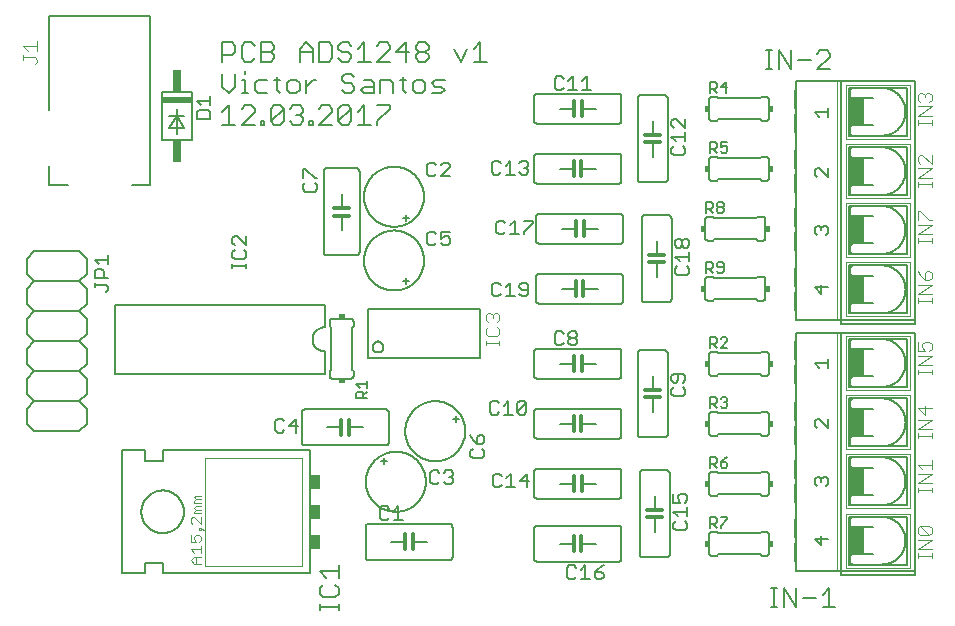
<source format=gto>
G75*
%MOIN*%
%OFA0B0*%
%FSLAX25Y25*%
%IPPOS*%
%LPD*%
%AMOC8*
5,1,8,0,0,1.08239X$1,22.5*
%
%ADD10C,0.00400*%
%ADD11C,0.00600*%
%ADD12C,0.00500*%
%ADD13C,0.01200*%
%ADD14C,0.00800*%
%ADD15C,0.00200*%
%ADD16R,0.03500X0.05000*%
%ADD17C,0.00700*%
%ADD18R,0.01500X0.02000*%
%ADD19R,0.02000X0.01500*%
%ADD20R,0.04500X0.09000*%
%ADD21R,0.10000X0.02000*%
%ADD22R,0.03000X0.07500*%
D10*
X0066472Y0030043D02*
X0067640Y0028875D01*
X0069975Y0028875D01*
X0068224Y0028875D02*
X0068224Y0031210D01*
X0067640Y0031210D02*
X0069975Y0031210D01*
X0069975Y0032466D02*
X0069975Y0034801D01*
X0069975Y0033634D02*
X0066472Y0033634D01*
X0067640Y0032466D01*
X0067640Y0031210D02*
X0066472Y0030043D01*
X0066472Y0036057D02*
X0068224Y0036057D01*
X0067640Y0037225D01*
X0067640Y0037809D01*
X0068224Y0038392D01*
X0069391Y0038392D01*
X0069975Y0037809D01*
X0069975Y0036641D01*
X0069391Y0036057D01*
X0066472Y0036057D02*
X0066472Y0038392D01*
X0069391Y0040232D02*
X0069975Y0040232D01*
X0069975Y0040816D01*
X0069391Y0040816D01*
X0069391Y0040232D01*
X0069975Y0040816D02*
X0071143Y0039648D01*
X0069975Y0042042D02*
X0067640Y0044378D01*
X0067056Y0044378D01*
X0066472Y0043794D01*
X0066472Y0042626D01*
X0067056Y0042042D01*
X0069975Y0042042D02*
X0069975Y0044378D01*
X0069975Y0045633D02*
X0067640Y0045633D01*
X0067640Y0046217D01*
X0068224Y0046801D01*
X0067640Y0047385D01*
X0068224Y0047969D01*
X0069975Y0047969D01*
X0069975Y0046801D02*
X0068224Y0046801D01*
X0067640Y0049224D02*
X0067640Y0049808D01*
X0068224Y0050392D01*
X0067640Y0050976D01*
X0068224Y0051560D01*
X0069975Y0051560D01*
X0069975Y0050392D02*
X0068224Y0050392D01*
X0067640Y0049224D02*
X0069975Y0049224D01*
X0164842Y0101646D02*
X0164842Y0103181D01*
X0164842Y0102413D02*
X0169445Y0102413D01*
X0169445Y0101646D02*
X0169445Y0103181D01*
X0168678Y0104715D02*
X0169445Y0105483D01*
X0169445Y0107017D01*
X0168678Y0107785D01*
X0168678Y0109319D02*
X0169445Y0110087D01*
X0169445Y0111621D01*
X0168678Y0112389D01*
X0167911Y0112389D01*
X0167144Y0111621D01*
X0167144Y0110854D01*
X0167144Y0111621D02*
X0166376Y0112389D01*
X0165609Y0112389D01*
X0164842Y0111621D01*
X0164842Y0110087D01*
X0165609Y0109319D01*
X0165609Y0107785D02*
X0164842Y0107017D01*
X0164842Y0105483D01*
X0165609Y0104715D01*
X0168678Y0104715D01*
X0308871Y0102742D02*
X0308871Y0099673D01*
X0311173Y0099673D01*
X0310406Y0101208D01*
X0310406Y0101975D01*
X0311173Y0102742D01*
X0312708Y0102742D01*
X0313475Y0101975D01*
X0313475Y0100441D01*
X0312708Y0099673D01*
X0313475Y0098139D02*
X0308871Y0098139D01*
X0308871Y0095069D02*
X0313475Y0098139D01*
X0313475Y0095069D02*
X0308871Y0095069D01*
X0308871Y0093535D02*
X0308871Y0092000D01*
X0308871Y0092767D02*
X0313475Y0092767D01*
X0313475Y0092000D02*
X0313475Y0093535D01*
X0311173Y0081492D02*
X0311173Y0078423D01*
X0308871Y0080725D01*
X0313475Y0080725D01*
X0313475Y0076889D02*
X0308871Y0076889D01*
X0308871Y0073819D02*
X0313475Y0076889D01*
X0313475Y0073819D02*
X0308871Y0073819D01*
X0308871Y0072285D02*
X0308871Y0070750D01*
X0308871Y0071517D02*
X0313475Y0071517D01*
X0313475Y0070750D02*
X0313475Y0072285D01*
X0313475Y0063367D02*
X0313475Y0060298D01*
X0313475Y0058764D02*
X0308871Y0058764D01*
X0310406Y0060298D02*
X0308871Y0061833D01*
X0313475Y0061833D01*
X0313475Y0058764D02*
X0308871Y0055694D01*
X0313475Y0055694D01*
X0313475Y0054160D02*
X0313475Y0052625D01*
X0313475Y0053392D02*
X0308871Y0053392D01*
X0308871Y0052625D02*
X0308871Y0054160D01*
X0309638Y0041492D02*
X0312708Y0038423D01*
X0313475Y0039191D01*
X0313475Y0040725D01*
X0312708Y0041492D01*
X0309638Y0041492D01*
X0308871Y0040725D01*
X0308871Y0039191D01*
X0309638Y0038423D01*
X0312708Y0038423D01*
X0313475Y0036889D02*
X0308871Y0036889D01*
X0308871Y0033819D02*
X0313475Y0036889D01*
X0313475Y0033819D02*
X0308871Y0033819D01*
X0308871Y0032285D02*
X0308871Y0030750D01*
X0308871Y0031517D02*
X0313475Y0031517D01*
X0313475Y0030750D02*
X0313475Y0032285D01*
X0313475Y0115750D02*
X0313475Y0117285D01*
X0313475Y0116517D02*
X0308871Y0116517D01*
X0308871Y0115750D02*
X0308871Y0117285D01*
X0308871Y0118819D02*
X0313475Y0121889D01*
X0308871Y0121889D01*
X0311173Y0123423D02*
X0311173Y0125725D01*
X0311940Y0126492D01*
X0312708Y0126492D01*
X0313475Y0125725D01*
X0313475Y0124191D01*
X0312708Y0123423D01*
X0311173Y0123423D01*
X0309638Y0124958D01*
X0308871Y0126492D01*
X0308871Y0118819D02*
X0313475Y0118819D01*
X0313475Y0135750D02*
X0313475Y0137285D01*
X0313475Y0136517D02*
X0308871Y0136517D01*
X0308871Y0135750D02*
X0308871Y0137285D01*
X0308871Y0138819D02*
X0313475Y0141889D01*
X0308871Y0141889D01*
X0308871Y0143423D02*
X0308871Y0146492D01*
X0309638Y0146492D01*
X0312708Y0143423D01*
X0313475Y0143423D01*
X0313475Y0138819D02*
X0308871Y0138819D01*
X0308871Y0154500D02*
X0308871Y0156035D01*
X0308871Y0155267D02*
X0313475Y0155267D01*
X0313475Y0154500D02*
X0313475Y0156035D01*
X0313475Y0157569D02*
X0308871Y0157569D01*
X0313475Y0160639D01*
X0308871Y0160639D01*
X0309638Y0162173D02*
X0308871Y0162941D01*
X0308871Y0164475D01*
X0309638Y0165242D01*
X0310406Y0165242D01*
X0313475Y0162173D01*
X0313475Y0165242D01*
X0313475Y0175125D02*
X0313475Y0176660D01*
X0313475Y0175892D02*
X0308871Y0175892D01*
X0308871Y0175125D02*
X0308871Y0176660D01*
X0308871Y0178194D02*
X0313475Y0181264D01*
X0308871Y0181264D01*
X0309638Y0182798D02*
X0308871Y0183566D01*
X0308871Y0185100D01*
X0309638Y0185867D01*
X0310406Y0185867D01*
X0311173Y0185100D01*
X0311940Y0185867D01*
X0312708Y0185867D01*
X0313475Y0185100D01*
X0313475Y0183566D01*
X0312708Y0182798D01*
X0311173Y0184333D02*
X0311173Y0185100D01*
X0313475Y0178194D02*
X0308871Y0178194D01*
X0015350Y0196059D02*
X0015350Y0196827D01*
X0014583Y0197594D01*
X0010746Y0197594D01*
X0010746Y0196827D02*
X0010746Y0198361D01*
X0012281Y0199896D02*
X0010746Y0201431D01*
X0015350Y0201431D01*
X0015350Y0202965D02*
X0015350Y0199896D01*
X0015350Y0196059D02*
X0014583Y0195292D01*
D11*
X0043675Y0025675D02*
X0051175Y0025675D01*
X0051175Y0029175D01*
X0057175Y0029175D01*
X0057175Y0025675D01*
X0106175Y0025675D01*
X0106175Y0066675D01*
X0057175Y0066675D01*
X0057175Y0063175D01*
X0051175Y0063175D01*
X0051175Y0066675D01*
X0043675Y0066675D01*
X0043675Y0025675D01*
X0050075Y0046175D02*
X0050077Y0046349D01*
X0050084Y0046523D01*
X0050094Y0046697D01*
X0050109Y0046871D01*
X0050128Y0047044D01*
X0050152Y0047217D01*
X0050180Y0047389D01*
X0050211Y0047560D01*
X0050248Y0047731D01*
X0050288Y0047900D01*
X0050332Y0048069D01*
X0050381Y0048236D01*
X0050433Y0048402D01*
X0050490Y0048567D01*
X0050551Y0048730D01*
X0050615Y0048892D01*
X0050684Y0049052D01*
X0050757Y0049211D01*
X0050833Y0049367D01*
X0050913Y0049522D01*
X0050997Y0049675D01*
X0051085Y0049825D01*
X0051177Y0049973D01*
X0051272Y0050120D01*
X0051370Y0050263D01*
X0051472Y0050404D01*
X0051578Y0050543D01*
X0051687Y0050679D01*
X0051799Y0050813D01*
X0051914Y0050943D01*
X0052033Y0051071D01*
X0052155Y0051195D01*
X0052279Y0051317D01*
X0052407Y0051436D01*
X0052537Y0051551D01*
X0052671Y0051663D01*
X0052807Y0051772D01*
X0052946Y0051878D01*
X0053087Y0051980D01*
X0053230Y0052078D01*
X0053377Y0052173D01*
X0053525Y0052265D01*
X0053675Y0052353D01*
X0053828Y0052437D01*
X0053983Y0052517D01*
X0054139Y0052593D01*
X0054298Y0052666D01*
X0054458Y0052735D01*
X0054620Y0052799D01*
X0054783Y0052860D01*
X0054948Y0052917D01*
X0055114Y0052969D01*
X0055281Y0053018D01*
X0055450Y0053062D01*
X0055619Y0053102D01*
X0055790Y0053139D01*
X0055961Y0053170D01*
X0056133Y0053198D01*
X0056306Y0053222D01*
X0056479Y0053241D01*
X0056653Y0053256D01*
X0056827Y0053266D01*
X0057001Y0053273D01*
X0057175Y0053275D01*
X0057349Y0053273D01*
X0057523Y0053266D01*
X0057697Y0053256D01*
X0057871Y0053241D01*
X0058044Y0053222D01*
X0058217Y0053198D01*
X0058389Y0053170D01*
X0058560Y0053139D01*
X0058731Y0053102D01*
X0058900Y0053062D01*
X0059069Y0053018D01*
X0059236Y0052969D01*
X0059402Y0052917D01*
X0059567Y0052860D01*
X0059730Y0052799D01*
X0059892Y0052735D01*
X0060052Y0052666D01*
X0060211Y0052593D01*
X0060367Y0052517D01*
X0060522Y0052437D01*
X0060675Y0052353D01*
X0060825Y0052265D01*
X0060973Y0052173D01*
X0061120Y0052078D01*
X0061263Y0051980D01*
X0061404Y0051878D01*
X0061543Y0051772D01*
X0061679Y0051663D01*
X0061813Y0051551D01*
X0061943Y0051436D01*
X0062071Y0051317D01*
X0062195Y0051195D01*
X0062317Y0051071D01*
X0062436Y0050943D01*
X0062551Y0050813D01*
X0062663Y0050679D01*
X0062772Y0050543D01*
X0062878Y0050404D01*
X0062980Y0050263D01*
X0063078Y0050120D01*
X0063173Y0049973D01*
X0063265Y0049825D01*
X0063353Y0049675D01*
X0063437Y0049522D01*
X0063517Y0049367D01*
X0063593Y0049211D01*
X0063666Y0049052D01*
X0063735Y0048892D01*
X0063799Y0048730D01*
X0063860Y0048567D01*
X0063917Y0048402D01*
X0063969Y0048236D01*
X0064018Y0048069D01*
X0064062Y0047900D01*
X0064102Y0047731D01*
X0064139Y0047560D01*
X0064170Y0047389D01*
X0064198Y0047217D01*
X0064222Y0047044D01*
X0064241Y0046871D01*
X0064256Y0046697D01*
X0064266Y0046523D01*
X0064273Y0046349D01*
X0064275Y0046175D01*
X0064273Y0046001D01*
X0064266Y0045827D01*
X0064256Y0045653D01*
X0064241Y0045479D01*
X0064222Y0045306D01*
X0064198Y0045133D01*
X0064170Y0044961D01*
X0064139Y0044790D01*
X0064102Y0044619D01*
X0064062Y0044450D01*
X0064018Y0044281D01*
X0063969Y0044114D01*
X0063917Y0043948D01*
X0063860Y0043783D01*
X0063799Y0043620D01*
X0063735Y0043458D01*
X0063666Y0043298D01*
X0063593Y0043139D01*
X0063517Y0042983D01*
X0063437Y0042828D01*
X0063353Y0042675D01*
X0063265Y0042525D01*
X0063173Y0042377D01*
X0063078Y0042230D01*
X0062980Y0042087D01*
X0062878Y0041946D01*
X0062772Y0041807D01*
X0062663Y0041671D01*
X0062551Y0041537D01*
X0062436Y0041407D01*
X0062317Y0041279D01*
X0062195Y0041155D01*
X0062071Y0041033D01*
X0061943Y0040914D01*
X0061813Y0040799D01*
X0061679Y0040687D01*
X0061543Y0040578D01*
X0061404Y0040472D01*
X0061263Y0040370D01*
X0061120Y0040272D01*
X0060973Y0040177D01*
X0060825Y0040085D01*
X0060675Y0039997D01*
X0060522Y0039913D01*
X0060367Y0039833D01*
X0060211Y0039757D01*
X0060052Y0039684D01*
X0059892Y0039615D01*
X0059730Y0039551D01*
X0059567Y0039490D01*
X0059402Y0039433D01*
X0059236Y0039381D01*
X0059069Y0039332D01*
X0058900Y0039288D01*
X0058731Y0039248D01*
X0058560Y0039211D01*
X0058389Y0039180D01*
X0058217Y0039152D01*
X0058044Y0039128D01*
X0057871Y0039109D01*
X0057697Y0039094D01*
X0057523Y0039084D01*
X0057349Y0039077D01*
X0057175Y0039075D01*
X0057001Y0039077D01*
X0056827Y0039084D01*
X0056653Y0039094D01*
X0056479Y0039109D01*
X0056306Y0039128D01*
X0056133Y0039152D01*
X0055961Y0039180D01*
X0055790Y0039211D01*
X0055619Y0039248D01*
X0055450Y0039288D01*
X0055281Y0039332D01*
X0055114Y0039381D01*
X0054948Y0039433D01*
X0054783Y0039490D01*
X0054620Y0039551D01*
X0054458Y0039615D01*
X0054298Y0039684D01*
X0054139Y0039757D01*
X0053983Y0039833D01*
X0053828Y0039913D01*
X0053675Y0039997D01*
X0053525Y0040085D01*
X0053377Y0040177D01*
X0053230Y0040272D01*
X0053087Y0040370D01*
X0052946Y0040472D01*
X0052807Y0040578D01*
X0052671Y0040687D01*
X0052537Y0040799D01*
X0052407Y0040914D01*
X0052279Y0041033D01*
X0052155Y0041155D01*
X0052033Y0041279D01*
X0051914Y0041407D01*
X0051799Y0041537D01*
X0051687Y0041671D01*
X0051578Y0041807D01*
X0051472Y0041946D01*
X0051370Y0042087D01*
X0051272Y0042230D01*
X0051177Y0042377D01*
X0051085Y0042525D01*
X0050997Y0042675D01*
X0050913Y0042828D01*
X0050833Y0042983D01*
X0050757Y0043139D01*
X0050684Y0043298D01*
X0050615Y0043458D01*
X0050551Y0043620D01*
X0050490Y0043783D01*
X0050433Y0043948D01*
X0050381Y0044114D01*
X0050332Y0044281D01*
X0050288Y0044450D01*
X0050248Y0044619D01*
X0050211Y0044790D01*
X0050180Y0044961D01*
X0050152Y0045133D01*
X0050128Y0045306D01*
X0050109Y0045479D01*
X0050094Y0045653D01*
X0050084Y0045827D01*
X0050077Y0046001D01*
X0050075Y0046175D01*
X0029300Y0073050D02*
X0014300Y0073050D01*
X0011800Y0075550D01*
X0011800Y0080550D01*
X0014300Y0083050D01*
X0029300Y0083050D01*
X0031800Y0080550D01*
X0031800Y0075550D01*
X0029300Y0073050D01*
X0029300Y0083050D02*
X0031800Y0085550D01*
X0031800Y0090550D01*
X0029300Y0093050D01*
X0014300Y0093050D01*
X0011800Y0090550D01*
X0011800Y0085550D01*
X0014300Y0083050D01*
X0014300Y0093050D02*
X0011800Y0095550D01*
X0011800Y0100550D01*
X0014300Y0103050D01*
X0029300Y0103050D01*
X0031800Y0100550D01*
X0031800Y0095550D01*
X0029300Y0093050D01*
X0041175Y0092175D02*
X0041175Y0115175D01*
X0111175Y0115175D01*
X0111175Y0107675D01*
X0112800Y0108050D02*
X0112800Y0109550D01*
X0112802Y0109610D01*
X0112807Y0109671D01*
X0112816Y0109730D01*
X0112829Y0109789D01*
X0112845Y0109848D01*
X0112865Y0109905D01*
X0112888Y0109960D01*
X0112915Y0110015D01*
X0112944Y0110067D01*
X0112977Y0110118D01*
X0113013Y0110167D01*
X0113051Y0110213D01*
X0113093Y0110257D01*
X0113137Y0110299D01*
X0113183Y0110337D01*
X0113232Y0110373D01*
X0113283Y0110406D01*
X0113335Y0110435D01*
X0113390Y0110462D01*
X0113445Y0110485D01*
X0113502Y0110505D01*
X0113561Y0110521D01*
X0113620Y0110534D01*
X0113679Y0110543D01*
X0113740Y0110548D01*
X0113800Y0110550D01*
X0119800Y0110550D01*
X0119860Y0110548D01*
X0119921Y0110543D01*
X0119980Y0110534D01*
X0120039Y0110521D01*
X0120098Y0110505D01*
X0120155Y0110485D01*
X0120210Y0110462D01*
X0120265Y0110435D01*
X0120317Y0110406D01*
X0120368Y0110373D01*
X0120417Y0110337D01*
X0120463Y0110299D01*
X0120507Y0110257D01*
X0120549Y0110213D01*
X0120587Y0110167D01*
X0120623Y0110118D01*
X0120656Y0110067D01*
X0120685Y0110015D01*
X0120712Y0109960D01*
X0120735Y0109905D01*
X0120755Y0109848D01*
X0120771Y0109789D01*
X0120784Y0109730D01*
X0120793Y0109671D01*
X0120798Y0109610D01*
X0120800Y0109550D01*
X0120800Y0108050D01*
X0120300Y0107550D01*
X0120300Y0093550D01*
X0120800Y0093050D01*
X0120800Y0091550D01*
X0120798Y0091490D01*
X0120793Y0091429D01*
X0120784Y0091370D01*
X0120771Y0091311D01*
X0120755Y0091252D01*
X0120735Y0091195D01*
X0120712Y0091140D01*
X0120685Y0091085D01*
X0120656Y0091033D01*
X0120623Y0090982D01*
X0120587Y0090933D01*
X0120549Y0090887D01*
X0120507Y0090843D01*
X0120463Y0090801D01*
X0120417Y0090763D01*
X0120368Y0090727D01*
X0120317Y0090694D01*
X0120265Y0090665D01*
X0120210Y0090638D01*
X0120155Y0090615D01*
X0120098Y0090595D01*
X0120039Y0090579D01*
X0119980Y0090566D01*
X0119921Y0090557D01*
X0119860Y0090552D01*
X0119800Y0090550D01*
X0113800Y0090550D01*
X0113740Y0090552D01*
X0113679Y0090557D01*
X0113620Y0090566D01*
X0113561Y0090579D01*
X0113502Y0090595D01*
X0113445Y0090615D01*
X0113390Y0090638D01*
X0113335Y0090665D01*
X0113283Y0090694D01*
X0113232Y0090727D01*
X0113183Y0090763D01*
X0113137Y0090801D01*
X0113093Y0090843D01*
X0113051Y0090887D01*
X0113013Y0090933D01*
X0112977Y0090982D01*
X0112944Y0091033D01*
X0112915Y0091085D01*
X0112888Y0091140D01*
X0112865Y0091195D01*
X0112845Y0091252D01*
X0112829Y0091311D01*
X0112816Y0091370D01*
X0112807Y0091429D01*
X0112802Y0091490D01*
X0112800Y0091550D01*
X0112800Y0093050D01*
X0113300Y0093550D01*
X0113300Y0107550D01*
X0112800Y0108050D01*
X0111175Y0107675D02*
X0111049Y0107673D01*
X0110924Y0107667D01*
X0110799Y0107657D01*
X0110674Y0107643D01*
X0110549Y0107626D01*
X0110425Y0107604D01*
X0110302Y0107579D01*
X0110180Y0107549D01*
X0110059Y0107516D01*
X0109939Y0107479D01*
X0109820Y0107439D01*
X0109703Y0107394D01*
X0109586Y0107346D01*
X0109472Y0107294D01*
X0109359Y0107239D01*
X0109248Y0107180D01*
X0109139Y0107118D01*
X0109032Y0107052D01*
X0108927Y0106983D01*
X0108824Y0106911D01*
X0108723Y0106836D01*
X0108625Y0106757D01*
X0108530Y0106675D01*
X0108437Y0106591D01*
X0108347Y0106503D01*
X0108259Y0106413D01*
X0108175Y0106320D01*
X0108093Y0106225D01*
X0108014Y0106127D01*
X0107939Y0106026D01*
X0107867Y0105923D01*
X0107798Y0105818D01*
X0107732Y0105711D01*
X0107670Y0105602D01*
X0107611Y0105491D01*
X0107556Y0105378D01*
X0107504Y0105264D01*
X0107456Y0105147D01*
X0107411Y0105030D01*
X0107371Y0104911D01*
X0107334Y0104791D01*
X0107301Y0104670D01*
X0107271Y0104548D01*
X0107246Y0104425D01*
X0107224Y0104301D01*
X0107207Y0104176D01*
X0107193Y0104051D01*
X0107183Y0103926D01*
X0107177Y0103801D01*
X0107175Y0103675D01*
X0107177Y0103549D01*
X0107183Y0103424D01*
X0107193Y0103299D01*
X0107207Y0103174D01*
X0107224Y0103049D01*
X0107246Y0102925D01*
X0107271Y0102802D01*
X0107301Y0102680D01*
X0107334Y0102559D01*
X0107371Y0102439D01*
X0107411Y0102320D01*
X0107456Y0102203D01*
X0107504Y0102086D01*
X0107556Y0101972D01*
X0107611Y0101859D01*
X0107670Y0101748D01*
X0107732Y0101639D01*
X0107798Y0101532D01*
X0107867Y0101427D01*
X0107939Y0101324D01*
X0108014Y0101223D01*
X0108093Y0101125D01*
X0108175Y0101030D01*
X0108259Y0100937D01*
X0108347Y0100847D01*
X0108437Y0100759D01*
X0108530Y0100675D01*
X0108625Y0100593D01*
X0108723Y0100514D01*
X0108824Y0100439D01*
X0108927Y0100367D01*
X0109032Y0100298D01*
X0109139Y0100232D01*
X0109248Y0100170D01*
X0109359Y0100111D01*
X0109472Y0100056D01*
X0109586Y0100004D01*
X0109703Y0099956D01*
X0109820Y0099911D01*
X0109939Y0099871D01*
X0110059Y0099834D01*
X0110180Y0099801D01*
X0110302Y0099771D01*
X0110425Y0099746D01*
X0110549Y0099724D01*
X0110674Y0099707D01*
X0110799Y0099693D01*
X0110924Y0099683D01*
X0111049Y0099677D01*
X0111175Y0099675D01*
X0111175Y0092175D01*
X0041175Y0092175D01*
X0029300Y0103050D02*
X0031800Y0105550D01*
X0031800Y0110550D01*
X0029300Y0113050D01*
X0014300Y0113050D01*
X0011800Y0110550D01*
X0011800Y0105550D01*
X0014300Y0103050D01*
X0014300Y0113050D02*
X0011800Y0115550D01*
X0011800Y0120550D01*
X0014300Y0123050D01*
X0029300Y0123050D01*
X0031800Y0120550D01*
X0031800Y0115550D01*
X0029300Y0113050D01*
X0029300Y0123050D02*
X0031800Y0125550D01*
X0031800Y0130550D01*
X0029300Y0133050D01*
X0014300Y0133050D01*
X0011800Y0130550D01*
X0011800Y0125550D01*
X0014300Y0123050D01*
X0056800Y0170050D02*
X0066800Y0170050D01*
X0066800Y0186050D01*
X0056800Y0186050D01*
X0056800Y0170050D01*
X0059300Y0174050D02*
X0061800Y0178050D01*
X0059300Y0178050D01*
X0061800Y0178050D02*
X0061800Y0180550D01*
X0061800Y0178050D02*
X0064300Y0178050D01*
X0061800Y0178050D02*
X0064300Y0174050D01*
X0059300Y0174050D01*
X0061800Y0172050D02*
X0061800Y0178050D01*
X0077100Y0179495D02*
X0079235Y0181630D01*
X0079235Y0175225D01*
X0077100Y0175225D02*
X0081370Y0175225D01*
X0083545Y0175225D02*
X0087816Y0179495D01*
X0087816Y0180563D01*
X0086748Y0181630D01*
X0084613Y0181630D01*
X0083545Y0180563D01*
X0083545Y0185725D02*
X0085681Y0185725D01*
X0084613Y0185725D02*
X0084613Y0189995D01*
X0083545Y0189995D01*
X0084613Y0192130D02*
X0084613Y0193198D01*
X0084613Y0196225D02*
X0086748Y0196225D01*
X0087816Y0197293D01*
X0089991Y0196225D02*
X0093194Y0196225D01*
X0094261Y0197293D01*
X0094261Y0198360D01*
X0093194Y0199428D01*
X0089991Y0199428D01*
X0087816Y0201563D02*
X0086748Y0202630D01*
X0084613Y0202630D01*
X0083545Y0201563D01*
X0083545Y0197293D01*
X0084613Y0196225D01*
X0089991Y0196225D02*
X0089991Y0202630D01*
X0093194Y0202630D01*
X0094261Y0201563D01*
X0094261Y0200495D01*
X0093194Y0199428D01*
X0102882Y0199428D02*
X0107152Y0199428D01*
X0107152Y0200495D02*
X0107152Y0196225D01*
X0109327Y0196225D02*
X0112530Y0196225D01*
X0113598Y0197293D01*
X0113598Y0201563D01*
X0112530Y0202630D01*
X0109327Y0202630D01*
X0109327Y0196225D01*
X0107152Y0200495D02*
X0105017Y0202630D01*
X0102882Y0200495D01*
X0102882Y0196225D01*
X0095356Y0191063D02*
X0095356Y0186793D01*
X0096423Y0185725D01*
X0098585Y0186793D02*
X0099653Y0185725D01*
X0101788Y0185725D01*
X0102855Y0186793D01*
X0102855Y0188928D01*
X0101788Y0189995D01*
X0099653Y0189995D01*
X0098585Y0188928D01*
X0098585Y0186793D01*
X0096423Y0189995D02*
X0094288Y0189995D01*
X0092113Y0189995D02*
X0088910Y0189995D01*
X0087842Y0188928D01*
X0087842Y0186793D01*
X0088910Y0185725D01*
X0092113Y0185725D01*
X0094281Y0181630D02*
X0093214Y0180563D01*
X0093214Y0176293D01*
X0097484Y0180563D01*
X0097484Y0176293D01*
X0096416Y0175225D01*
X0094281Y0175225D01*
X0093214Y0176293D01*
X0091059Y0176293D02*
X0091059Y0175225D01*
X0089991Y0175225D01*
X0089991Y0176293D01*
X0091059Y0176293D01*
X0087816Y0175225D02*
X0083545Y0175225D01*
X0094281Y0181630D02*
X0096416Y0181630D01*
X0097484Y0180563D01*
X0099659Y0180563D02*
X0100727Y0181630D01*
X0102862Y0181630D01*
X0103930Y0180563D01*
X0103930Y0179495D01*
X0102862Y0178428D01*
X0103930Y0177360D01*
X0103930Y0176293D01*
X0102862Y0175225D01*
X0100727Y0175225D01*
X0099659Y0176293D01*
X0101794Y0178428D02*
X0102862Y0178428D01*
X0106105Y0176293D02*
X0107172Y0176293D01*
X0107172Y0175225D01*
X0106105Y0175225D01*
X0106105Y0176293D01*
X0109327Y0175225D02*
X0113598Y0179495D01*
X0113598Y0180563D01*
X0112530Y0181630D01*
X0110395Y0181630D01*
X0109327Y0180563D01*
X0115773Y0180563D02*
X0115773Y0176293D01*
X0120043Y0180563D01*
X0120043Y0176293D01*
X0118976Y0175225D01*
X0116841Y0175225D01*
X0115773Y0176293D01*
X0113598Y0175225D02*
X0109327Y0175225D01*
X0115773Y0180563D02*
X0116841Y0181630D01*
X0118976Y0181630D01*
X0120043Y0180563D01*
X0122218Y0179495D02*
X0124354Y0181630D01*
X0124354Y0175225D01*
X0126489Y0175225D02*
X0122218Y0175225D01*
X0128664Y0175225D02*
X0128664Y0176293D01*
X0132934Y0180563D01*
X0132934Y0181630D01*
X0128664Y0181630D01*
X0129738Y0185725D02*
X0129738Y0189995D01*
X0132941Y0189995D01*
X0134009Y0188928D01*
X0134009Y0185725D01*
X0137251Y0186793D02*
X0138319Y0185725D01*
X0137251Y0186793D02*
X0137251Y0191063D01*
X0136184Y0189995D02*
X0138319Y0189995D01*
X0140481Y0188928D02*
X0140481Y0186793D01*
X0141548Y0185725D01*
X0143683Y0185725D01*
X0144751Y0186793D01*
X0144751Y0188928D01*
X0143683Y0189995D01*
X0141548Y0189995D01*
X0140481Y0188928D01*
X0146926Y0188928D02*
X0147994Y0187860D01*
X0150129Y0187860D01*
X0151197Y0186793D01*
X0150129Y0185725D01*
X0146926Y0185725D01*
X0146926Y0188928D02*
X0147994Y0189995D01*
X0151197Y0189995D01*
X0156581Y0196225D02*
X0158716Y0200495D01*
X0160891Y0200495D02*
X0163027Y0202630D01*
X0163027Y0196225D01*
X0165162Y0196225D02*
X0160891Y0196225D01*
X0156581Y0196225D02*
X0154446Y0200495D01*
X0145825Y0200495D02*
X0144758Y0199428D01*
X0142623Y0199428D01*
X0141555Y0200495D01*
X0141555Y0201563D01*
X0142623Y0202630D01*
X0144758Y0202630D01*
X0145825Y0201563D01*
X0145825Y0200495D01*
X0144758Y0199428D02*
X0145825Y0198360D01*
X0145825Y0197293D01*
X0144758Y0196225D01*
X0142623Y0196225D01*
X0141555Y0197293D01*
X0141555Y0198360D01*
X0142623Y0199428D01*
X0139380Y0199428D02*
X0135109Y0199428D01*
X0138312Y0202630D01*
X0138312Y0196225D01*
X0132934Y0196225D02*
X0128664Y0196225D01*
X0132934Y0200495D01*
X0132934Y0201563D01*
X0131867Y0202630D01*
X0129732Y0202630D01*
X0128664Y0201563D01*
X0124354Y0202630D02*
X0124354Y0196225D01*
X0126489Y0196225D02*
X0122218Y0196225D01*
X0120043Y0197293D02*
X0118976Y0196225D01*
X0116841Y0196225D01*
X0115773Y0197293D01*
X0116841Y0199428D02*
X0115773Y0200495D01*
X0115773Y0201563D01*
X0116841Y0202630D01*
X0118976Y0202630D01*
X0120043Y0201563D01*
X0118976Y0199428D02*
X0120043Y0198360D01*
X0120043Y0197293D01*
X0118976Y0199428D02*
X0116841Y0199428D01*
X0122218Y0200495D02*
X0124354Y0202630D01*
X0120050Y0192130D02*
X0117915Y0192130D01*
X0116847Y0191063D01*
X0116847Y0189995D01*
X0117915Y0188928D01*
X0120050Y0188928D01*
X0121118Y0187860D01*
X0121118Y0186793D01*
X0120050Y0185725D01*
X0117915Y0185725D01*
X0116847Y0186793D01*
X0121118Y0191063D02*
X0120050Y0192130D01*
X0124360Y0189995D02*
X0126495Y0189995D01*
X0127563Y0188928D01*
X0127563Y0185725D01*
X0124360Y0185725D01*
X0123293Y0186793D01*
X0124360Y0187860D01*
X0127563Y0187860D01*
X0108233Y0189995D02*
X0107166Y0189995D01*
X0105030Y0187860D01*
X0105030Y0185725D02*
X0105030Y0189995D01*
X0081370Y0187860D02*
X0081370Y0192130D01*
X0081370Y0187860D02*
X0079235Y0185725D01*
X0077100Y0187860D01*
X0077100Y0192130D01*
X0077100Y0196225D02*
X0077100Y0202630D01*
X0080303Y0202630D01*
X0081370Y0201563D01*
X0081370Y0199428D01*
X0080303Y0198360D01*
X0077100Y0198360D01*
X0111800Y0160675D02*
X0121800Y0160675D01*
X0121860Y0160673D01*
X0121921Y0160668D01*
X0121980Y0160659D01*
X0122039Y0160646D01*
X0122098Y0160630D01*
X0122155Y0160610D01*
X0122210Y0160587D01*
X0122265Y0160560D01*
X0122317Y0160531D01*
X0122368Y0160498D01*
X0122417Y0160462D01*
X0122463Y0160424D01*
X0122507Y0160382D01*
X0122549Y0160338D01*
X0122587Y0160292D01*
X0122623Y0160243D01*
X0122656Y0160192D01*
X0122685Y0160140D01*
X0122712Y0160085D01*
X0122735Y0160030D01*
X0122755Y0159973D01*
X0122771Y0159914D01*
X0122784Y0159855D01*
X0122793Y0159796D01*
X0122798Y0159735D01*
X0122800Y0159675D01*
X0122800Y0132675D01*
X0122798Y0132615D01*
X0122793Y0132554D01*
X0122784Y0132495D01*
X0122771Y0132436D01*
X0122755Y0132377D01*
X0122735Y0132320D01*
X0122712Y0132265D01*
X0122685Y0132210D01*
X0122656Y0132158D01*
X0122623Y0132107D01*
X0122587Y0132058D01*
X0122549Y0132012D01*
X0122507Y0131968D01*
X0122463Y0131926D01*
X0122417Y0131888D01*
X0122368Y0131852D01*
X0122317Y0131819D01*
X0122265Y0131790D01*
X0122210Y0131763D01*
X0122155Y0131740D01*
X0122098Y0131720D01*
X0122039Y0131704D01*
X0121980Y0131691D01*
X0121921Y0131682D01*
X0121860Y0131677D01*
X0121800Y0131675D01*
X0111800Y0131675D01*
X0111740Y0131677D01*
X0111679Y0131682D01*
X0111620Y0131691D01*
X0111561Y0131704D01*
X0111502Y0131720D01*
X0111445Y0131740D01*
X0111390Y0131763D01*
X0111335Y0131790D01*
X0111283Y0131819D01*
X0111232Y0131852D01*
X0111183Y0131888D01*
X0111137Y0131926D01*
X0111093Y0131968D01*
X0111051Y0132012D01*
X0111013Y0132058D01*
X0110977Y0132107D01*
X0110944Y0132158D01*
X0110915Y0132210D01*
X0110888Y0132265D01*
X0110865Y0132320D01*
X0110845Y0132377D01*
X0110829Y0132436D01*
X0110816Y0132495D01*
X0110807Y0132554D01*
X0110802Y0132615D01*
X0110800Y0132675D01*
X0110800Y0159675D01*
X0110802Y0159735D01*
X0110807Y0159796D01*
X0110816Y0159855D01*
X0110829Y0159914D01*
X0110845Y0159973D01*
X0110865Y0160030D01*
X0110888Y0160085D01*
X0110915Y0160140D01*
X0110944Y0160192D01*
X0110977Y0160243D01*
X0111013Y0160292D01*
X0111051Y0160338D01*
X0111093Y0160382D01*
X0111137Y0160424D01*
X0111183Y0160462D01*
X0111232Y0160498D01*
X0111283Y0160531D01*
X0111335Y0160560D01*
X0111390Y0160587D01*
X0111445Y0160610D01*
X0111502Y0160630D01*
X0111561Y0160646D01*
X0111620Y0160659D01*
X0111679Y0160668D01*
X0111740Y0160673D01*
X0111800Y0160675D01*
X0116800Y0152175D02*
X0116800Y0147375D01*
X0116800Y0144875D02*
X0116800Y0140175D01*
X0124300Y0129925D02*
X0124303Y0130170D01*
X0124312Y0130416D01*
X0124327Y0130661D01*
X0124348Y0130905D01*
X0124375Y0131149D01*
X0124408Y0131392D01*
X0124447Y0131635D01*
X0124492Y0131876D01*
X0124543Y0132116D01*
X0124600Y0132355D01*
X0124662Y0132592D01*
X0124731Y0132828D01*
X0124805Y0133062D01*
X0124885Y0133294D01*
X0124970Y0133524D01*
X0125061Y0133752D01*
X0125158Y0133977D01*
X0125260Y0134201D01*
X0125368Y0134421D01*
X0125481Y0134639D01*
X0125599Y0134854D01*
X0125723Y0135066D01*
X0125851Y0135275D01*
X0125985Y0135481D01*
X0126124Y0135683D01*
X0126268Y0135882D01*
X0126417Y0136077D01*
X0126570Y0136269D01*
X0126728Y0136457D01*
X0126890Y0136641D01*
X0127058Y0136820D01*
X0127229Y0136996D01*
X0127405Y0137167D01*
X0127584Y0137335D01*
X0127768Y0137497D01*
X0127956Y0137655D01*
X0128148Y0137808D01*
X0128343Y0137957D01*
X0128542Y0138101D01*
X0128744Y0138240D01*
X0128950Y0138374D01*
X0129159Y0138502D01*
X0129371Y0138626D01*
X0129586Y0138744D01*
X0129804Y0138857D01*
X0130024Y0138965D01*
X0130248Y0139067D01*
X0130473Y0139164D01*
X0130701Y0139255D01*
X0130931Y0139340D01*
X0131163Y0139420D01*
X0131397Y0139494D01*
X0131633Y0139563D01*
X0131870Y0139625D01*
X0132109Y0139682D01*
X0132349Y0139733D01*
X0132590Y0139778D01*
X0132833Y0139817D01*
X0133076Y0139850D01*
X0133320Y0139877D01*
X0133564Y0139898D01*
X0133809Y0139913D01*
X0134055Y0139922D01*
X0134300Y0139925D01*
X0134545Y0139922D01*
X0134791Y0139913D01*
X0135036Y0139898D01*
X0135280Y0139877D01*
X0135524Y0139850D01*
X0135767Y0139817D01*
X0136010Y0139778D01*
X0136251Y0139733D01*
X0136491Y0139682D01*
X0136730Y0139625D01*
X0136967Y0139563D01*
X0137203Y0139494D01*
X0137437Y0139420D01*
X0137669Y0139340D01*
X0137899Y0139255D01*
X0138127Y0139164D01*
X0138352Y0139067D01*
X0138576Y0138965D01*
X0138796Y0138857D01*
X0139014Y0138744D01*
X0139229Y0138626D01*
X0139441Y0138502D01*
X0139650Y0138374D01*
X0139856Y0138240D01*
X0140058Y0138101D01*
X0140257Y0137957D01*
X0140452Y0137808D01*
X0140644Y0137655D01*
X0140832Y0137497D01*
X0141016Y0137335D01*
X0141195Y0137167D01*
X0141371Y0136996D01*
X0141542Y0136820D01*
X0141710Y0136641D01*
X0141872Y0136457D01*
X0142030Y0136269D01*
X0142183Y0136077D01*
X0142332Y0135882D01*
X0142476Y0135683D01*
X0142615Y0135481D01*
X0142749Y0135275D01*
X0142877Y0135066D01*
X0143001Y0134854D01*
X0143119Y0134639D01*
X0143232Y0134421D01*
X0143340Y0134201D01*
X0143442Y0133977D01*
X0143539Y0133752D01*
X0143630Y0133524D01*
X0143715Y0133294D01*
X0143795Y0133062D01*
X0143869Y0132828D01*
X0143938Y0132592D01*
X0144000Y0132355D01*
X0144057Y0132116D01*
X0144108Y0131876D01*
X0144153Y0131635D01*
X0144192Y0131392D01*
X0144225Y0131149D01*
X0144252Y0130905D01*
X0144273Y0130661D01*
X0144288Y0130416D01*
X0144297Y0130170D01*
X0144300Y0129925D01*
X0144297Y0129680D01*
X0144288Y0129434D01*
X0144273Y0129189D01*
X0144252Y0128945D01*
X0144225Y0128701D01*
X0144192Y0128458D01*
X0144153Y0128215D01*
X0144108Y0127974D01*
X0144057Y0127734D01*
X0144000Y0127495D01*
X0143938Y0127258D01*
X0143869Y0127022D01*
X0143795Y0126788D01*
X0143715Y0126556D01*
X0143630Y0126326D01*
X0143539Y0126098D01*
X0143442Y0125873D01*
X0143340Y0125649D01*
X0143232Y0125429D01*
X0143119Y0125211D01*
X0143001Y0124996D01*
X0142877Y0124784D01*
X0142749Y0124575D01*
X0142615Y0124369D01*
X0142476Y0124167D01*
X0142332Y0123968D01*
X0142183Y0123773D01*
X0142030Y0123581D01*
X0141872Y0123393D01*
X0141710Y0123209D01*
X0141542Y0123030D01*
X0141371Y0122854D01*
X0141195Y0122683D01*
X0141016Y0122515D01*
X0140832Y0122353D01*
X0140644Y0122195D01*
X0140452Y0122042D01*
X0140257Y0121893D01*
X0140058Y0121749D01*
X0139856Y0121610D01*
X0139650Y0121476D01*
X0139441Y0121348D01*
X0139229Y0121224D01*
X0139014Y0121106D01*
X0138796Y0120993D01*
X0138576Y0120885D01*
X0138352Y0120783D01*
X0138127Y0120686D01*
X0137899Y0120595D01*
X0137669Y0120510D01*
X0137437Y0120430D01*
X0137203Y0120356D01*
X0136967Y0120287D01*
X0136730Y0120225D01*
X0136491Y0120168D01*
X0136251Y0120117D01*
X0136010Y0120072D01*
X0135767Y0120033D01*
X0135524Y0120000D01*
X0135280Y0119973D01*
X0135036Y0119952D01*
X0134791Y0119937D01*
X0134545Y0119928D01*
X0134300Y0119925D01*
X0134055Y0119928D01*
X0133809Y0119937D01*
X0133564Y0119952D01*
X0133320Y0119973D01*
X0133076Y0120000D01*
X0132833Y0120033D01*
X0132590Y0120072D01*
X0132349Y0120117D01*
X0132109Y0120168D01*
X0131870Y0120225D01*
X0131633Y0120287D01*
X0131397Y0120356D01*
X0131163Y0120430D01*
X0130931Y0120510D01*
X0130701Y0120595D01*
X0130473Y0120686D01*
X0130248Y0120783D01*
X0130024Y0120885D01*
X0129804Y0120993D01*
X0129586Y0121106D01*
X0129371Y0121224D01*
X0129159Y0121348D01*
X0128950Y0121476D01*
X0128744Y0121610D01*
X0128542Y0121749D01*
X0128343Y0121893D01*
X0128148Y0122042D01*
X0127956Y0122195D01*
X0127768Y0122353D01*
X0127584Y0122515D01*
X0127405Y0122683D01*
X0127229Y0122854D01*
X0127058Y0123030D01*
X0126890Y0123209D01*
X0126728Y0123393D01*
X0126570Y0123581D01*
X0126417Y0123773D01*
X0126268Y0123968D01*
X0126124Y0124167D01*
X0125985Y0124369D01*
X0125851Y0124575D01*
X0125723Y0124784D01*
X0125599Y0124996D01*
X0125481Y0125211D01*
X0125368Y0125429D01*
X0125260Y0125649D01*
X0125158Y0125873D01*
X0125061Y0126098D01*
X0124970Y0126326D01*
X0124885Y0126556D01*
X0124805Y0126788D01*
X0124731Y0127022D01*
X0124662Y0127258D01*
X0124600Y0127495D01*
X0124543Y0127734D01*
X0124492Y0127974D01*
X0124447Y0128215D01*
X0124408Y0128458D01*
X0124375Y0128701D01*
X0124348Y0128945D01*
X0124327Y0129189D01*
X0124312Y0129434D01*
X0124303Y0129680D01*
X0124300Y0129925D01*
X0137300Y0122925D02*
X0139300Y0122925D01*
X0138300Y0123925D02*
X0138300Y0121925D01*
X0138300Y0143175D02*
X0138300Y0145175D01*
X0139300Y0144175D02*
X0137300Y0144175D01*
X0124300Y0151175D02*
X0124303Y0151420D01*
X0124312Y0151666D01*
X0124327Y0151911D01*
X0124348Y0152155D01*
X0124375Y0152399D01*
X0124408Y0152642D01*
X0124447Y0152885D01*
X0124492Y0153126D01*
X0124543Y0153366D01*
X0124600Y0153605D01*
X0124662Y0153842D01*
X0124731Y0154078D01*
X0124805Y0154312D01*
X0124885Y0154544D01*
X0124970Y0154774D01*
X0125061Y0155002D01*
X0125158Y0155227D01*
X0125260Y0155451D01*
X0125368Y0155671D01*
X0125481Y0155889D01*
X0125599Y0156104D01*
X0125723Y0156316D01*
X0125851Y0156525D01*
X0125985Y0156731D01*
X0126124Y0156933D01*
X0126268Y0157132D01*
X0126417Y0157327D01*
X0126570Y0157519D01*
X0126728Y0157707D01*
X0126890Y0157891D01*
X0127058Y0158070D01*
X0127229Y0158246D01*
X0127405Y0158417D01*
X0127584Y0158585D01*
X0127768Y0158747D01*
X0127956Y0158905D01*
X0128148Y0159058D01*
X0128343Y0159207D01*
X0128542Y0159351D01*
X0128744Y0159490D01*
X0128950Y0159624D01*
X0129159Y0159752D01*
X0129371Y0159876D01*
X0129586Y0159994D01*
X0129804Y0160107D01*
X0130024Y0160215D01*
X0130248Y0160317D01*
X0130473Y0160414D01*
X0130701Y0160505D01*
X0130931Y0160590D01*
X0131163Y0160670D01*
X0131397Y0160744D01*
X0131633Y0160813D01*
X0131870Y0160875D01*
X0132109Y0160932D01*
X0132349Y0160983D01*
X0132590Y0161028D01*
X0132833Y0161067D01*
X0133076Y0161100D01*
X0133320Y0161127D01*
X0133564Y0161148D01*
X0133809Y0161163D01*
X0134055Y0161172D01*
X0134300Y0161175D01*
X0134545Y0161172D01*
X0134791Y0161163D01*
X0135036Y0161148D01*
X0135280Y0161127D01*
X0135524Y0161100D01*
X0135767Y0161067D01*
X0136010Y0161028D01*
X0136251Y0160983D01*
X0136491Y0160932D01*
X0136730Y0160875D01*
X0136967Y0160813D01*
X0137203Y0160744D01*
X0137437Y0160670D01*
X0137669Y0160590D01*
X0137899Y0160505D01*
X0138127Y0160414D01*
X0138352Y0160317D01*
X0138576Y0160215D01*
X0138796Y0160107D01*
X0139014Y0159994D01*
X0139229Y0159876D01*
X0139441Y0159752D01*
X0139650Y0159624D01*
X0139856Y0159490D01*
X0140058Y0159351D01*
X0140257Y0159207D01*
X0140452Y0159058D01*
X0140644Y0158905D01*
X0140832Y0158747D01*
X0141016Y0158585D01*
X0141195Y0158417D01*
X0141371Y0158246D01*
X0141542Y0158070D01*
X0141710Y0157891D01*
X0141872Y0157707D01*
X0142030Y0157519D01*
X0142183Y0157327D01*
X0142332Y0157132D01*
X0142476Y0156933D01*
X0142615Y0156731D01*
X0142749Y0156525D01*
X0142877Y0156316D01*
X0143001Y0156104D01*
X0143119Y0155889D01*
X0143232Y0155671D01*
X0143340Y0155451D01*
X0143442Y0155227D01*
X0143539Y0155002D01*
X0143630Y0154774D01*
X0143715Y0154544D01*
X0143795Y0154312D01*
X0143869Y0154078D01*
X0143938Y0153842D01*
X0144000Y0153605D01*
X0144057Y0153366D01*
X0144108Y0153126D01*
X0144153Y0152885D01*
X0144192Y0152642D01*
X0144225Y0152399D01*
X0144252Y0152155D01*
X0144273Y0151911D01*
X0144288Y0151666D01*
X0144297Y0151420D01*
X0144300Y0151175D01*
X0144297Y0150930D01*
X0144288Y0150684D01*
X0144273Y0150439D01*
X0144252Y0150195D01*
X0144225Y0149951D01*
X0144192Y0149708D01*
X0144153Y0149465D01*
X0144108Y0149224D01*
X0144057Y0148984D01*
X0144000Y0148745D01*
X0143938Y0148508D01*
X0143869Y0148272D01*
X0143795Y0148038D01*
X0143715Y0147806D01*
X0143630Y0147576D01*
X0143539Y0147348D01*
X0143442Y0147123D01*
X0143340Y0146899D01*
X0143232Y0146679D01*
X0143119Y0146461D01*
X0143001Y0146246D01*
X0142877Y0146034D01*
X0142749Y0145825D01*
X0142615Y0145619D01*
X0142476Y0145417D01*
X0142332Y0145218D01*
X0142183Y0145023D01*
X0142030Y0144831D01*
X0141872Y0144643D01*
X0141710Y0144459D01*
X0141542Y0144280D01*
X0141371Y0144104D01*
X0141195Y0143933D01*
X0141016Y0143765D01*
X0140832Y0143603D01*
X0140644Y0143445D01*
X0140452Y0143292D01*
X0140257Y0143143D01*
X0140058Y0142999D01*
X0139856Y0142860D01*
X0139650Y0142726D01*
X0139441Y0142598D01*
X0139229Y0142474D01*
X0139014Y0142356D01*
X0138796Y0142243D01*
X0138576Y0142135D01*
X0138352Y0142033D01*
X0138127Y0141936D01*
X0137899Y0141845D01*
X0137669Y0141760D01*
X0137437Y0141680D01*
X0137203Y0141606D01*
X0136967Y0141537D01*
X0136730Y0141475D01*
X0136491Y0141418D01*
X0136251Y0141367D01*
X0136010Y0141322D01*
X0135767Y0141283D01*
X0135524Y0141250D01*
X0135280Y0141223D01*
X0135036Y0141202D01*
X0134791Y0141187D01*
X0134545Y0141178D01*
X0134300Y0141175D01*
X0134055Y0141178D01*
X0133809Y0141187D01*
X0133564Y0141202D01*
X0133320Y0141223D01*
X0133076Y0141250D01*
X0132833Y0141283D01*
X0132590Y0141322D01*
X0132349Y0141367D01*
X0132109Y0141418D01*
X0131870Y0141475D01*
X0131633Y0141537D01*
X0131397Y0141606D01*
X0131163Y0141680D01*
X0130931Y0141760D01*
X0130701Y0141845D01*
X0130473Y0141936D01*
X0130248Y0142033D01*
X0130024Y0142135D01*
X0129804Y0142243D01*
X0129586Y0142356D01*
X0129371Y0142474D01*
X0129159Y0142598D01*
X0128950Y0142726D01*
X0128744Y0142860D01*
X0128542Y0142999D01*
X0128343Y0143143D01*
X0128148Y0143292D01*
X0127956Y0143445D01*
X0127768Y0143603D01*
X0127584Y0143765D01*
X0127405Y0143933D01*
X0127229Y0144104D01*
X0127058Y0144280D01*
X0126890Y0144459D01*
X0126728Y0144643D01*
X0126570Y0144831D01*
X0126417Y0145023D01*
X0126268Y0145218D01*
X0126124Y0145417D01*
X0125985Y0145619D01*
X0125851Y0145825D01*
X0125723Y0146034D01*
X0125599Y0146246D01*
X0125481Y0146461D01*
X0125368Y0146679D01*
X0125260Y0146899D01*
X0125158Y0147123D01*
X0125061Y0147348D01*
X0124970Y0147576D01*
X0124885Y0147806D01*
X0124805Y0148038D01*
X0124731Y0148272D01*
X0124662Y0148508D01*
X0124600Y0148745D01*
X0124543Y0148984D01*
X0124492Y0149224D01*
X0124447Y0149465D01*
X0124408Y0149708D01*
X0124375Y0149951D01*
X0124348Y0150195D01*
X0124327Y0150439D01*
X0124312Y0150684D01*
X0124303Y0150930D01*
X0124300Y0151175D01*
X0181050Y0156550D02*
X0181050Y0164550D01*
X0181052Y0164610D01*
X0181057Y0164671D01*
X0181066Y0164730D01*
X0181079Y0164789D01*
X0181095Y0164848D01*
X0181115Y0164905D01*
X0181138Y0164960D01*
X0181165Y0165015D01*
X0181194Y0165067D01*
X0181227Y0165118D01*
X0181263Y0165167D01*
X0181301Y0165213D01*
X0181343Y0165257D01*
X0181387Y0165299D01*
X0181433Y0165337D01*
X0181482Y0165373D01*
X0181533Y0165406D01*
X0181585Y0165435D01*
X0181640Y0165462D01*
X0181695Y0165485D01*
X0181752Y0165505D01*
X0181811Y0165521D01*
X0181870Y0165534D01*
X0181929Y0165543D01*
X0181990Y0165548D01*
X0182050Y0165550D01*
X0209050Y0165550D01*
X0209110Y0165548D01*
X0209171Y0165543D01*
X0209230Y0165534D01*
X0209289Y0165521D01*
X0209348Y0165505D01*
X0209405Y0165485D01*
X0209460Y0165462D01*
X0209515Y0165435D01*
X0209567Y0165406D01*
X0209618Y0165373D01*
X0209667Y0165337D01*
X0209713Y0165299D01*
X0209757Y0165257D01*
X0209799Y0165213D01*
X0209837Y0165167D01*
X0209873Y0165118D01*
X0209906Y0165067D01*
X0209935Y0165015D01*
X0209962Y0164960D01*
X0209985Y0164905D01*
X0210005Y0164848D01*
X0210021Y0164789D01*
X0210034Y0164730D01*
X0210043Y0164671D01*
X0210048Y0164610D01*
X0210050Y0164550D01*
X0210050Y0156550D01*
X0210048Y0156490D01*
X0210043Y0156429D01*
X0210034Y0156370D01*
X0210021Y0156311D01*
X0210005Y0156252D01*
X0209985Y0156195D01*
X0209962Y0156140D01*
X0209935Y0156085D01*
X0209906Y0156033D01*
X0209873Y0155982D01*
X0209837Y0155933D01*
X0209799Y0155887D01*
X0209757Y0155843D01*
X0209713Y0155801D01*
X0209667Y0155763D01*
X0209618Y0155727D01*
X0209567Y0155694D01*
X0209515Y0155665D01*
X0209460Y0155638D01*
X0209405Y0155615D01*
X0209348Y0155595D01*
X0209289Y0155579D01*
X0209230Y0155566D01*
X0209171Y0155557D01*
X0209110Y0155552D01*
X0209050Y0155550D01*
X0182050Y0155550D01*
X0181990Y0155552D01*
X0181929Y0155557D01*
X0181870Y0155566D01*
X0181811Y0155579D01*
X0181752Y0155595D01*
X0181695Y0155615D01*
X0181640Y0155638D01*
X0181585Y0155665D01*
X0181533Y0155694D01*
X0181482Y0155727D01*
X0181433Y0155763D01*
X0181387Y0155801D01*
X0181343Y0155843D01*
X0181301Y0155887D01*
X0181263Y0155933D01*
X0181227Y0155982D01*
X0181194Y0156033D01*
X0181165Y0156085D01*
X0181138Y0156140D01*
X0181115Y0156195D01*
X0181095Y0156252D01*
X0181079Y0156311D01*
X0181066Y0156370D01*
X0181057Y0156429D01*
X0181052Y0156490D01*
X0181050Y0156550D01*
X0189550Y0160550D02*
X0194250Y0160550D01*
X0196750Y0160550D02*
X0201550Y0160550D01*
X0215550Y0157050D02*
X0215550Y0184050D01*
X0215552Y0184110D01*
X0215557Y0184171D01*
X0215566Y0184230D01*
X0215579Y0184289D01*
X0215595Y0184348D01*
X0215615Y0184405D01*
X0215638Y0184460D01*
X0215665Y0184515D01*
X0215694Y0184567D01*
X0215727Y0184618D01*
X0215763Y0184667D01*
X0215801Y0184713D01*
X0215843Y0184757D01*
X0215887Y0184799D01*
X0215933Y0184837D01*
X0215982Y0184873D01*
X0216033Y0184906D01*
X0216085Y0184935D01*
X0216140Y0184962D01*
X0216195Y0184985D01*
X0216252Y0185005D01*
X0216311Y0185021D01*
X0216370Y0185034D01*
X0216429Y0185043D01*
X0216490Y0185048D01*
X0216550Y0185050D01*
X0224550Y0185050D01*
X0224610Y0185048D01*
X0224671Y0185043D01*
X0224730Y0185034D01*
X0224789Y0185021D01*
X0224848Y0185005D01*
X0224905Y0184985D01*
X0224960Y0184962D01*
X0225015Y0184935D01*
X0225067Y0184906D01*
X0225118Y0184873D01*
X0225167Y0184837D01*
X0225213Y0184799D01*
X0225257Y0184757D01*
X0225299Y0184713D01*
X0225337Y0184667D01*
X0225373Y0184618D01*
X0225406Y0184567D01*
X0225435Y0184515D01*
X0225462Y0184460D01*
X0225485Y0184405D01*
X0225505Y0184348D01*
X0225521Y0184289D01*
X0225534Y0184230D01*
X0225543Y0184171D01*
X0225548Y0184110D01*
X0225550Y0184050D01*
X0225550Y0157050D01*
X0225548Y0156990D01*
X0225543Y0156929D01*
X0225534Y0156870D01*
X0225521Y0156811D01*
X0225505Y0156752D01*
X0225485Y0156695D01*
X0225462Y0156640D01*
X0225435Y0156585D01*
X0225406Y0156533D01*
X0225373Y0156482D01*
X0225337Y0156433D01*
X0225299Y0156387D01*
X0225257Y0156343D01*
X0225213Y0156301D01*
X0225167Y0156263D01*
X0225118Y0156227D01*
X0225067Y0156194D01*
X0225015Y0156165D01*
X0224960Y0156138D01*
X0224905Y0156115D01*
X0224848Y0156095D01*
X0224789Y0156079D01*
X0224730Y0156066D01*
X0224671Y0156057D01*
X0224610Y0156052D01*
X0224550Y0156050D01*
X0216550Y0156050D01*
X0216490Y0156052D01*
X0216429Y0156057D01*
X0216370Y0156066D01*
X0216311Y0156079D01*
X0216252Y0156095D01*
X0216195Y0156115D01*
X0216140Y0156138D01*
X0216085Y0156165D01*
X0216033Y0156194D01*
X0215982Y0156227D01*
X0215933Y0156263D01*
X0215887Y0156301D01*
X0215843Y0156343D01*
X0215801Y0156387D01*
X0215763Y0156433D01*
X0215727Y0156482D01*
X0215694Y0156533D01*
X0215665Y0156585D01*
X0215638Y0156640D01*
X0215615Y0156695D01*
X0215595Y0156752D01*
X0215579Y0156811D01*
X0215566Y0156870D01*
X0215557Y0156929D01*
X0215552Y0156990D01*
X0215550Y0157050D01*
X0220550Y0164550D02*
X0220550Y0169250D01*
X0220550Y0171750D02*
X0220550Y0176550D01*
X0210050Y0176550D02*
X0210050Y0184550D01*
X0210048Y0184610D01*
X0210043Y0184671D01*
X0210034Y0184730D01*
X0210021Y0184789D01*
X0210005Y0184848D01*
X0209985Y0184905D01*
X0209962Y0184960D01*
X0209935Y0185015D01*
X0209906Y0185067D01*
X0209873Y0185118D01*
X0209837Y0185167D01*
X0209799Y0185213D01*
X0209757Y0185257D01*
X0209713Y0185299D01*
X0209667Y0185337D01*
X0209618Y0185373D01*
X0209567Y0185406D01*
X0209515Y0185435D01*
X0209460Y0185462D01*
X0209405Y0185485D01*
X0209348Y0185505D01*
X0209289Y0185521D01*
X0209230Y0185534D01*
X0209171Y0185543D01*
X0209110Y0185548D01*
X0209050Y0185550D01*
X0182050Y0185550D01*
X0181990Y0185548D01*
X0181929Y0185543D01*
X0181870Y0185534D01*
X0181811Y0185521D01*
X0181752Y0185505D01*
X0181695Y0185485D01*
X0181640Y0185462D01*
X0181585Y0185435D01*
X0181533Y0185406D01*
X0181482Y0185373D01*
X0181433Y0185337D01*
X0181387Y0185299D01*
X0181343Y0185257D01*
X0181301Y0185213D01*
X0181263Y0185167D01*
X0181227Y0185118D01*
X0181194Y0185067D01*
X0181165Y0185015D01*
X0181138Y0184960D01*
X0181115Y0184905D01*
X0181095Y0184848D01*
X0181079Y0184789D01*
X0181066Y0184730D01*
X0181057Y0184671D01*
X0181052Y0184610D01*
X0181050Y0184550D01*
X0181050Y0176550D01*
X0181052Y0176490D01*
X0181057Y0176429D01*
X0181066Y0176370D01*
X0181079Y0176311D01*
X0181095Y0176252D01*
X0181115Y0176195D01*
X0181138Y0176140D01*
X0181165Y0176085D01*
X0181194Y0176033D01*
X0181227Y0175982D01*
X0181263Y0175933D01*
X0181301Y0175887D01*
X0181343Y0175843D01*
X0181387Y0175801D01*
X0181433Y0175763D01*
X0181482Y0175727D01*
X0181533Y0175694D01*
X0181585Y0175665D01*
X0181640Y0175638D01*
X0181695Y0175615D01*
X0181752Y0175595D01*
X0181811Y0175579D01*
X0181870Y0175566D01*
X0181929Y0175557D01*
X0181990Y0175552D01*
X0182050Y0175550D01*
X0209050Y0175550D01*
X0209110Y0175552D01*
X0209171Y0175557D01*
X0209230Y0175566D01*
X0209289Y0175579D01*
X0209348Y0175595D01*
X0209405Y0175615D01*
X0209460Y0175638D01*
X0209515Y0175665D01*
X0209567Y0175694D01*
X0209618Y0175727D01*
X0209667Y0175763D01*
X0209713Y0175801D01*
X0209757Y0175843D01*
X0209799Y0175887D01*
X0209837Y0175933D01*
X0209873Y0175982D01*
X0209906Y0176033D01*
X0209935Y0176085D01*
X0209962Y0176140D01*
X0209985Y0176195D01*
X0210005Y0176252D01*
X0210021Y0176311D01*
X0210034Y0176370D01*
X0210043Y0176429D01*
X0210048Y0176490D01*
X0210050Y0176550D01*
X0201550Y0180550D02*
X0196850Y0180550D01*
X0194350Y0180550D02*
X0189550Y0180550D01*
X0239300Y0177550D02*
X0239300Y0183550D01*
X0239302Y0183610D01*
X0239307Y0183671D01*
X0239316Y0183730D01*
X0239329Y0183789D01*
X0239345Y0183848D01*
X0239365Y0183905D01*
X0239388Y0183960D01*
X0239415Y0184015D01*
X0239444Y0184067D01*
X0239477Y0184118D01*
X0239513Y0184167D01*
X0239551Y0184213D01*
X0239593Y0184257D01*
X0239637Y0184299D01*
X0239683Y0184337D01*
X0239732Y0184373D01*
X0239783Y0184406D01*
X0239835Y0184435D01*
X0239890Y0184462D01*
X0239945Y0184485D01*
X0240002Y0184505D01*
X0240061Y0184521D01*
X0240120Y0184534D01*
X0240179Y0184543D01*
X0240240Y0184548D01*
X0240300Y0184550D01*
X0241800Y0184550D01*
X0242300Y0184050D01*
X0256300Y0184050D01*
X0256800Y0184550D01*
X0258300Y0184550D01*
X0258360Y0184548D01*
X0258421Y0184543D01*
X0258480Y0184534D01*
X0258539Y0184521D01*
X0258598Y0184505D01*
X0258655Y0184485D01*
X0258710Y0184462D01*
X0258765Y0184435D01*
X0258817Y0184406D01*
X0258868Y0184373D01*
X0258917Y0184337D01*
X0258963Y0184299D01*
X0259007Y0184257D01*
X0259049Y0184213D01*
X0259087Y0184167D01*
X0259123Y0184118D01*
X0259156Y0184067D01*
X0259185Y0184015D01*
X0259212Y0183960D01*
X0259235Y0183905D01*
X0259255Y0183848D01*
X0259271Y0183789D01*
X0259284Y0183730D01*
X0259293Y0183671D01*
X0259298Y0183610D01*
X0259300Y0183550D01*
X0259300Y0177550D01*
X0259298Y0177490D01*
X0259293Y0177429D01*
X0259284Y0177370D01*
X0259271Y0177311D01*
X0259255Y0177252D01*
X0259235Y0177195D01*
X0259212Y0177140D01*
X0259185Y0177085D01*
X0259156Y0177033D01*
X0259123Y0176982D01*
X0259087Y0176933D01*
X0259049Y0176887D01*
X0259007Y0176843D01*
X0258963Y0176801D01*
X0258917Y0176763D01*
X0258868Y0176727D01*
X0258817Y0176694D01*
X0258765Y0176665D01*
X0258710Y0176638D01*
X0258655Y0176615D01*
X0258598Y0176595D01*
X0258539Y0176579D01*
X0258480Y0176566D01*
X0258421Y0176557D01*
X0258360Y0176552D01*
X0258300Y0176550D01*
X0256800Y0176550D01*
X0256300Y0177050D01*
X0242300Y0177050D01*
X0241800Y0176550D01*
X0240300Y0176550D01*
X0240240Y0176552D01*
X0240179Y0176557D01*
X0240120Y0176566D01*
X0240061Y0176579D01*
X0240002Y0176595D01*
X0239945Y0176615D01*
X0239890Y0176638D01*
X0239835Y0176665D01*
X0239783Y0176694D01*
X0239732Y0176727D01*
X0239683Y0176763D01*
X0239637Y0176801D01*
X0239593Y0176843D01*
X0239551Y0176887D01*
X0239513Y0176933D01*
X0239477Y0176982D01*
X0239444Y0177033D01*
X0239415Y0177085D01*
X0239388Y0177140D01*
X0239365Y0177195D01*
X0239345Y0177252D01*
X0239329Y0177311D01*
X0239316Y0177370D01*
X0239307Y0177429D01*
X0239302Y0177490D01*
X0239300Y0177550D01*
X0240300Y0164550D02*
X0241800Y0164550D01*
X0242300Y0164050D01*
X0256300Y0164050D01*
X0256800Y0164550D01*
X0258300Y0164550D01*
X0258360Y0164548D01*
X0258421Y0164543D01*
X0258480Y0164534D01*
X0258539Y0164521D01*
X0258598Y0164505D01*
X0258655Y0164485D01*
X0258710Y0164462D01*
X0258765Y0164435D01*
X0258817Y0164406D01*
X0258868Y0164373D01*
X0258917Y0164337D01*
X0258963Y0164299D01*
X0259007Y0164257D01*
X0259049Y0164213D01*
X0259087Y0164167D01*
X0259123Y0164118D01*
X0259156Y0164067D01*
X0259185Y0164015D01*
X0259212Y0163960D01*
X0259235Y0163905D01*
X0259255Y0163848D01*
X0259271Y0163789D01*
X0259284Y0163730D01*
X0259293Y0163671D01*
X0259298Y0163610D01*
X0259300Y0163550D01*
X0259300Y0157550D01*
X0259298Y0157490D01*
X0259293Y0157429D01*
X0259284Y0157370D01*
X0259271Y0157311D01*
X0259255Y0157252D01*
X0259235Y0157195D01*
X0259212Y0157140D01*
X0259185Y0157085D01*
X0259156Y0157033D01*
X0259123Y0156982D01*
X0259087Y0156933D01*
X0259049Y0156887D01*
X0259007Y0156843D01*
X0258963Y0156801D01*
X0258917Y0156763D01*
X0258868Y0156727D01*
X0258817Y0156694D01*
X0258765Y0156665D01*
X0258710Y0156638D01*
X0258655Y0156615D01*
X0258598Y0156595D01*
X0258539Y0156579D01*
X0258480Y0156566D01*
X0258421Y0156557D01*
X0258360Y0156552D01*
X0258300Y0156550D01*
X0256800Y0156550D01*
X0256300Y0157050D01*
X0242300Y0157050D01*
X0241800Y0156550D01*
X0240300Y0156550D01*
X0240240Y0156552D01*
X0240179Y0156557D01*
X0240120Y0156566D01*
X0240061Y0156579D01*
X0240002Y0156595D01*
X0239945Y0156615D01*
X0239890Y0156638D01*
X0239835Y0156665D01*
X0239783Y0156694D01*
X0239732Y0156727D01*
X0239683Y0156763D01*
X0239637Y0156801D01*
X0239593Y0156843D01*
X0239551Y0156887D01*
X0239513Y0156933D01*
X0239477Y0156982D01*
X0239444Y0157033D01*
X0239415Y0157085D01*
X0239388Y0157140D01*
X0239365Y0157195D01*
X0239345Y0157252D01*
X0239329Y0157311D01*
X0239316Y0157370D01*
X0239307Y0157429D01*
X0239302Y0157490D01*
X0239300Y0157550D01*
X0239300Y0163550D01*
X0239302Y0163610D01*
X0239307Y0163671D01*
X0239316Y0163730D01*
X0239329Y0163789D01*
X0239345Y0163848D01*
X0239365Y0163905D01*
X0239388Y0163960D01*
X0239415Y0164015D01*
X0239444Y0164067D01*
X0239477Y0164118D01*
X0239513Y0164167D01*
X0239551Y0164213D01*
X0239593Y0164257D01*
X0239637Y0164299D01*
X0239683Y0164337D01*
X0239732Y0164373D01*
X0239783Y0164406D01*
X0239835Y0164435D01*
X0239890Y0164462D01*
X0239945Y0164485D01*
X0240002Y0164505D01*
X0240061Y0164521D01*
X0240120Y0164534D01*
X0240179Y0164543D01*
X0240240Y0164548D01*
X0240300Y0164550D01*
X0267800Y0166625D02*
X0267800Y0160625D01*
X0268300Y0160625D01*
X0268300Y0166625D01*
X0267800Y0166625D01*
X0268300Y0166625D02*
X0268300Y0172725D01*
X0268300Y0178725D01*
X0267800Y0178725D01*
X0267800Y0172725D01*
X0268300Y0172725D01*
X0268300Y0178725D02*
X0268300Y0180725D01*
X0267800Y0180725D01*
X0267800Y0186725D01*
X0268300Y0186725D01*
X0268300Y0180725D01*
X0268300Y0186725D02*
X0268300Y0189625D01*
X0281800Y0189625D01*
X0283300Y0189625D01*
X0307800Y0189625D01*
X0307800Y0110225D01*
X0307800Y0108725D01*
X0283300Y0108725D01*
X0283300Y0110225D01*
X0281800Y0110225D01*
X0268300Y0110225D01*
X0268300Y0113525D01*
X0268300Y0119525D01*
X0268300Y0121525D01*
X0268300Y0127525D01*
X0268300Y0133325D01*
X0268300Y0139325D01*
X0267800Y0139325D01*
X0267800Y0133325D01*
X0268300Y0133325D01*
X0268300Y0127525D02*
X0267800Y0127525D01*
X0267800Y0121525D01*
X0268300Y0121525D01*
X0268300Y0119525D02*
X0267800Y0119525D01*
X0267800Y0113525D01*
X0268300Y0113525D01*
X0268300Y0105875D02*
X0268300Y0102975D01*
X0268300Y0096975D01*
X0268300Y0094975D01*
X0267800Y0094975D01*
X0267800Y0088975D01*
X0268300Y0088975D01*
X0268300Y0094975D01*
X0268300Y0096975D02*
X0267800Y0096975D01*
X0267800Y0102975D01*
X0268300Y0102975D01*
X0268300Y0105875D02*
X0281800Y0105875D01*
X0283300Y0105875D01*
X0307800Y0105875D01*
X0307800Y0026475D01*
X0307800Y0024975D01*
X0283300Y0024975D01*
X0283300Y0026475D01*
X0281800Y0026475D01*
X0268300Y0026475D01*
X0268300Y0029775D01*
X0268300Y0035775D01*
X0268300Y0037775D01*
X0268300Y0043775D01*
X0268300Y0049575D01*
X0268300Y0055575D01*
X0267800Y0055575D01*
X0267800Y0049575D01*
X0268300Y0049575D01*
X0268300Y0055575D02*
X0268300Y0057575D01*
X0267800Y0057575D01*
X0267800Y0063575D01*
X0268300Y0063575D01*
X0268300Y0057575D01*
X0268300Y0063575D02*
X0268300Y0068875D01*
X0267800Y0068875D01*
X0267800Y0074875D01*
X0268300Y0074875D01*
X0268300Y0068875D01*
X0268300Y0074875D02*
X0268300Y0076875D01*
X0268300Y0082875D01*
X0267800Y0082875D01*
X0267800Y0076875D01*
X0268300Y0076875D01*
X0268300Y0082875D02*
X0268300Y0088975D01*
X0259300Y0092550D02*
X0259300Y0098550D01*
X0259298Y0098610D01*
X0259293Y0098671D01*
X0259284Y0098730D01*
X0259271Y0098789D01*
X0259255Y0098848D01*
X0259235Y0098905D01*
X0259212Y0098960D01*
X0259185Y0099015D01*
X0259156Y0099067D01*
X0259123Y0099118D01*
X0259087Y0099167D01*
X0259049Y0099213D01*
X0259007Y0099257D01*
X0258963Y0099299D01*
X0258917Y0099337D01*
X0258868Y0099373D01*
X0258817Y0099406D01*
X0258765Y0099435D01*
X0258710Y0099462D01*
X0258655Y0099485D01*
X0258598Y0099505D01*
X0258539Y0099521D01*
X0258480Y0099534D01*
X0258421Y0099543D01*
X0258360Y0099548D01*
X0258300Y0099550D01*
X0256800Y0099550D01*
X0256300Y0099050D01*
X0242300Y0099050D01*
X0241800Y0099550D01*
X0240300Y0099550D01*
X0240240Y0099548D01*
X0240179Y0099543D01*
X0240120Y0099534D01*
X0240061Y0099521D01*
X0240002Y0099505D01*
X0239945Y0099485D01*
X0239890Y0099462D01*
X0239835Y0099435D01*
X0239783Y0099406D01*
X0239732Y0099373D01*
X0239683Y0099337D01*
X0239637Y0099299D01*
X0239593Y0099257D01*
X0239551Y0099213D01*
X0239513Y0099167D01*
X0239477Y0099118D01*
X0239444Y0099067D01*
X0239415Y0099015D01*
X0239388Y0098960D01*
X0239365Y0098905D01*
X0239345Y0098848D01*
X0239329Y0098789D01*
X0239316Y0098730D01*
X0239307Y0098671D01*
X0239302Y0098610D01*
X0239300Y0098550D01*
X0239300Y0092550D01*
X0239302Y0092490D01*
X0239307Y0092429D01*
X0239316Y0092370D01*
X0239329Y0092311D01*
X0239345Y0092252D01*
X0239365Y0092195D01*
X0239388Y0092140D01*
X0239415Y0092085D01*
X0239444Y0092033D01*
X0239477Y0091982D01*
X0239513Y0091933D01*
X0239551Y0091887D01*
X0239593Y0091843D01*
X0239637Y0091801D01*
X0239683Y0091763D01*
X0239732Y0091727D01*
X0239783Y0091694D01*
X0239835Y0091665D01*
X0239890Y0091638D01*
X0239945Y0091615D01*
X0240002Y0091595D01*
X0240061Y0091579D01*
X0240120Y0091566D01*
X0240179Y0091557D01*
X0240240Y0091552D01*
X0240300Y0091550D01*
X0241800Y0091550D01*
X0242300Y0092050D01*
X0256300Y0092050D01*
X0256800Y0091550D01*
X0258300Y0091550D01*
X0258360Y0091552D01*
X0258421Y0091557D01*
X0258480Y0091566D01*
X0258539Y0091579D01*
X0258598Y0091595D01*
X0258655Y0091615D01*
X0258710Y0091638D01*
X0258765Y0091665D01*
X0258817Y0091694D01*
X0258868Y0091727D01*
X0258917Y0091763D01*
X0258963Y0091801D01*
X0259007Y0091843D01*
X0259049Y0091887D01*
X0259087Y0091933D01*
X0259123Y0091982D01*
X0259156Y0092033D01*
X0259185Y0092085D01*
X0259212Y0092140D01*
X0259235Y0092195D01*
X0259255Y0092252D01*
X0259271Y0092311D01*
X0259284Y0092370D01*
X0259293Y0092429D01*
X0259298Y0092490D01*
X0259300Y0092550D01*
X0258300Y0079550D02*
X0256800Y0079550D01*
X0256300Y0079050D01*
X0242300Y0079050D01*
X0241800Y0079550D01*
X0240300Y0079550D01*
X0240240Y0079548D01*
X0240179Y0079543D01*
X0240120Y0079534D01*
X0240061Y0079521D01*
X0240002Y0079505D01*
X0239945Y0079485D01*
X0239890Y0079462D01*
X0239835Y0079435D01*
X0239783Y0079406D01*
X0239732Y0079373D01*
X0239683Y0079337D01*
X0239637Y0079299D01*
X0239593Y0079257D01*
X0239551Y0079213D01*
X0239513Y0079167D01*
X0239477Y0079118D01*
X0239444Y0079067D01*
X0239415Y0079015D01*
X0239388Y0078960D01*
X0239365Y0078905D01*
X0239345Y0078848D01*
X0239329Y0078789D01*
X0239316Y0078730D01*
X0239307Y0078671D01*
X0239302Y0078610D01*
X0239300Y0078550D01*
X0239300Y0072550D01*
X0239302Y0072490D01*
X0239307Y0072429D01*
X0239316Y0072370D01*
X0239329Y0072311D01*
X0239345Y0072252D01*
X0239365Y0072195D01*
X0239388Y0072140D01*
X0239415Y0072085D01*
X0239444Y0072033D01*
X0239477Y0071982D01*
X0239513Y0071933D01*
X0239551Y0071887D01*
X0239593Y0071843D01*
X0239637Y0071801D01*
X0239683Y0071763D01*
X0239732Y0071727D01*
X0239783Y0071694D01*
X0239835Y0071665D01*
X0239890Y0071638D01*
X0239945Y0071615D01*
X0240002Y0071595D01*
X0240061Y0071579D01*
X0240120Y0071566D01*
X0240179Y0071557D01*
X0240240Y0071552D01*
X0240300Y0071550D01*
X0241800Y0071550D01*
X0242300Y0072050D01*
X0256300Y0072050D01*
X0256800Y0071550D01*
X0258300Y0071550D01*
X0258360Y0071552D01*
X0258421Y0071557D01*
X0258480Y0071566D01*
X0258539Y0071579D01*
X0258598Y0071595D01*
X0258655Y0071615D01*
X0258710Y0071638D01*
X0258765Y0071665D01*
X0258817Y0071694D01*
X0258868Y0071727D01*
X0258917Y0071763D01*
X0258963Y0071801D01*
X0259007Y0071843D01*
X0259049Y0071887D01*
X0259087Y0071933D01*
X0259123Y0071982D01*
X0259156Y0072033D01*
X0259185Y0072085D01*
X0259212Y0072140D01*
X0259235Y0072195D01*
X0259255Y0072252D01*
X0259271Y0072311D01*
X0259284Y0072370D01*
X0259293Y0072429D01*
X0259298Y0072490D01*
X0259300Y0072550D01*
X0259300Y0078550D01*
X0259298Y0078610D01*
X0259293Y0078671D01*
X0259284Y0078730D01*
X0259271Y0078789D01*
X0259255Y0078848D01*
X0259235Y0078905D01*
X0259212Y0078960D01*
X0259185Y0079015D01*
X0259156Y0079067D01*
X0259123Y0079118D01*
X0259087Y0079167D01*
X0259049Y0079213D01*
X0259007Y0079257D01*
X0258963Y0079299D01*
X0258917Y0079337D01*
X0258868Y0079373D01*
X0258817Y0079406D01*
X0258765Y0079435D01*
X0258710Y0079462D01*
X0258655Y0079485D01*
X0258598Y0079505D01*
X0258539Y0079521D01*
X0258480Y0079534D01*
X0258421Y0079543D01*
X0258360Y0079548D01*
X0258300Y0079550D01*
X0285800Y0083975D02*
X0285800Y0067975D01*
X0305300Y0067975D01*
X0305300Y0083975D01*
X0285800Y0083975D01*
X0286300Y0082975D02*
X0286300Y0068975D01*
X0286302Y0068915D01*
X0286307Y0068854D01*
X0286316Y0068795D01*
X0286329Y0068736D01*
X0286345Y0068677D01*
X0286365Y0068620D01*
X0286388Y0068565D01*
X0286415Y0068510D01*
X0286444Y0068458D01*
X0286477Y0068407D01*
X0286513Y0068358D01*
X0286551Y0068312D01*
X0286593Y0068268D01*
X0286637Y0068226D01*
X0286683Y0068188D01*
X0286732Y0068152D01*
X0286783Y0068119D01*
X0286835Y0068090D01*
X0286890Y0068063D01*
X0286945Y0068040D01*
X0287002Y0068020D01*
X0287061Y0068004D01*
X0287120Y0067991D01*
X0287179Y0067982D01*
X0287240Y0067977D01*
X0287300Y0067975D01*
X0286300Y0070475D02*
X0286302Y0070535D01*
X0286307Y0070596D01*
X0286316Y0070655D01*
X0286329Y0070714D01*
X0286345Y0070773D01*
X0286365Y0070830D01*
X0286388Y0070885D01*
X0286415Y0070940D01*
X0286444Y0070992D01*
X0286477Y0071043D01*
X0286513Y0071092D01*
X0286551Y0071138D01*
X0286593Y0071182D01*
X0286637Y0071224D01*
X0286683Y0071262D01*
X0286732Y0071298D01*
X0286783Y0071331D01*
X0286835Y0071360D01*
X0286890Y0071387D01*
X0286945Y0071410D01*
X0287002Y0071430D01*
X0287061Y0071446D01*
X0287120Y0071459D01*
X0287179Y0071468D01*
X0287240Y0071473D01*
X0287300Y0071475D01*
X0293800Y0071475D01*
X0296800Y0067975D02*
X0296995Y0067977D01*
X0297190Y0067984D01*
X0297384Y0067996D01*
X0297578Y0068013D01*
X0297772Y0068034D01*
X0297965Y0068060D01*
X0298157Y0068091D01*
X0298349Y0068126D01*
X0298539Y0068166D01*
X0298729Y0068211D01*
X0298918Y0068260D01*
X0299105Y0068314D01*
X0299291Y0068373D01*
X0299475Y0068435D01*
X0299658Y0068503D01*
X0299839Y0068575D01*
X0300018Y0068651D01*
X0300196Y0068731D01*
X0300371Y0068816D01*
X0300544Y0068905D01*
X0300715Y0068999D01*
X0300884Y0069096D01*
X0301050Y0069198D01*
X0301214Y0069303D01*
X0301375Y0069412D01*
X0301534Y0069526D01*
X0301689Y0069643D01*
X0301842Y0069764D01*
X0301992Y0069889D01*
X0302139Y0070017D01*
X0302282Y0070149D01*
X0302422Y0070284D01*
X0302559Y0070422D01*
X0302693Y0070564D01*
X0302823Y0070709D01*
X0302949Y0070858D01*
X0303072Y0071009D01*
X0303191Y0071163D01*
X0303306Y0071320D01*
X0303418Y0071480D01*
X0303525Y0071642D01*
X0303629Y0071807D01*
X0303728Y0071975D01*
X0303824Y0072145D01*
X0303915Y0072317D01*
X0304002Y0072491D01*
X0304084Y0072668D01*
X0304163Y0072846D01*
X0304237Y0073026D01*
X0304306Y0073208D01*
X0304372Y0073392D01*
X0304432Y0073577D01*
X0304488Y0073764D01*
X0304540Y0073952D01*
X0304587Y0074141D01*
X0304629Y0074331D01*
X0304667Y0074522D01*
X0304700Y0074714D01*
X0304728Y0074907D01*
X0304752Y0075100D01*
X0304771Y0075294D01*
X0304785Y0075488D01*
X0304795Y0075683D01*
X0304799Y0075878D01*
X0304799Y0076072D01*
X0304795Y0076267D01*
X0304785Y0076462D01*
X0304771Y0076656D01*
X0304752Y0076850D01*
X0304728Y0077043D01*
X0304700Y0077236D01*
X0304667Y0077428D01*
X0304629Y0077619D01*
X0304587Y0077809D01*
X0304540Y0077998D01*
X0304488Y0078186D01*
X0304432Y0078373D01*
X0304372Y0078558D01*
X0304306Y0078742D01*
X0304237Y0078924D01*
X0304163Y0079104D01*
X0304084Y0079282D01*
X0304002Y0079459D01*
X0303915Y0079633D01*
X0303824Y0079805D01*
X0303728Y0079975D01*
X0303629Y0080143D01*
X0303525Y0080308D01*
X0303418Y0080470D01*
X0303306Y0080630D01*
X0303191Y0080787D01*
X0303072Y0080941D01*
X0302949Y0081092D01*
X0302823Y0081241D01*
X0302693Y0081386D01*
X0302559Y0081528D01*
X0302422Y0081666D01*
X0302282Y0081801D01*
X0302139Y0081933D01*
X0301992Y0082061D01*
X0301842Y0082186D01*
X0301689Y0082307D01*
X0301534Y0082424D01*
X0301375Y0082538D01*
X0301214Y0082647D01*
X0301050Y0082752D01*
X0300884Y0082854D01*
X0300715Y0082951D01*
X0300544Y0083045D01*
X0300371Y0083134D01*
X0300196Y0083219D01*
X0300018Y0083299D01*
X0299839Y0083375D01*
X0299658Y0083447D01*
X0299475Y0083515D01*
X0299291Y0083577D01*
X0299105Y0083636D01*
X0298918Y0083690D01*
X0298729Y0083739D01*
X0298539Y0083784D01*
X0298349Y0083824D01*
X0298157Y0083859D01*
X0297965Y0083890D01*
X0297772Y0083916D01*
X0297578Y0083937D01*
X0297384Y0083954D01*
X0297190Y0083966D01*
X0296995Y0083973D01*
X0296800Y0083975D01*
X0293800Y0080475D02*
X0287300Y0080475D01*
X0287240Y0080477D01*
X0287179Y0080482D01*
X0287120Y0080491D01*
X0287061Y0080504D01*
X0287002Y0080520D01*
X0286945Y0080540D01*
X0286890Y0080563D01*
X0286835Y0080590D01*
X0286783Y0080619D01*
X0286732Y0080652D01*
X0286683Y0080688D01*
X0286637Y0080726D01*
X0286593Y0080768D01*
X0286551Y0080812D01*
X0286513Y0080858D01*
X0286477Y0080907D01*
X0286444Y0080958D01*
X0286415Y0081010D01*
X0286388Y0081065D01*
X0286365Y0081120D01*
X0286345Y0081177D01*
X0286329Y0081236D01*
X0286316Y0081295D01*
X0286307Y0081354D01*
X0286302Y0081415D01*
X0286300Y0081475D01*
X0286300Y0082975D02*
X0286302Y0083035D01*
X0286307Y0083096D01*
X0286316Y0083155D01*
X0286329Y0083214D01*
X0286345Y0083273D01*
X0286365Y0083330D01*
X0286388Y0083385D01*
X0286415Y0083440D01*
X0286444Y0083492D01*
X0286477Y0083543D01*
X0286513Y0083592D01*
X0286551Y0083638D01*
X0286593Y0083682D01*
X0286637Y0083724D01*
X0286683Y0083762D01*
X0286732Y0083798D01*
X0286783Y0083831D01*
X0286835Y0083860D01*
X0286890Y0083887D01*
X0286945Y0083910D01*
X0287002Y0083930D01*
X0287061Y0083946D01*
X0287120Y0083959D01*
X0287179Y0083968D01*
X0287240Y0083973D01*
X0287300Y0083975D01*
X0285800Y0087775D02*
X0285800Y0103775D01*
X0305300Y0103775D01*
X0305300Y0087775D01*
X0285800Y0087775D01*
X0286300Y0088775D02*
X0286300Y0102775D01*
X0286302Y0102835D01*
X0286307Y0102896D01*
X0286316Y0102955D01*
X0286329Y0103014D01*
X0286345Y0103073D01*
X0286365Y0103130D01*
X0286388Y0103185D01*
X0286415Y0103240D01*
X0286444Y0103292D01*
X0286477Y0103343D01*
X0286513Y0103392D01*
X0286551Y0103438D01*
X0286593Y0103482D01*
X0286637Y0103524D01*
X0286683Y0103562D01*
X0286732Y0103598D01*
X0286783Y0103631D01*
X0286835Y0103660D01*
X0286890Y0103687D01*
X0286945Y0103710D01*
X0287002Y0103730D01*
X0287061Y0103746D01*
X0287120Y0103759D01*
X0287179Y0103768D01*
X0287240Y0103773D01*
X0287300Y0103775D01*
X0286300Y0101275D02*
X0286302Y0101215D01*
X0286307Y0101154D01*
X0286316Y0101095D01*
X0286329Y0101036D01*
X0286345Y0100977D01*
X0286365Y0100920D01*
X0286388Y0100865D01*
X0286415Y0100810D01*
X0286444Y0100758D01*
X0286477Y0100707D01*
X0286513Y0100658D01*
X0286551Y0100612D01*
X0286593Y0100568D01*
X0286637Y0100526D01*
X0286683Y0100488D01*
X0286732Y0100452D01*
X0286783Y0100419D01*
X0286835Y0100390D01*
X0286890Y0100363D01*
X0286945Y0100340D01*
X0287002Y0100320D01*
X0287061Y0100304D01*
X0287120Y0100291D01*
X0287179Y0100282D01*
X0287240Y0100277D01*
X0287300Y0100275D01*
X0293800Y0100275D01*
X0296800Y0103775D02*
X0296995Y0103773D01*
X0297190Y0103766D01*
X0297384Y0103754D01*
X0297578Y0103737D01*
X0297772Y0103716D01*
X0297965Y0103690D01*
X0298157Y0103659D01*
X0298349Y0103624D01*
X0298539Y0103584D01*
X0298729Y0103539D01*
X0298918Y0103490D01*
X0299105Y0103436D01*
X0299291Y0103377D01*
X0299475Y0103315D01*
X0299658Y0103247D01*
X0299839Y0103175D01*
X0300018Y0103099D01*
X0300196Y0103019D01*
X0300371Y0102934D01*
X0300544Y0102845D01*
X0300715Y0102751D01*
X0300884Y0102654D01*
X0301050Y0102552D01*
X0301214Y0102447D01*
X0301375Y0102338D01*
X0301534Y0102224D01*
X0301689Y0102107D01*
X0301842Y0101986D01*
X0301992Y0101861D01*
X0302139Y0101733D01*
X0302282Y0101601D01*
X0302422Y0101466D01*
X0302559Y0101328D01*
X0302693Y0101186D01*
X0302823Y0101041D01*
X0302949Y0100892D01*
X0303072Y0100741D01*
X0303191Y0100587D01*
X0303306Y0100430D01*
X0303418Y0100270D01*
X0303525Y0100108D01*
X0303629Y0099943D01*
X0303728Y0099775D01*
X0303824Y0099605D01*
X0303915Y0099433D01*
X0304002Y0099259D01*
X0304084Y0099082D01*
X0304163Y0098904D01*
X0304237Y0098724D01*
X0304306Y0098542D01*
X0304372Y0098358D01*
X0304432Y0098173D01*
X0304488Y0097986D01*
X0304540Y0097798D01*
X0304587Y0097609D01*
X0304629Y0097419D01*
X0304667Y0097228D01*
X0304700Y0097036D01*
X0304728Y0096843D01*
X0304752Y0096650D01*
X0304771Y0096456D01*
X0304785Y0096262D01*
X0304795Y0096067D01*
X0304799Y0095872D01*
X0304799Y0095678D01*
X0304795Y0095483D01*
X0304785Y0095288D01*
X0304771Y0095094D01*
X0304752Y0094900D01*
X0304728Y0094707D01*
X0304700Y0094514D01*
X0304667Y0094322D01*
X0304629Y0094131D01*
X0304587Y0093941D01*
X0304540Y0093752D01*
X0304488Y0093564D01*
X0304432Y0093377D01*
X0304372Y0093192D01*
X0304306Y0093008D01*
X0304237Y0092826D01*
X0304163Y0092646D01*
X0304084Y0092468D01*
X0304002Y0092291D01*
X0303915Y0092117D01*
X0303824Y0091945D01*
X0303728Y0091775D01*
X0303629Y0091607D01*
X0303525Y0091442D01*
X0303418Y0091280D01*
X0303306Y0091120D01*
X0303191Y0090963D01*
X0303072Y0090809D01*
X0302949Y0090658D01*
X0302823Y0090509D01*
X0302693Y0090364D01*
X0302559Y0090222D01*
X0302422Y0090084D01*
X0302282Y0089949D01*
X0302139Y0089817D01*
X0301992Y0089689D01*
X0301842Y0089564D01*
X0301689Y0089443D01*
X0301534Y0089326D01*
X0301375Y0089212D01*
X0301214Y0089103D01*
X0301050Y0088998D01*
X0300884Y0088896D01*
X0300715Y0088799D01*
X0300544Y0088705D01*
X0300371Y0088616D01*
X0300196Y0088531D01*
X0300018Y0088451D01*
X0299839Y0088375D01*
X0299658Y0088303D01*
X0299475Y0088235D01*
X0299291Y0088173D01*
X0299105Y0088114D01*
X0298918Y0088060D01*
X0298729Y0088011D01*
X0298539Y0087966D01*
X0298349Y0087926D01*
X0298157Y0087891D01*
X0297965Y0087860D01*
X0297772Y0087834D01*
X0297578Y0087813D01*
X0297384Y0087796D01*
X0297190Y0087784D01*
X0296995Y0087777D01*
X0296800Y0087775D01*
X0293800Y0091275D02*
X0287300Y0091275D01*
X0287240Y0091273D01*
X0287179Y0091268D01*
X0287120Y0091259D01*
X0287061Y0091246D01*
X0287002Y0091230D01*
X0286945Y0091210D01*
X0286890Y0091187D01*
X0286835Y0091160D01*
X0286783Y0091131D01*
X0286732Y0091098D01*
X0286683Y0091062D01*
X0286637Y0091024D01*
X0286593Y0090982D01*
X0286551Y0090938D01*
X0286513Y0090892D01*
X0286477Y0090843D01*
X0286444Y0090792D01*
X0286415Y0090740D01*
X0286388Y0090685D01*
X0286365Y0090630D01*
X0286345Y0090573D01*
X0286329Y0090514D01*
X0286316Y0090455D01*
X0286307Y0090396D01*
X0286302Y0090335D01*
X0286300Y0090275D01*
X0286300Y0088775D02*
X0286302Y0088715D01*
X0286307Y0088654D01*
X0286316Y0088595D01*
X0286329Y0088536D01*
X0286345Y0088477D01*
X0286365Y0088420D01*
X0286388Y0088365D01*
X0286415Y0088310D01*
X0286444Y0088258D01*
X0286477Y0088207D01*
X0286513Y0088158D01*
X0286551Y0088112D01*
X0286593Y0088068D01*
X0286637Y0088026D01*
X0286683Y0087988D01*
X0286732Y0087952D01*
X0286783Y0087919D01*
X0286835Y0087890D01*
X0286890Y0087863D01*
X0286945Y0087840D01*
X0287002Y0087820D01*
X0287061Y0087804D01*
X0287120Y0087791D01*
X0287179Y0087782D01*
X0287240Y0087777D01*
X0287300Y0087775D01*
X0283300Y0105875D02*
X0283300Y0026475D01*
X0307800Y0026475D01*
X0305300Y0028575D02*
X0305300Y0044575D01*
X0285800Y0044575D01*
X0285800Y0028575D01*
X0305300Y0028575D01*
X0296800Y0028575D02*
X0296995Y0028577D01*
X0297190Y0028584D01*
X0297384Y0028596D01*
X0297578Y0028613D01*
X0297772Y0028634D01*
X0297965Y0028660D01*
X0298157Y0028691D01*
X0298349Y0028726D01*
X0298539Y0028766D01*
X0298729Y0028811D01*
X0298918Y0028860D01*
X0299105Y0028914D01*
X0299291Y0028973D01*
X0299475Y0029035D01*
X0299658Y0029103D01*
X0299839Y0029175D01*
X0300018Y0029251D01*
X0300196Y0029331D01*
X0300371Y0029416D01*
X0300544Y0029505D01*
X0300715Y0029599D01*
X0300884Y0029696D01*
X0301050Y0029798D01*
X0301214Y0029903D01*
X0301375Y0030012D01*
X0301534Y0030126D01*
X0301689Y0030243D01*
X0301842Y0030364D01*
X0301992Y0030489D01*
X0302139Y0030617D01*
X0302282Y0030749D01*
X0302422Y0030884D01*
X0302559Y0031022D01*
X0302693Y0031164D01*
X0302823Y0031309D01*
X0302949Y0031458D01*
X0303072Y0031609D01*
X0303191Y0031763D01*
X0303306Y0031920D01*
X0303418Y0032080D01*
X0303525Y0032242D01*
X0303629Y0032407D01*
X0303728Y0032575D01*
X0303824Y0032745D01*
X0303915Y0032917D01*
X0304002Y0033091D01*
X0304084Y0033268D01*
X0304163Y0033446D01*
X0304237Y0033626D01*
X0304306Y0033808D01*
X0304372Y0033992D01*
X0304432Y0034177D01*
X0304488Y0034364D01*
X0304540Y0034552D01*
X0304587Y0034741D01*
X0304629Y0034931D01*
X0304667Y0035122D01*
X0304700Y0035314D01*
X0304728Y0035507D01*
X0304752Y0035700D01*
X0304771Y0035894D01*
X0304785Y0036088D01*
X0304795Y0036283D01*
X0304799Y0036478D01*
X0304799Y0036672D01*
X0304795Y0036867D01*
X0304785Y0037062D01*
X0304771Y0037256D01*
X0304752Y0037450D01*
X0304728Y0037643D01*
X0304700Y0037836D01*
X0304667Y0038028D01*
X0304629Y0038219D01*
X0304587Y0038409D01*
X0304540Y0038598D01*
X0304488Y0038786D01*
X0304432Y0038973D01*
X0304372Y0039158D01*
X0304306Y0039342D01*
X0304237Y0039524D01*
X0304163Y0039704D01*
X0304084Y0039882D01*
X0304002Y0040059D01*
X0303915Y0040233D01*
X0303824Y0040405D01*
X0303728Y0040575D01*
X0303629Y0040743D01*
X0303525Y0040908D01*
X0303418Y0041070D01*
X0303306Y0041230D01*
X0303191Y0041387D01*
X0303072Y0041541D01*
X0302949Y0041692D01*
X0302823Y0041841D01*
X0302693Y0041986D01*
X0302559Y0042128D01*
X0302422Y0042266D01*
X0302282Y0042401D01*
X0302139Y0042533D01*
X0301992Y0042661D01*
X0301842Y0042786D01*
X0301689Y0042907D01*
X0301534Y0043024D01*
X0301375Y0043138D01*
X0301214Y0043247D01*
X0301050Y0043352D01*
X0300884Y0043454D01*
X0300715Y0043551D01*
X0300544Y0043645D01*
X0300371Y0043734D01*
X0300196Y0043819D01*
X0300018Y0043899D01*
X0299839Y0043975D01*
X0299658Y0044047D01*
X0299475Y0044115D01*
X0299291Y0044177D01*
X0299105Y0044236D01*
X0298918Y0044290D01*
X0298729Y0044339D01*
X0298539Y0044384D01*
X0298349Y0044424D01*
X0298157Y0044459D01*
X0297965Y0044490D01*
X0297772Y0044516D01*
X0297578Y0044537D01*
X0297384Y0044554D01*
X0297190Y0044566D01*
X0296995Y0044573D01*
X0296800Y0044575D01*
X0293800Y0041075D02*
X0287300Y0041075D01*
X0287240Y0041077D01*
X0287179Y0041082D01*
X0287120Y0041091D01*
X0287061Y0041104D01*
X0287002Y0041120D01*
X0286945Y0041140D01*
X0286890Y0041163D01*
X0286835Y0041190D01*
X0286783Y0041219D01*
X0286732Y0041252D01*
X0286683Y0041288D01*
X0286637Y0041326D01*
X0286593Y0041368D01*
X0286551Y0041412D01*
X0286513Y0041458D01*
X0286477Y0041507D01*
X0286444Y0041558D01*
X0286415Y0041610D01*
X0286388Y0041665D01*
X0286365Y0041720D01*
X0286345Y0041777D01*
X0286329Y0041836D01*
X0286316Y0041895D01*
X0286307Y0041954D01*
X0286302Y0042015D01*
X0286300Y0042075D01*
X0286300Y0043575D02*
X0286300Y0029575D01*
X0286302Y0029515D01*
X0286307Y0029454D01*
X0286316Y0029395D01*
X0286329Y0029336D01*
X0286345Y0029277D01*
X0286365Y0029220D01*
X0286388Y0029165D01*
X0286415Y0029110D01*
X0286444Y0029058D01*
X0286477Y0029007D01*
X0286513Y0028958D01*
X0286551Y0028912D01*
X0286593Y0028868D01*
X0286637Y0028826D01*
X0286683Y0028788D01*
X0286732Y0028752D01*
X0286783Y0028719D01*
X0286835Y0028690D01*
X0286890Y0028663D01*
X0286945Y0028640D01*
X0287002Y0028620D01*
X0287061Y0028604D01*
X0287120Y0028591D01*
X0287179Y0028582D01*
X0287240Y0028577D01*
X0287300Y0028575D01*
X0286300Y0031075D02*
X0286302Y0031135D01*
X0286307Y0031196D01*
X0286316Y0031255D01*
X0286329Y0031314D01*
X0286345Y0031373D01*
X0286365Y0031430D01*
X0286388Y0031485D01*
X0286415Y0031540D01*
X0286444Y0031592D01*
X0286477Y0031643D01*
X0286513Y0031692D01*
X0286551Y0031738D01*
X0286593Y0031782D01*
X0286637Y0031824D01*
X0286683Y0031862D01*
X0286732Y0031898D01*
X0286783Y0031931D01*
X0286835Y0031960D01*
X0286890Y0031987D01*
X0286945Y0032010D01*
X0287002Y0032030D01*
X0287061Y0032046D01*
X0287120Y0032059D01*
X0287179Y0032068D01*
X0287240Y0032073D01*
X0287300Y0032075D01*
X0293800Y0032075D01*
X0286300Y0043575D02*
X0286302Y0043635D01*
X0286307Y0043696D01*
X0286316Y0043755D01*
X0286329Y0043814D01*
X0286345Y0043873D01*
X0286365Y0043930D01*
X0286388Y0043985D01*
X0286415Y0044040D01*
X0286444Y0044092D01*
X0286477Y0044143D01*
X0286513Y0044192D01*
X0286551Y0044238D01*
X0286593Y0044282D01*
X0286637Y0044324D01*
X0286683Y0044362D01*
X0286732Y0044398D01*
X0286783Y0044431D01*
X0286835Y0044460D01*
X0286890Y0044487D01*
X0286945Y0044510D01*
X0287002Y0044530D01*
X0287061Y0044546D01*
X0287120Y0044559D01*
X0287179Y0044568D01*
X0287240Y0044573D01*
X0287300Y0044575D01*
X0285800Y0048375D02*
X0285800Y0064375D01*
X0305300Y0064375D01*
X0305300Y0048375D01*
X0285800Y0048375D01*
X0286300Y0049375D02*
X0286300Y0063375D01*
X0286302Y0063435D01*
X0286307Y0063496D01*
X0286316Y0063555D01*
X0286329Y0063614D01*
X0286345Y0063673D01*
X0286365Y0063730D01*
X0286388Y0063785D01*
X0286415Y0063840D01*
X0286444Y0063892D01*
X0286477Y0063943D01*
X0286513Y0063992D01*
X0286551Y0064038D01*
X0286593Y0064082D01*
X0286637Y0064124D01*
X0286683Y0064162D01*
X0286732Y0064198D01*
X0286783Y0064231D01*
X0286835Y0064260D01*
X0286890Y0064287D01*
X0286945Y0064310D01*
X0287002Y0064330D01*
X0287061Y0064346D01*
X0287120Y0064359D01*
X0287179Y0064368D01*
X0287240Y0064373D01*
X0287300Y0064375D01*
X0286300Y0061875D02*
X0286302Y0061815D01*
X0286307Y0061754D01*
X0286316Y0061695D01*
X0286329Y0061636D01*
X0286345Y0061577D01*
X0286365Y0061520D01*
X0286388Y0061465D01*
X0286415Y0061410D01*
X0286444Y0061358D01*
X0286477Y0061307D01*
X0286513Y0061258D01*
X0286551Y0061212D01*
X0286593Y0061168D01*
X0286637Y0061126D01*
X0286683Y0061088D01*
X0286732Y0061052D01*
X0286783Y0061019D01*
X0286835Y0060990D01*
X0286890Y0060963D01*
X0286945Y0060940D01*
X0287002Y0060920D01*
X0287061Y0060904D01*
X0287120Y0060891D01*
X0287179Y0060882D01*
X0287240Y0060877D01*
X0287300Y0060875D01*
X0293800Y0060875D01*
X0296800Y0064375D02*
X0296995Y0064373D01*
X0297190Y0064366D01*
X0297384Y0064354D01*
X0297578Y0064337D01*
X0297772Y0064316D01*
X0297965Y0064290D01*
X0298157Y0064259D01*
X0298349Y0064224D01*
X0298539Y0064184D01*
X0298729Y0064139D01*
X0298918Y0064090D01*
X0299105Y0064036D01*
X0299291Y0063977D01*
X0299475Y0063915D01*
X0299658Y0063847D01*
X0299839Y0063775D01*
X0300018Y0063699D01*
X0300196Y0063619D01*
X0300371Y0063534D01*
X0300544Y0063445D01*
X0300715Y0063351D01*
X0300884Y0063254D01*
X0301050Y0063152D01*
X0301214Y0063047D01*
X0301375Y0062938D01*
X0301534Y0062824D01*
X0301689Y0062707D01*
X0301842Y0062586D01*
X0301992Y0062461D01*
X0302139Y0062333D01*
X0302282Y0062201D01*
X0302422Y0062066D01*
X0302559Y0061928D01*
X0302693Y0061786D01*
X0302823Y0061641D01*
X0302949Y0061492D01*
X0303072Y0061341D01*
X0303191Y0061187D01*
X0303306Y0061030D01*
X0303418Y0060870D01*
X0303525Y0060708D01*
X0303629Y0060543D01*
X0303728Y0060375D01*
X0303824Y0060205D01*
X0303915Y0060033D01*
X0304002Y0059859D01*
X0304084Y0059682D01*
X0304163Y0059504D01*
X0304237Y0059324D01*
X0304306Y0059142D01*
X0304372Y0058958D01*
X0304432Y0058773D01*
X0304488Y0058586D01*
X0304540Y0058398D01*
X0304587Y0058209D01*
X0304629Y0058019D01*
X0304667Y0057828D01*
X0304700Y0057636D01*
X0304728Y0057443D01*
X0304752Y0057250D01*
X0304771Y0057056D01*
X0304785Y0056862D01*
X0304795Y0056667D01*
X0304799Y0056472D01*
X0304799Y0056278D01*
X0304795Y0056083D01*
X0304785Y0055888D01*
X0304771Y0055694D01*
X0304752Y0055500D01*
X0304728Y0055307D01*
X0304700Y0055114D01*
X0304667Y0054922D01*
X0304629Y0054731D01*
X0304587Y0054541D01*
X0304540Y0054352D01*
X0304488Y0054164D01*
X0304432Y0053977D01*
X0304372Y0053792D01*
X0304306Y0053608D01*
X0304237Y0053426D01*
X0304163Y0053246D01*
X0304084Y0053068D01*
X0304002Y0052891D01*
X0303915Y0052717D01*
X0303824Y0052545D01*
X0303728Y0052375D01*
X0303629Y0052207D01*
X0303525Y0052042D01*
X0303418Y0051880D01*
X0303306Y0051720D01*
X0303191Y0051563D01*
X0303072Y0051409D01*
X0302949Y0051258D01*
X0302823Y0051109D01*
X0302693Y0050964D01*
X0302559Y0050822D01*
X0302422Y0050684D01*
X0302282Y0050549D01*
X0302139Y0050417D01*
X0301992Y0050289D01*
X0301842Y0050164D01*
X0301689Y0050043D01*
X0301534Y0049926D01*
X0301375Y0049812D01*
X0301214Y0049703D01*
X0301050Y0049598D01*
X0300884Y0049496D01*
X0300715Y0049399D01*
X0300544Y0049305D01*
X0300371Y0049216D01*
X0300196Y0049131D01*
X0300018Y0049051D01*
X0299839Y0048975D01*
X0299658Y0048903D01*
X0299475Y0048835D01*
X0299291Y0048773D01*
X0299105Y0048714D01*
X0298918Y0048660D01*
X0298729Y0048611D01*
X0298539Y0048566D01*
X0298349Y0048526D01*
X0298157Y0048491D01*
X0297965Y0048460D01*
X0297772Y0048434D01*
X0297578Y0048413D01*
X0297384Y0048396D01*
X0297190Y0048384D01*
X0296995Y0048377D01*
X0296800Y0048375D01*
X0293800Y0051875D02*
X0287300Y0051875D01*
X0287240Y0051873D01*
X0287179Y0051868D01*
X0287120Y0051859D01*
X0287061Y0051846D01*
X0287002Y0051830D01*
X0286945Y0051810D01*
X0286890Y0051787D01*
X0286835Y0051760D01*
X0286783Y0051731D01*
X0286732Y0051698D01*
X0286683Y0051662D01*
X0286637Y0051624D01*
X0286593Y0051582D01*
X0286551Y0051538D01*
X0286513Y0051492D01*
X0286477Y0051443D01*
X0286444Y0051392D01*
X0286415Y0051340D01*
X0286388Y0051285D01*
X0286365Y0051230D01*
X0286345Y0051173D01*
X0286329Y0051114D01*
X0286316Y0051055D01*
X0286307Y0050996D01*
X0286302Y0050935D01*
X0286300Y0050875D01*
X0286300Y0049375D02*
X0286302Y0049315D01*
X0286307Y0049254D01*
X0286316Y0049195D01*
X0286329Y0049136D01*
X0286345Y0049077D01*
X0286365Y0049020D01*
X0286388Y0048965D01*
X0286415Y0048910D01*
X0286444Y0048858D01*
X0286477Y0048807D01*
X0286513Y0048758D01*
X0286551Y0048712D01*
X0286593Y0048668D01*
X0286637Y0048626D01*
X0286683Y0048588D01*
X0286732Y0048552D01*
X0286783Y0048519D01*
X0286835Y0048490D01*
X0286890Y0048463D01*
X0286945Y0048440D01*
X0287002Y0048420D01*
X0287061Y0048404D01*
X0287120Y0048391D01*
X0287179Y0048382D01*
X0287240Y0048377D01*
X0287300Y0048375D01*
X0268300Y0043775D02*
X0267800Y0043775D01*
X0267800Y0037775D01*
X0268300Y0037775D01*
X0268300Y0035775D02*
X0267800Y0035775D01*
X0267800Y0029775D01*
X0268300Y0029775D01*
X0259300Y0032550D02*
X0259300Y0038550D01*
X0259298Y0038610D01*
X0259293Y0038671D01*
X0259284Y0038730D01*
X0259271Y0038789D01*
X0259255Y0038848D01*
X0259235Y0038905D01*
X0259212Y0038960D01*
X0259185Y0039015D01*
X0259156Y0039067D01*
X0259123Y0039118D01*
X0259087Y0039167D01*
X0259049Y0039213D01*
X0259007Y0039257D01*
X0258963Y0039299D01*
X0258917Y0039337D01*
X0258868Y0039373D01*
X0258817Y0039406D01*
X0258765Y0039435D01*
X0258710Y0039462D01*
X0258655Y0039485D01*
X0258598Y0039505D01*
X0258539Y0039521D01*
X0258480Y0039534D01*
X0258421Y0039543D01*
X0258360Y0039548D01*
X0258300Y0039550D01*
X0256800Y0039550D01*
X0256300Y0039050D01*
X0242300Y0039050D01*
X0241800Y0039550D01*
X0240300Y0039550D01*
X0240240Y0039548D01*
X0240179Y0039543D01*
X0240120Y0039534D01*
X0240061Y0039521D01*
X0240002Y0039505D01*
X0239945Y0039485D01*
X0239890Y0039462D01*
X0239835Y0039435D01*
X0239783Y0039406D01*
X0239732Y0039373D01*
X0239683Y0039337D01*
X0239637Y0039299D01*
X0239593Y0039257D01*
X0239551Y0039213D01*
X0239513Y0039167D01*
X0239477Y0039118D01*
X0239444Y0039067D01*
X0239415Y0039015D01*
X0239388Y0038960D01*
X0239365Y0038905D01*
X0239345Y0038848D01*
X0239329Y0038789D01*
X0239316Y0038730D01*
X0239307Y0038671D01*
X0239302Y0038610D01*
X0239300Y0038550D01*
X0239300Y0032550D01*
X0239302Y0032490D01*
X0239307Y0032429D01*
X0239316Y0032370D01*
X0239329Y0032311D01*
X0239345Y0032252D01*
X0239365Y0032195D01*
X0239388Y0032140D01*
X0239415Y0032085D01*
X0239444Y0032033D01*
X0239477Y0031982D01*
X0239513Y0031933D01*
X0239551Y0031887D01*
X0239593Y0031843D01*
X0239637Y0031801D01*
X0239683Y0031763D01*
X0239732Y0031727D01*
X0239783Y0031694D01*
X0239835Y0031665D01*
X0239890Y0031638D01*
X0239945Y0031615D01*
X0240002Y0031595D01*
X0240061Y0031579D01*
X0240120Y0031566D01*
X0240179Y0031557D01*
X0240240Y0031552D01*
X0240300Y0031550D01*
X0241800Y0031550D01*
X0242300Y0032050D01*
X0256300Y0032050D01*
X0256800Y0031550D01*
X0258300Y0031550D01*
X0258360Y0031552D01*
X0258421Y0031557D01*
X0258480Y0031566D01*
X0258539Y0031579D01*
X0258598Y0031595D01*
X0258655Y0031615D01*
X0258710Y0031638D01*
X0258765Y0031665D01*
X0258817Y0031694D01*
X0258868Y0031727D01*
X0258917Y0031763D01*
X0258963Y0031801D01*
X0259007Y0031843D01*
X0259049Y0031887D01*
X0259087Y0031933D01*
X0259123Y0031982D01*
X0259156Y0032033D01*
X0259185Y0032085D01*
X0259212Y0032140D01*
X0259235Y0032195D01*
X0259255Y0032252D01*
X0259271Y0032311D01*
X0259284Y0032370D01*
X0259293Y0032429D01*
X0259298Y0032490D01*
X0259300Y0032550D01*
X0258300Y0051550D02*
X0256800Y0051550D01*
X0256300Y0052050D01*
X0242300Y0052050D01*
X0241800Y0051550D01*
X0240300Y0051550D01*
X0240240Y0051552D01*
X0240179Y0051557D01*
X0240120Y0051566D01*
X0240061Y0051579D01*
X0240002Y0051595D01*
X0239945Y0051615D01*
X0239890Y0051638D01*
X0239835Y0051665D01*
X0239783Y0051694D01*
X0239732Y0051727D01*
X0239683Y0051763D01*
X0239637Y0051801D01*
X0239593Y0051843D01*
X0239551Y0051887D01*
X0239513Y0051933D01*
X0239477Y0051982D01*
X0239444Y0052033D01*
X0239415Y0052085D01*
X0239388Y0052140D01*
X0239365Y0052195D01*
X0239345Y0052252D01*
X0239329Y0052311D01*
X0239316Y0052370D01*
X0239307Y0052429D01*
X0239302Y0052490D01*
X0239300Y0052550D01*
X0239300Y0058550D01*
X0239302Y0058610D01*
X0239307Y0058671D01*
X0239316Y0058730D01*
X0239329Y0058789D01*
X0239345Y0058848D01*
X0239365Y0058905D01*
X0239388Y0058960D01*
X0239415Y0059015D01*
X0239444Y0059067D01*
X0239477Y0059118D01*
X0239513Y0059167D01*
X0239551Y0059213D01*
X0239593Y0059257D01*
X0239637Y0059299D01*
X0239683Y0059337D01*
X0239732Y0059373D01*
X0239783Y0059406D01*
X0239835Y0059435D01*
X0239890Y0059462D01*
X0239945Y0059485D01*
X0240002Y0059505D01*
X0240061Y0059521D01*
X0240120Y0059534D01*
X0240179Y0059543D01*
X0240240Y0059548D01*
X0240300Y0059550D01*
X0241800Y0059550D01*
X0242300Y0059050D01*
X0256300Y0059050D01*
X0256800Y0059550D01*
X0258300Y0059550D01*
X0258360Y0059548D01*
X0258421Y0059543D01*
X0258480Y0059534D01*
X0258539Y0059521D01*
X0258598Y0059505D01*
X0258655Y0059485D01*
X0258710Y0059462D01*
X0258765Y0059435D01*
X0258817Y0059406D01*
X0258868Y0059373D01*
X0258917Y0059337D01*
X0258963Y0059299D01*
X0259007Y0059257D01*
X0259049Y0059213D01*
X0259087Y0059167D01*
X0259123Y0059118D01*
X0259156Y0059067D01*
X0259185Y0059015D01*
X0259212Y0058960D01*
X0259235Y0058905D01*
X0259255Y0058848D01*
X0259271Y0058789D01*
X0259284Y0058730D01*
X0259293Y0058671D01*
X0259298Y0058610D01*
X0259300Y0058550D01*
X0259300Y0052550D01*
X0259298Y0052490D01*
X0259293Y0052429D01*
X0259284Y0052370D01*
X0259271Y0052311D01*
X0259255Y0052252D01*
X0259235Y0052195D01*
X0259212Y0052140D01*
X0259185Y0052085D01*
X0259156Y0052033D01*
X0259123Y0051982D01*
X0259087Y0051933D01*
X0259049Y0051887D01*
X0259007Y0051843D01*
X0258963Y0051801D01*
X0258917Y0051763D01*
X0258868Y0051727D01*
X0258817Y0051694D01*
X0258765Y0051665D01*
X0258710Y0051638D01*
X0258655Y0051615D01*
X0258598Y0051595D01*
X0258539Y0051579D01*
X0258480Y0051566D01*
X0258421Y0051557D01*
X0258360Y0051552D01*
X0258300Y0051550D01*
X0226175Y0059050D02*
X0226175Y0032050D01*
X0226173Y0031990D01*
X0226168Y0031929D01*
X0226159Y0031870D01*
X0226146Y0031811D01*
X0226130Y0031752D01*
X0226110Y0031695D01*
X0226087Y0031640D01*
X0226060Y0031585D01*
X0226031Y0031533D01*
X0225998Y0031482D01*
X0225962Y0031433D01*
X0225924Y0031387D01*
X0225882Y0031343D01*
X0225838Y0031301D01*
X0225792Y0031263D01*
X0225743Y0031227D01*
X0225692Y0031194D01*
X0225640Y0031165D01*
X0225585Y0031138D01*
X0225530Y0031115D01*
X0225473Y0031095D01*
X0225414Y0031079D01*
X0225355Y0031066D01*
X0225296Y0031057D01*
X0225235Y0031052D01*
X0225175Y0031050D01*
X0217175Y0031050D01*
X0217115Y0031052D01*
X0217054Y0031057D01*
X0216995Y0031066D01*
X0216936Y0031079D01*
X0216877Y0031095D01*
X0216820Y0031115D01*
X0216765Y0031138D01*
X0216710Y0031165D01*
X0216658Y0031194D01*
X0216607Y0031227D01*
X0216558Y0031263D01*
X0216512Y0031301D01*
X0216468Y0031343D01*
X0216426Y0031387D01*
X0216388Y0031433D01*
X0216352Y0031482D01*
X0216319Y0031533D01*
X0216290Y0031585D01*
X0216263Y0031640D01*
X0216240Y0031695D01*
X0216220Y0031752D01*
X0216204Y0031811D01*
X0216191Y0031870D01*
X0216182Y0031929D01*
X0216177Y0031990D01*
X0216175Y0032050D01*
X0216175Y0059050D01*
X0216177Y0059110D01*
X0216182Y0059171D01*
X0216191Y0059230D01*
X0216204Y0059289D01*
X0216220Y0059348D01*
X0216240Y0059405D01*
X0216263Y0059460D01*
X0216290Y0059515D01*
X0216319Y0059567D01*
X0216352Y0059618D01*
X0216388Y0059667D01*
X0216426Y0059713D01*
X0216468Y0059757D01*
X0216512Y0059799D01*
X0216558Y0059837D01*
X0216607Y0059873D01*
X0216658Y0059906D01*
X0216710Y0059935D01*
X0216765Y0059962D01*
X0216820Y0059985D01*
X0216877Y0060005D01*
X0216936Y0060021D01*
X0216995Y0060034D01*
X0217054Y0060043D01*
X0217115Y0060048D01*
X0217175Y0060050D01*
X0225175Y0060050D01*
X0225235Y0060048D01*
X0225296Y0060043D01*
X0225355Y0060034D01*
X0225414Y0060021D01*
X0225473Y0060005D01*
X0225530Y0059985D01*
X0225585Y0059962D01*
X0225640Y0059935D01*
X0225692Y0059906D01*
X0225743Y0059873D01*
X0225792Y0059837D01*
X0225838Y0059799D01*
X0225882Y0059757D01*
X0225924Y0059713D01*
X0225962Y0059667D01*
X0225998Y0059618D01*
X0226031Y0059567D01*
X0226060Y0059515D01*
X0226087Y0059460D01*
X0226110Y0059405D01*
X0226130Y0059348D01*
X0226146Y0059289D01*
X0226159Y0059230D01*
X0226168Y0059171D01*
X0226173Y0059110D01*
X0226175Y0059050D01*
X0221175Y0051550D02*
X0221175Y0046750D01*
X0221175Y0044250D02*
X0221175Y0039550D01*
X0210050Y0040550D02*
X0210050Y0030550D01*
X0210048Y0030490D01*
X0210043Y0030429D01*
X0210034Y0030370D01*
X0210021Y0030311D01*
X0210005Y0030252D01*
X0209985Y0030195D01*
X0209962Y0030140D01*
X0209935Y0030085D01*
X0209906Y0030033D01*
X0209873Y0029982D01*
X0209837Y0029933D01*
X0209799Y0029887D01*
X0209757Y0029843D01*
X0209713Y0029801D01*
X0209667Y0029763D01*
X0209618Y0029727D01*
X0209567Y0029694D01*
X0209515Y0029665D01*
X0209460Y0029638D01*
X0209405Y0029615D01*
X0209348Y0029595D01*
X0209289Y0029579D01*
X0209230Y0029566D01*
X0209171Y0029557D01*
X0209110Y0029552D01*
X0209050Y0029550D01*
X0182050Y0029550D01*
X0181990Y0029552D01*
X0181929Y0029557D01*
X0181870Y0029566D01*
X0181811Y0029579D01*
X0181752Y0029595D01*
X0181695Y0029615D01*
X0181640Y0029638D01*
X0181585Y0029665D01*
X0181533Y0029694D01*
X0181482Y0029727D01*
X0181433Y0029763D01*
X0181387Y0029801D01*
X0181343Y0029843D01*
X0181301Y0029887D01*
X0181263Y0029933D01*
X0181227Y0029982D01*
X0181194Y0030033D01*
X0181165Y0030085D01*
X0181138Y0030140D01*
X0181115Y0030195D01*
X0181095Y0030252D01*
X0181079Y0030311D01*
X0181066Y0030370D01*
X0181057Y0030429D01*
X0181052Y0030490D01*
X0181050Y0030550D01*
X0181050Y0040550D01*
X0181052Y0040610D01*
X0181057Y0040671D01*
X0181066Y0040730D01*
X0181079Y0040789D01*
X0181095Y0040848D01*
X0181115Y0040905D01*
X0181138Y0040960D01*
X0181165Y0041015D01*
X0181194Y0041067D01*
X0181227Y0041118D01*
X0181263Y0041167D01*
X0181301Y0041213D01*
X0181343Y0041257D01*
X0181387Y0041299D01*
X0181433Y0041337D01*
X0181482Y0041373D01*
X0181533Y0041406D01*
X0181585Y0041435D01*
X0181640Y0041462D01*
X0181695Y0041485D01*
X0181752Y0041505D01*
X0181811Y0041521D01*
X0181870Y0041534D01*
X0181929Y0041543D01*
X0181990Y0041548D01*
X0182050Y0041550D01*
X0209050Y0041550D01*
X0209110Y0041548D01*
X0209171Y0041543D01*
X0209230Y0041534D01*
X0209289Y0041521D01*
X0209348Y0041505D01*
X0209405Y0041485D01*
X0209460Y0041462D01*
X0209515Y0041435D01*
X0209567Y0041406D01*
X0209618Y0041373D01*
X0209667Y0041337D01*
X0209713Y0041299D01*
X0209757Y0041257D01*
X0209799Y0041213D01*
X0209837Y0041167D01*
X0209873Y0041118D01*
X0209906Y0041067D01*
X0209935Y0041015D01*
X0209962Y0040960D01*
X0209985Y0040905D01*
X0210005Y0040848D01*
X0210021Y0040789D01*
X0210034Y0040730D01*
X0210043Y0040671D01*
X0210048Y0040610D01*
X0210050Y0040550D01*
X0201550Y0035550D02*
X0196750Y0035550D01*
X0194250Y0035550D02*
X0189550Y0035550D01*
X0182050Y0050550D02*
X0209050Y0050550D01*
X0209110Y0050552D01*
X0209171Y0050557D01*
X0209230Y0050566D01*
X0209289Y0050579D01*
X0209348Y0050595D01*
X0209405Y0050615D01*
X0209460Y0050638D01*
X0209515Y0050665D01*
X0209567Y0050694D01*
X0209618Y0050727D01*
X0209667Y0050763D01*
X0209713Y0050801D01*
X0209757Y0050843D01*
X0209799Y0050887D01*
X0209837Y0050933D01*
X0209873Y0050982D01*
X0209906Y0051033D01*
X0209935Y0051085D01*
X0209962Y0051140D01*
X0209985Y0051195D01*
X0210005Y0051252D01*
X0210021Y0051311D01*
X0210034Y0051370D01*
X0210043Y0051429D01*
X0210048Y0051490D01*
X0210050Y0051550D01*
X0210050Y0059550D01*
X0210048Y0059610D01*
X0210043Y0059671D01*
X0210034Y0059730D01*
X0210021Y0059789D01*
X0210005Y0059848D01*
X0209985Y0059905D01*
X0209962Y0059960D01*
X0209935Y0060015D01*
X0209906Y0060067D01*
X0209873Y0060118D01*
X0209837Y0060167D01*
X0209799Y0060213D01*
X0209757Y0060257D01*
X0209713Y0060299D01*
X0209667Y0060337D01*
X0209618Y0060373D01*
X0209567Y0060406D01*
X0209515Y0060435D01*
X0209460Y0060462D01*
X0209405Y0060485D01*
X0209348Y0060505D01*
X0209289Y0060521D01*
X0209230Y0060534D01*
X0209171Y0060543D01*
X0209110Y0060548D01*
X0209050Y0060550D01*
X0182050Y0060550D01*
X0181990Y0060548D01*
X0181929Y0060543D01*
X0181870Y0060534D01*
X0181811Y0060521D01*
X0181752Y0060505D01*
X0181695Y0060485D01*
X0181640Y0060462D01*
X0181585Y0060435D01*
X0181533Y0060406D01*
X0181482Y0060373D01*
X0181433Y0060337D01*
X0181387Y0060299D01*
X0181343Y0060257D01*
X0181301Y0060213D01*
X0181263Y0060167D01*
X0181227Y0060118D01*
X0181194Y0060067D01*
X0181165Y0060015D01*
X0181138Y0059960D01*
X0181115Y0059905D01*
X0181095Y0059848D01*
X0181079Y0059789D01*
X0181066Y0059730D01*
X0181057Y0059671D01*
X0181052Y0059610D01*
X0181050Y0059550D01*
X0181050Y0051550D01*
X0181052Y0051490D01*
X0181057Y0051429D01*
X0181066Y0051370D01*
X0181079Y0051311D01*
X0181095Y0051252D01*
X0181115Y0051195D01*
X0181138Y0051140D01*
X0181165Y0051085D01*
X0181194Y0051033D01*
X0181227Y0050982D01*
X0181263Y0050933D01*
X0181301Y0050887D01*
X0181343Y0050843D01*
X0181387Y0050801D01*
X0181433Y0050763D01*
X0181482Y0050727D01*
X0181533Y0050694D01*
X0181585Y0050665D01*
X0181640Y0050638D01*
X0181695Y0050615D01*
X0181752Y0050595D01*
X0181811Y0050579D01*
X0181870Y0050566D01*
X0181929Y0050557D01*
X0181990Y0050552D01*
X0182050Y0050550D01*
X0189550Y0055550D02*
X0194350Y0055550D01*
X0196850Y0055550D02*
X0201550Y0055550D01*
X0209050Y0070550D02*
X0182050Y0070550D01*
X0181990Y0070552D01*
X0181929Y0070557D01*
X0181870Y0070566D01*
X0181811Y0070579D01*
X0181752Y0070595D01*
X0181695Y0070615D01*
X0181640Y0070638D01*
X0181585Y0070665D01*
X0181533Y0070694D01*
X0181482Y0070727D01*
X0181433Y0070763D01*
X0181387Y0070801D01*
X0181343Y0070843D01*
X0181301Y0070887D01*
X0181263Y0070933D01*
X0181227Y0070982D01*
X0181194Y0071033D01*
X0181165Y0071085D01*
X0181138Y0071140D01*
X0181115Y0071195D01*
X0181095Y0071252D01*
X0181079Y0071311D01*
X0181066Y0071370D01*
X0181057Y0071429D01*
X0181052Y0071490D01*
X0181050Y0071550D01*
X0181050Y0079550D01*
X0181052Y0079610D01*
X0181057Y0079671D01*
X0181066Y0079730D01*
X0181079Y0079789D01*
X0181095Y0079848D01*
X0181115Y0079905D01*
X0181138Y0079960D01*
X0181165Y0080015D01*
X0181194Y0080067D01*
X0181227Y0080118D01*
X0181263Y0080167D01*
X0181301Y0080213D01*
X0181343Y0080257D01*
X0181387Y0080299D01*
X0181433Y0080337D01*
X0181482Y0080373D01*
X0181533Y0080406D01*
X0181585Y0080435D01*
X0181640Y0080462D01*
X0181695Y0080485D01*
X0181752Y0080505D01*
X0181811Y0080521D01*
X0181870Y0080534D01*
X0181929Y0080543D01*
X0181990Y0080548D01*
X0182050Y0080550D01*
X0209050Y0080550D01*
X0209110Y0080548D01*
X0209171Y0080543D01*
X0209230Y0080534D01*
X0209289Y0080521D01*
X0209348Y0080505D01*
X0209405Y0080485D01*
X0209460Y0080462D01*
X0209515Y0080435D01*
X0209567Y0080406D01*
X0209618Y0080373D01*
X0209667Y0080337D01*
X0209713Y0080299D01*
X0209757Y0080257D01*
X0209799Y0080213D01*
X0209837Y0080167D01*
X0209873Y0080118D01*
X0209906Y0080067D01*
X0209935Y0080015D01*
X0209962Y0079960D01*
X0209985Y0079905D01*
X0210005Y0079848D01*
X0210021Y0079789D01*
X0210034Y0079730D01*
X0210043Y0079671D01*
X0210048Y0079610D01*
X0210050Y0079550D01*
X0210050Y0071550D01*
X0210048Y0071490D01*
X0210043Y0071429D01*
X0210034Y0071370D01*
X0210021Y0071311D01*
X0210005Y0071252D01*
X0209985Y0071195D01*
X0209962Y0071140D01*
X0209935Y0071085D01*
X0209906Y0071033D01*
X0209873Y0070982D01*
X0209837Y0070933D01*
X0209799Y0070887D01*
X0209757Y0070843D01*
X0209713Y0070801D01*
X0209667Y0070763D01*
X0209618Y0070727D01*
X0209567Y0070694D01*
X0209515Y0070665D01*
X0209460Y0070638D01*
X0209405Y0070615D01*
X0209348Y0070595D01*
X0209289Y0070579D01*
X0209230Y0070566D01*
X0209171Y0070557D01*
X0209110Y0070552D01*
X0209050Y0070550D01*
X0215550Y0072050D02*
X0215550Y0099050D01*
X0215552Y0099110D01*
X0215557Y0099171D01*
X0215566Y0099230D01*
X0215579Y0099289D01*
X0215595Y0099348D01*
X0215615Y0099405D01*
X0215638Y0099460D01*
X0215665Y0099515D01*
X0215694Y0099567D01*
X0215727Y0099618D01*
X0215763Y0099667D01*
X0215801Y0099713D01*
X0215843Y0099757D01*
X0215887Y0099799D01*
X0215933Y0099837D01*
X0215982Y0099873D01*
X0216033Y0099906D01*
X0216085Y0099935D01*
X0216140Y0099962D01*
X0216195Y0099985D01*
X0216252Y0100005D01*
X0216311Y0100021D01*
X0216370Y0100034D01*
X0216429Y0100043D01*
X0216490Y0100048D01*
X0216550Y0100050D01*
X0224550Y0100050D01*
X0224610Y0100048D01*
X0224671Y0100043D01*
X0224730Y0100034D01*
X0224789Y0100021D01*
X0224848Y0100005D01*
X0224905Y0099985D01*
X0224960Y0099962D01*
X0225015Y0099935D01*
X0225067Y0099906D01*
X0225118Y0099873D01*
X0225167Y0099837D01*
X0225213Y0099799D01*
X0225257Y0099757D01*
X0225299Y0099713D01*
X0225337Y0099667D01*
X0225373Y0099618D01*
X0225406Y0099567D01*
X0225435Y0099515D01*
X0225462Y0099460D01*
X0225485Y0099405D01*
X0225505Y0099348D01*
X0225521Y0099289D01*
X0225534Y0099230D01*
X0225543Y0099171D01*
X0225548Y0099110D01*
X0225550Y0099050D01*
X0225550Y0072050D01*
X0225548Y0071990D01*
X0225543Y0071929D01*
X0225534Y0071870D01*
X0225521Y0071811D01*
X0225505Y0071752D01*
X0225485Y0071695D01*
X0225462Y0071640D01*
X0225435Y0071585D01*
X0225406Y0071533D01*
X0225373Y0071482D01*
X0225337Y0071433D01*
X0225299Y0071387D01*
X0225257Y0071343D01*
X0225213Y0071301D01*
X0225167Y0071263D01*
X0225118Y0071227D01*
X0225067Y0071194D01*
X0225015Y0071165D01*
X0224960Y0071138D01*
X0224905Y0071115D01*
X0224848Y0071095D01*
X0224789Y0071079D01*
X0224730Y0071066D01*
X0224671Y0071057D01*
X0224610Y0071052D01*
X0224550Y0071050D01*
X0216550Y0071050D01*
X0216490Y0071052D01*
X0216429Y0071057D01*
X0216370Y0071066D01*
X0216311Y0071079D01*
X0216252Y0071095D01*
X0216195Y0071115D01*
X0216140Y0071138D01*
X0216085Y0071165D01*
X0216033Y0071194D01*
X0215982Y0071227D01*
X0215933Y0071263D01*
X0215887Y0071301D01*
X0215843Y0071343D01*
X0215801Y0071387D01*
X0215763Y0071433D01*
X0215727Y0071482D01*
X0215694Y0071533D01*
X0215665Y0071585D01*
X0215638Y0071640D01*
X0215615Y0071695D01*
X0215595Y0071752D01*
X0215579Y0071811D01*
X0215566Y0071870D01*
X0215557Y0071929D01*
X0215552Y0071990D01*
X0215550Y0072050D01*
X0220550Y0079550D02*
X0220550Y0084250D01*
X0220550Y0086750D02*
X0220550Y0091550D01*
X0210050Y0091550D02*
X0210050Y0099550D01*
X0210048Y0099610D01*
X0210043Y0099671D01*
X0210034Y0099730D01*
X0210021Y0099789D01*
X0210005Y0099848D01*
X0209985Y0099905D01*
X0209962Y0099960D01*
X0209935Y0100015D01*
X0209906Y0100067D01*
X0209873Y0100118D01*
X0209837Y0100167D01*
X0209799Y0100213D01*
X0209757Y0100257D01*
X0209713Y0100299D01*
X0209667Y0100337D01*
X0209618Y0100373D01*
X0209567Y0100406D01*
X0209515Y0100435D01*
X0209460Y0100462D01*
X0209405Y0100485D01*
X0209348Y0100505D01*
X0209289Y0100521D01*
X0209230Y0100534D01*
X0209171Y0100543D01*
X0209110Y0100548D01*
X0209050Y0100550D01*
X0182050Y0100550D01*
X0181990Y0100548D01*
X0181929Y0100543D01*
X0181870Y0100534D01*
X0181811Y0100521D01*
X0181752Y0100505D01*
X0181695Y0100485D01*
X0181640Y0100462D01*
X0181585Y0100435D01*
X0181533Y0100406D01*
X0181482Y0100373D01*
X0181433Y0100337D01*
X0181387Y0100299D01*
X0181343Y0100257D01*
X0181301Y0100213D01*
X0181263Y0100167D01*
X0181227Y0100118D01*
X0181194Y0100067D01*
X0181165Y0100015D01*
X0181138Y0099960D01*
X0181115Y0099905D01*
X0181095Y0099848D01*
X0181079Y0099789D01*
X0181066Y0099730D01*
X0181057Y0099671D01*
X0181052Y0099610D01*
X0181050Y0099550D01*
X0181050Y0091550D01*
X0181052Y0091490D01*
X0181057Y0091429D01*
X0181066Y0091370D01*
X0181079Y0091311D01*
X0181095Y0091252D01*
X0181115Y0091195D01*
X0181138Y0091140D01*
X0181165Y0091085D01*
X0181194Y0091033D01*
X0181227Y0090982D01*
X0181263Y0090933D01*
X0181301Y0090887D01*
X0181343Y0090843D01*
X0181387Y0090801D01*
X0181433Y0090763D01*
X0181482Y0090727D01*
X0181533Y0090694D01*
X0181585Y0090665D01*
X0181640Y0090638D01*
X0181695Y0090615D01*
X0181752Y0090595D01*
X0181811Y0090579D01*
X0181870Y0090566D01*
X0181929Y0090557D01*
X0181990Y0090552D01*
X0182050Y0090550D01*
X0209050Y0090550D01*
X0209110Y0090552D01*
X0209171Y0090557D01*
X0209230Y0090566D01*
X0209289Y0090579D01*
X0209348Y0090595D01*
X0209405Y0090615D01*
X0209460Y0090638D01*
X0209515Y0090665D01*
X0209567Y0090694D01*
X0209618Y0090727D01*
X0209667Y0090763D01*
X0209713Y0090801D01*
X0209757Y0090843D01*
X0209799Y0090887D01*
X0209837Y0090933D01*
X0209873Y0090982D01*
X0209906Y0091033D01*
X0209935Y0091085D01*
X0209962Y0091140D01*
X0209985Y0091195D01*
X0210005Y0091252D01*
X0210021Y0091311D01*
X0210034Y0091370D01*
X0210043Y0091429D01*
X0210048Y0091490D01*
X0210050Y0091550D01*
X0201550Y0095550D02*
X0196850Y0095550D01*
X0194350Y0095550D02*
X0189550Y0095550D01*
X0189550Y0075550D02*
X0194250Y0075550D01*
X0196750Y0075550D02*
X0201550Y0075550D01*
X0156050Y0077050D02*
X0154050Y0077050D01*
X0155050Y0078050D02*
X0155050Y0076050D01*
X0138050Y0073050D02*
X0138053Y0073295D01*
X0138062Y0073541D01*
X0138077Y0073786D01*
X0138098Y0074030D01*
X0138125Y0074274D01*
X0138158Y0074517D01*
X0138197Y0074760D01*
X0138242Y0075001D01*
X0138293Y0075241D01*
X0138350Y0075480D01*
X0138412Y0075717D01*
X0138481Y0075953D01*
X0138555Y0076187D01*
X0138635Y0076419D01*
X0138720Y0076649D01*
X0138811Y0076877D01*
X0138908Y0077102D01*
X0139010Y0077326D01*
X0139118Y0077546D01*
X0139231Y0077764D01*
X0139349Y0077979D01*
X0139473Y0078191D01*
X0139601Y0078400D01*
X0139735Y0078606D01*
X0139874Y0078808D01*
X0140018Y0079007D01*
X0140167Y0079202D01*
X0140320Y0079394D01*
X0140478Y0079582D01*
X0140640Y0079766D01*
X0140808Y0079945D01*
X0140979Y0080121D01*
X0141155Y0080292D01*
X0141334Y0080460D01*
X0141518Y0080622D01*
X0141706Y0080780D01*
X0141898Y0080933D01*
X0142093Y0081082D01*
X0142292Y0081226D01*
X0142494Y0081365D01*
X0142700Y0081499D01*
X0142909Y0081627D01*
X0143121Y0081751D01*
X0143336Y0081869D01*
X0143554Y0081982D01*
X0143774Y0082090D01*
X0143998Y0082192D01*
X0144223Y0082289D01*
X0144451Y0082380D01*
X0144681Y0082465D01*
X0144913Y0082545D01*
X0145147Y0082619D01*
X0145383Y0082688D01*
X0145620Y0082750D01*
X0145859Y0082807D01*
X0146099Y0082858D01*
X0146340Y0082903D01*
X0146583Y0082942D01*
X0146826Y0082975D01*
X0147070Y0083002D01*
X0147314Y0083023D01*
X0147559Y0083038D01*
X0147805Y0083047D01*
X0148050Y0083050D01*
X0148295Y0083047D01*
X0148541Y0083038D01*
X0148786Y0083023D01*
X0149030Y0083002D01*
X0149274Y0082975D01*
X0149517Y0082942D01*
X0149760Y0082903D01*
X0150001Y0082858D01*
X0150241Y0082807D01*
X0150480Y0082750D01*
X0150717Y0082688D01*
X0150953Y0082619D01*
X0151187Y0082545D01*
X0151419Y0082465D01*
X0151649Y0082380D01*
X0151877Y0082289D01*
X0152102Y0082192D01*
X0152326Y0082090D01*
X0152546Y0081982D01*
X0152764Y0081869D01*
X0152979Y0081751D01*
X0153191Y0081627D01*
X0153400Y0081499D01*
X0153606Y0081365D01*
X0153808Y0081226D01*
X0154007Y0081082D01*
X0154202Y0080933D01*
X0154394Y0080780D01*
X0154582Y0080622D01*
X0154766Y0080460D01*
X0154945Y0080292D01*
X0155121Y0080121D01*
X0155292Y0079945D01*
X0155460Y0079766D01*
X0155622Y0079582D01*
X0155780Y0079394D01*
X0155933Y0079202D01*
X0156082Y0079007D01*
X0156226Y0078808D01*
X0156365Y0078606D01*
X0156499Y0078400D01*
X0156627Y0078191D01*
X0156751Y0077979D01*
X0156869Y0077764D01*
X0156982Y0077546D01*
X0157090Y0077326D01*
X0157192Y0077102D01*
X0157289Y0076877D01*
X0157380Y0076649D01*
X0157465Y0076419D01*
X0157545Y0076187D01*
X0157619Y0075953D01*
X0157688Y0075717D01*
X0157750Y0075480D01*
X0157807Y0075241D01*
X0157858Y0075001D01*
X0157903Y0074760D01*
X0157942Y0074517D01*
X0157975Y0074274D01*
X0158002Y0074030D01*
X0158023Y0073786D01*
X0158038Y0073541D01*
X0158047Y0073295D01*
X0158050Y0073050D01*
X0158047Y0072805D01*
X0158038Y0072559D01*
X0158023Y0072314D01*
X0158002Y0072070D01*
X0157975Y0071826D01*
X0157942Y0071583D01*
X0157903Y0071340D01*
X0157858Y0071099D01*
X0157807Y0070859D01*
X0157750Y0070620D01*
X0157688Y0070383D01*
X0157619Y0070147D01*
X0157545Y0069913D01*
X0157465Y0069681D01*
X0157380Y0069451D01*
X0157289Y0069223D01*
X0157192Y0068998D01*
X0157090Y0068774D01*
X0156982Y0068554D01*
X0156869Y0068336D01*
X0156751Y0068121D01*
X0156627Y0067909D01*
X0156499Y0067700D01*
X0156365Y0067494D01*
X0156226Y0067292D01*
X0156082Y0067093D01*
X0155933Y0066898D01*
X0155780Y0066706D01*
X0155622Y0066518D01*
X0155460Y0066334D01*
X0155292Y0066155D01*
X0155121Y0065979D01*
X0154945Y0065808D01*
X0154766Y0065640D01*
X0154582Y0065478D01*
X0154394Y0065320D01*
X0154202Y0065167D01*
X0154007Y0065018D01*
X0153808Y0064874D01*
X0153606Y0064735D01*
X0153400Y0064601D01*
X0153191Y0064473D01*
X0152979Y0064349D01*
X0152764Y0064231D01*
X0152546Y0064118D01*
X0152326Y0064010D01*
X0152102Y0063908D01*
X0151877Y0063811D01*
X0151649Y0063720D01*
X0151419Y0063635D01*
X0151187Y0063555D01*
X0150953Y0063481D01*
X0150717Y0063412D01*
X0150480Y0063350D01*
X0150241Y0063293D01*
X0150001Y0063242D01*
X0149760Y0063197D01*
X0149517Y0063158D01*
X0149274Y0063125D01*
X0149030Y0063098D01*
X0148786Y0063077D01*
X0148541Y0063062D01*
X0148295Y0063053D01*
X0148050Y0063050D01*
X0147805Y0063053D01*
X0147559Y0063062D01*
X0147314Y0063077D01*
X0147070Y0063098D01*
X0146826Y0063125D01*
X0146583Y0063158D01*
X0146340Y0063197D01*
X0146099Y0063242D01*
X0145859Y0063293D01*
X0145620Y0063350D01*
X0145383Y0063412D01*
X0145147Y0063481D01*
X0144913Y0063555D01*
X0144681Y0063635D01*
X0144451Y0063720D01*
X0144223Y0063811D01*
X0143998Y0063908D01*
X0143774Y0064010D01*
X0143554Y0064118D01*
X0143336Y0064231D01*
X0143121Y0064349D01*
X0142909Y0064473D01*
X0142700Y0064601D01*
X0142494Y0064735D01*
X0142292Y0064874D01*
X0142093Y0065018D01*
X0141898Y0065167D01*
X0141706Y0065320D01*
X0141518Y0065478D01*
X0141334Y0065640D01*
X0141155Y0065808D01*
X0140979Y0065979D01*
X0140808Y0066155D01*
X0140640Y0066334D01*
X0140478Y0066518D01*
X0140320Y0066706D01*
X0140167Y0066898D01*
X0140018Y0067093D01*
X0139874Y0067292D01*
X0139735Y0067494D01*
X0139601Y0067700D01*
X0139473Y0067909D01*
X0139349Y0068121D01*
X0139231Y0068336D01*
X0139118Y0068554D01*
X0139010Y0068774D01*
X0138908Y0068998D01*
X0138811Y0069223D01*
X0138720Y0069451D01*
X0138635Y0069681D01*
X0138555Y0069913D01*
X0138481Y0070147D01*
X0138412Y0070383D01*
X0138350Y0070620D01*
X0138293Y0070859D01*
X0138242Y0071099D01*
X0138197Y0071340D01*
X0138158Y0071583D01*
X0138125Y0071826D01*
X0138098Y0072070D01*
X0138077Y0072314D01*
X0138062Y0072559D01*
X0138053Y0072805D01*
X0138050Y0073050D01*
X0132550Y0069300D02*
X0132550Y0079300D01*
X0132548Y0079360D01*
X0132543Y0079421D01*
X0132534Y0079480D01*
X0132521Y0079539D01*
X0132505Y0079598D01*
X0132485Y0079655D01*
X0132462Y0079710D01*
X0132435Y0079765D01*
X0132406Y0079817D01*
X0132373Y0079868D01*
X0132337Y0079917D01*
X0132299Y0079963D01*
X0132257Y0080007D01*
X0132213Y0080049D01*
X0132167Y0080087D01*
X0132118Y0080123D01*
X0132067Y0080156D01*
X0132015Y0080185D01*
X0131960Y0080212D01*
X0131905Y0080235D01*
X0131848Y0080255D01*
X0131789Y0080271D01*
X0131730Y0080284D01*
X0131671Y0080293D01*
X0131610Y0080298D01*
X0131550Y0080300D01*
X0104550Y0080300D01*
X0104490Y0080298D01*
X0104429Y0080293D01*
X0104370Y0080284D01*
X0104311Y0080271D01*
X0104252Y0080255D01*
X0104195Y0080235D01*
X0104140Y0080212D01*
X0104085Y0080185D01*
X0104033Y0080156D01*
X0103982Y0080123D01*
X0103933Y0080087D01*
X0103887Y0080049D01*
X0103843Y0080007D01*
X0103801Y0079963D01*
X0103763Y0079917D01*
X0103727Y0079868D01*
X0103694Y0079817D01*
X0103665Y0079765D01*
X0103638Y0079710D01*
X0103615Y0079655D01*
X0103595Y0079598D01*
X0103579Y0079539D01*
X0103566Y0079480D01*
X0103557Y0079421D01*
X0103552Y0079360D01*
X0103550Y0079300D01*
X0103550Y0069300D01*
X0103552Y0069240D01*
X0103557Y0069179D01*
X0103566Y0069120D01*
X0103579Y0069061D01*
X0103595Y0069002D01*
X0103615Y0068945D01*
X0103638Y0068890D01*
X0103665Y0068835D01*
X0103694Y0068783D01*
X0103727Y0068732D01*
X0103763Y0068683D01*
X0103801Y0068637D01*
X0103843Y0068593D01*
X0103887Y0068551D01*
X0103933Y0068513D01*
X0103982Y0068477D01*
X0104033Y0068444D01*
X0104085Y0068415D01*
X0104140Y0068388D01*
X0104195Y0068365D01*
X0104252Y0068345D01*
X0104311Y0068329D01*
X0104370Y0068316D01*
X0104429Y0068307D01*
X0104490Y0068302D01*
X0104550Y0068300D01*
X0131550Y0068300D01*
X0131610Y0068302D01*
X0131671Y0068307D01*
X0131730Y0068316D01*
X0131789Y0068329D01*
X0131848Y0068345D01*
X0131905Y0068365D01*
X0131960Y0068388D01*
X0132015Y0068415D01*
X0132067Y0068444D01*
X0132118Y0068477D01*
X0132167Y0068513D01*
X0132213Y0068551D01*
X0132257Y0068593D01*
X0132299Y0068637D01*
X0132337Y0068683D01*
X0132373Y0068732D01*
X0132406Y0068783D01*
X0132435Y0068835D01*
X0132462Y0068890D01*
X0132485Y0068945D01*
X0132505Y0069002D01*
X0132521Y0069061D01*
X0132534Y0069120D01*
X0132543Y0069179D01*
X0132548Y0069240D01*
X0132550Y0069300D01*
X0130925Y0064175D02*
X0130925Y0062175D01*
X0129925Y0063175D02*
X0131925Y0063175D01*
X0124925Y0056175D02*
X0124928Y0056420D01*
X0124937Y0056666D01*
X0124952Y0056911D01*
X0124973Y0057155D01*
X0125000Y0057399D01*
X0125033Y0057642D01*
X0125072Y0057885D01*
X0125117Y0058126D01*
X0125168Y0058366D01*
X0125225Y0058605D01*
X0125287Y0058842D01*
X0125356Y0059078D01*
X0125430Y0059312D01*
X0125510Y0059544D01*
X0125595Y0059774D01*
X0125686Y0060002D01*
X0125783Y0060227D01*
X0125885Y0060451D01*
X0125993Y0060671D01*
X0126106Y0060889D01*
X0126224Y0061104D01*
X0126348Y0061316D01*
X0126476Y0061525D01*
X0126610Y0061731D01*
X0126749Y0061933D01*
X0126893Y0062132D01*
X0127042Y0062327D01*
X0127195Y0062519D01*
X0127353Y0062707D01*
X0127515Y0062891D01*
X0127683Y0063070D01*
X0127854Y0063246D01*
X0128030Y0063417D01*
X0128209Y0063585D01*
X0128393Y0063747D01*
X0128581Y0063905D01*
X0128773Y0064058D01*
X0128968Y0064207D01*
X0129167Y0064351D01*
X0129369Y0064490D01*
X0129575Y0064624D01*
X0129784Y0064752D01*
X0129996Y0064876D01*
X0130211Y0064994D01*
X0130429Y0065107D01*
X0130649Y0065215D01*
X0130873Y0065317D01*
X0131098Y0065414D01*
X0131326Y0065505D01*
X0131556Y0065590D01*
X0131788Y0065670D01*
X0132022Y0065744D01*
X0132258Y0065813D01*
X0132495Y0065875D01*
X0132734Y0065932D01*
X0132974Y0065983D01*
X0133215Y0066028D01*
X0133458Y0066067D01*
X0133701Y0066100D01*
X0133945Y0066127D01*
X0134189Y0066148D01*
X0134434Y0066163D01*
X0134680Y0066172D01*
X0134925Y0066175D01*
X0135170Y0066172D01*
X0135416Y0066163D01*
X0135661Y0066148D01*
X0135905Y0066127D01*
X0136149Y0066100D01*
X0136392Y0066067D01*
X0136635Y0066028D01*
X0136876Y0065983D01*
X0137116Y0065932D01*
X0137355Y0065875D01*
X0137592Y0065813D01*
X0137828Y0065744D01*
X0138062Y0065670D01*
X0138294Y0065590D01*
X0138524Y0065505D01*
X0138752Y0065414D01*
X0138977Y0065317D01*
X0139201Y0065215D01*
X0139421Y0065107D01*
X0139639Y0064994D01*
X0139854Y0064876D01*
X0140066Y0064752D01*
X0140275Y0064624D01*
X0140481Y0064490D01*
X0140683Y0064351D01*
X0140882Y0064207D01*
X0141077Y0064058D01*
X0141269Y0063905D01*
X0141457Y0063747D01*
X0141641Y0063585D01*
X0141820Y0063417D01*
X0141996Y0063246D01*
X0142167Y0063070D01*
X0142335Y0062891D01*
X0142497Y0062707D01*
X0142655Y0062519D01*
X0142808Y0062327D01*
X0142957Y0062132D01*
X0143101Y0061933D01*
X0143240Y0061731D01*
X0143374Y0061525D01*
X0143502Y0061316D01*
X0143626Y0061104D01*
X0143744Y0060889D01*
X0143857Y0060671D01*
X0143965Y0060451D01*
X0144067Y0060227D01*
X0144164Y0060002D01*
X0144255Y0059774D01*
X0144340Y0059544D01*
X0144420Y0059312D01*
X0144494Y0059078D01*
X0144563Y0058842D01*
X0144625Y0058605D01*
X0144682Y0058366D01*
X0144733Y0058126D01*
X0144778Y0057885D01*
X0144817Y0057642D01*
X0144850Y0057399D01*
X0144877Y0057155D01*
X0144898Y0056911D01*
X0144913Y0056666D01*
X0144922Y0056420D01*
X0144925Y0056175D01*
X0144922Y0055930D01*
X0144913Y0055684D01*
X0144898Y0055439D01*
X0144877Y0055195D01*
X0144850Y0054951D01*
X0144817Y0054708D01*
X0144778Y0054465D01*
X0144733Y0054224D01*
X0144682Y0053984D01*
X0144625Y0053745D01*
X0144563Y0053508D01*
X0144494Y0053272D01*
X0144420Y0053038D01*
X0144340Y0052806D01*
X0144255Y0052576D01*
X0144164Y0052348D01*
X0144067Y0052123D01*
X0143965Y0051899D01*
X0143857Y0051679D01*
X0143744Y0051461D01*
X0143626Y0051246D01*
X0143502Y0051034D01*
X0143374Y0050825D01*
X0143240Y0050619D01*
X0143101Y0050417D01*
X0142957Y0050218D01*
X0142808Y0050023D01*
X0142655Y0049831D01*
X0142497Y0049643D01*
X0142335Y0049459D01*
X0142167Y0049280D01*
X0141996Y0049104D01*
X0141820Y0048933D01*
X0141641Y0048765D01*
X0141457Y0048603D01*
X0141269Y0048445D01*
X0141077Y0048292D01*
X0140882Y0048143D01*
X0140683Y0047999D01*
X0140481Y0047860D01*
X0140275Y0047726D01*
X0140066Y0047598D01*
X0139854Y0047474D01*
X0139639Y0047356D01*
X0139421Y0047243D01*
X0139201Y0047135D01*
X0138977Y0047033D01*
X0138752Y0046936D01*
X0138524Y0046845D01*
X0138294Y0046760D01*
X0138062Y0046680D01*
X0137828Y0046606D01*
X0137592Y0046537D01*
X0137355Y0046475D01*
X0137116Y0046418D01*
X0136876Y0046367D01*
X0136635Y0046322D01*
X0136392Y0046283D01*
X0136149Y0046250D01*
X0135905Y0046223D01*
X0135661Y0046202D01*
X0135416Y0046187D01*
X0135170Y0046178D01*
X0134925Y0046175D01*
X0134680Y0046178D01*
X0134434Y0046187D01*
X0134189Y0046202D01*
X0133945Y0046223D01*
X0133701Y0046250D01*
X0133458Y0046283D01*
X0133215Y0046322D01*
X0132974Y0046367D01*
X0132734Y0046418D01*
X0132495Y0046475D01*
X0132258Y0046537D01*
X0132022Y0046606D01*
X0131788Y0046680D01*
X0131556Y0046760D01*
X0131326Y0046845D01*
X0131098Y0046936D01*
X0130873Y0047033D01*
X0130649Y0047135D01*
X0130429Y0047243D01*
X0130211Y0047356D01*
X0129996Y0047474D01*
X0129784Y0047598D01*
X0129575Y0047726D01*
X0129369Y0047860D01*
X0129167Y0047999D01*
X0128968Y0048143D01*
X0128773Y0048292D01*
X0128581Y0048445D01*
X0128393Y0048603D01*
X0128209Y0048765D01*
X0128030Y0048933D01*
X0127854Y0049104D01*
X0127683Y0049280D01*
X0127515Y0049459D01*
X0127353Y0049643D01*
X0127195Y0049831D01*
X0127042Y0050023D01*
X0126893Y0050218D01*
X0126749Y0050417D01*
X0126610Y0050619D01*
X0126476Y0050825D01*
X0126348Y0051034D01*
X0126224Y0051246D01*
X0126106Y0051461D01*
X0125993Y0051679D01*
X0125885Y0051899D01*
X0125783Y0052123D01*
X0125686Y0052348D01*
X0125595Y0052576D01*
X0125510Y0052806D01*
X0125430Y0053038D01*
X0125356Y0053272D01*
X0125287Y0053508D01*
X0125225Y0053745D01*
X0125168Y0053984D01*
X0125117Y0054224D01*
X0125072Y0054465D01*
X0125033Y0054708D01*
X0125000Y0054951D01*
X0124973Y0055195D01*
X0124952Y0055439D01*
X0124937Y0055684D01*
X0124928Y0055930D01*
X0124925Y0056175D01*
X0125800Y0042175D02*
X0152800Y0042175D01*
X0152860Y0042173D01*
X0152921Y0042168D01*
X0152980Y0042159D01*
X0153039Y0042146D01*
X0153098Y0042130D01*
X0153155Y0042110D01*
X0153210Y0042087D01*
X0153265Y0042060D01*
X0153317Y0042031D01*
X0153368Y0041998D01*
X0153417Y0041962D01*
X0153463Y0041924D01*
X0153507Y0041882D01*
X0153549Y0041838D01*
X0153587Y0041792D01*
X0153623Y0041743D01*
X0153656Y0041692D01*
X0153685Y0041640D01*
X0153712Y0041585D01*
X0153735Y0041530D01*
X0153755Y0041473D01*
X0153771Y0041414D01*
X0153784Y0041355D01*
X0153793Y0041296D01*
X0153798Y0041235D01*
X0153800Y0041175D01*
X0153800Y0031175D01*
X0153798Y0031115D01*
X0153793Y0031054D01*
X0153784Y0030995D01*
X0153771Y0030936D01*
X0153755Y0030877D01*
X0153735Y0030820D01*
X0153712Y0030765D01*
X0153685Y0030710D01*
X0153656Y0030658D01*
X0153623Y0030607D01*
X0153587Y0030558D01*
X0153549Y0030512D01*
X0153507Y0030468D01*
X0153463Y0030426D01*
X0153417Y0030388D01*
X0153368Y0030352D01*
X0153317Y0030319D01*
X0153265Y0030290D01*
X0153210Y0030263D01*
X0153155Y0030240D01*
X0153098Y0030220D01*
X0153039Y0030204D01*
X0152980Y0030191D01*
X0152921Y0030182D01*
X0152860Y0030177D01*
X0152800Y0030175D01*
X0125800Y0030175D01*
X0125740Y0030177D01*
X0125679Y0030182D01*
X0125620Y0030191D01*
X0125561Y0030204D01*
X0125502Y0030220D01*
X0125445Y0030240D01*
X0125390Y0030263D01*
X0125335Y0030290D01*
X0125283Y0030319D01*
X0125232Y0030352D01*
X0125183Y0030388D01*
X0125137Y0030426D01*
X0125093Y0030468D01*
X0125051Y0030512D01*
X0125013Y0030558D01*
X0124977Y0030607D01*
X0124944Y0030658D01*
X0124915Y0030710D01*
X0124888Y0030765D01*
X0124865Y0030820D01*
X0124845Y0030877D01*
X0124829Y0030936D01*
X0124816Y0030995D01*
X0124807Y0031054D01*
X0124802Y0031115D01*
X0124800Y0031175D01*
X0124800Y0041175D01*
X0124802Y0041235D01*
X0124807Y0041296D01*
X0124816Y0041355D01*
X0124829Y0041414D01*
X0124845Y0041473D01*
X0124865Y0041530D01*
X0124888Y0041585D01*
X0124915Y0041640D01*
X0124944Y0041692D01*
X0124977Y0041743D01*
X0125013Y0041792D01*
X0125051Y0041838D01*
X0125093Y0041882D01*
X0125137Y0041924D01*
X0125183Y0041962D01*
X0125232Y0041998D01*
X0125283Y0042031D01*
X0125335Y0042060D01*
X0125390Y0042087D01*
X0125445Y0042110D01*
X0125502Y0042130D01*
X0125561Y0042146D01*
X0125620Y0042159D01*
X0125679Y0042168D01*
X0125740Y0042173D01*
X0125800Y0042175D01*
X0133300Y0036175D02*
X0138100Y0036175D01*
X0140600Y0036175D02*
X0145300Y0036175D01*
X0124050Y0074300D02*
X0119250Y0074300D01*
X0116750Y0074300D02*
X0112050Y0074300D01*
X0181675Y0116550D02*
X0181675Y0124550D01*
X0181677Y0124610D01*
X0181682Y0124671D01*
X0181691Y0124730D01*
X0181704Y0124789D01*
X0181720Y0124848D01*
X0181740Y0124905D01*
X0181763Y0124960D01*
X0181790Y0125015D01*
X0181819Y0125067D01*
X0181852Y0125118D01*
X0181888Y0125167D01*
X0181926Y0125213D01*
X0181968Y0125257D01*
X0182012Y0125299D01*
X0182058Y0125337D01*
X0182107Y0125373D01*
X0182158Y0125406D01*
X0182210Y0125435D01*
X0182265Y0125462D01*
X0182320Y0125485D01*
X0182377Y0125505D01*
X0182436Y0125521D01*
X0182495Y0125534D01*
X0182554Y0125543D01*
X0182615Y0125548D01*
X0182675Y0125550D01*
X0209675Y0125550D01*
X0209735Y0125548D01*
X0209796Y0125543D01*
X0209855Y0125534D01*
X0209914Y0125521D01*
X0209973Y0125505D01*
X0210030Y0125485D01*
X0210085Y0125462D01*
X0210140Y0125435D01*
X0210192Y0125406D01*
X0210243Y0125373D01*
X0210292Y0125337D01*
X0210338Y0125299D01*
X0210382Y0125257D01*
X0210424Y0125213D01*
X0210462Y0125167D01*
X0210498Y0125118D01*
X0210531Y0125067D01*
X0210560Y0125015D01*
X0210587Y0124960D01*
X0210610Y0124905D01*
X0210630Y0124848D01*
X0210646Y0124789D01*
X0210659Y0124730D01*
X0210668Y0124671D01*
X0210673Y0124610D01*
X0210675Y0124550D01*
X0210675Y0116550D01*
X0210673Y0116490D01*
X0210668Y0116429D01*
X0210659Y0116370D01*
X0210646Y0116311D01*
X0210630Y0116252D01*
X0210610Y0116195D01*
X0210587Y0116140D01*
X0210560Y0116085D01*
X0210531Y0116033D01*
X0210498Y0115982D01*
X0210462Y0115933D01*
X0210424Y0115887D01*
X0210382Y0115843D01*
X0210338Y0115801D01*
X0210292Y0115763D01*
X0210243Y0115727D01*
X0210192Y0115694D01*
X0210140Y0115665D01*
X0210085Y0115638D01*
X0210030Y0115615D01*
X0209973Y0115595D01*
X0209914Y0115579D01*
X0209855Y0115566D01*
X0209796Y0115557D01*
X0209735Y0115552D01*
X0209675Y0115550D01*
X0182675Y0115550D01*
X0182615Y0115552D01*
X0182554Y0115557D01*
X0182495Y0115566D01*
X0182436Y0115579D01*
X0182377Y0115595D01*
X0182320Y0115615D01*
X0182265Y0115638D01*
X0182210Y0115665D01*
X0182158Y0115694D01*
X0182107Y0115727D01*
X0182058Y0115763D01*
X0182012Y0115801D01*
X0181968Y0115843D01*
X0181926Y0115887D01*
X0181888Y0115933D01*
X0181852Y0115982D01*
X0181819Y0116033D01*
X0181790Y0116085D01*
X0181763Y0116140D01*
X0181740Y0116195D01*
X0181720Y0116252D01*
X0181704Y0116311D01*
X0181691Y0116370D01*
X0181682Y0116429D01*
X0181677Y0116490D01*
X0181675Y0116550D01*
X0190175Y0120550D02*
X0194875Y0120550D01*
X0197375Y0120550D02*
X0202175Y0120550D01*
X0216800Y0117050D02*
X0216800Y0144050D01*
X0216802Y0144110D01*
X0216807Y0144171D01*
X0216816Y0144230D01*
X0216829Y0144289D01*
X0216845Y0144348D01*
X0216865Y0144405D01*
X0216888Y0144460D01*
X0216915Y0144515D01*
X0216944Y0144567D01*
X0216977Y0144618D01*
X0217013Y0144667D01*
X0217051Y0144713D01*
X0217093Y0144757D01*
X0217137Y0144799D01*
X0217183Y0144837D01*
X0217232Y0144873D01*
X0217283Y0144906D01*
X0217335Y0144935D01*
X0217390Y0144962D01*
X0217445Y0144985D01*
X0217502Y0145005D01*
X0217561Y0145021D01*
X0217620Y0145034D01*
X0217679Y0145043D01*
X0217740Y0145048D01*
X0217800Y0145050D01*
X0225800Y0145050D01*
X0225860Y0145048D01*
X0225921Y0145043D01*
X0225980Y0145034D01*
X0226039Y0145021D01*
X0226098Y0145005D01*
X0226155Y0144985D01*
X0226210Y0144962D01*
X0226265Y0144935D01*
X0226317Y0144906D01*
X0226368Y0144873D01*
X0226417Y0144837D01*
X0226463Y0144799D01*
X0226507Y0144757D01*
X0226549Y0144713D01*
X0226587Y0144667D01*
X0226623Y0144618D01*
X0226656Y0144567D01*
X0226685Y0144515D01*
X0226712Y0144460D01*
X0226735Y0144405D01*
X0226755Y0144348D01*
X0226771Y0144289D01*
X0226784Y0144230D01*
X0226793Y0144171D01*
X0226798Y0144110D01*
X0226800Y0144050D01*
X0226800Y0117050D01*
X0226798Y0116990D01*
X0226793Y0116929D01*
X0226784Y0116870D01*
X0226771Y0116811D01*
X0226755Y0116752D01*
X0226735Y0116695D01*
X0226712Y0116640D01*
X0226685Y0116585D01*
X0226656Y0116533D01*
X0226623Y0116482D01*
X0226587Y0116433D01*
X0226549Y0116387D01*
X0226507Y0116343D01*
X0226463Y0116301D01*
X0226417Y0116263D01*
X0226368Y0116227D01*
X0226317Y0116194D01*
X0226265Y0116165D01*
X0226210Y0116138D01*
X0226155Y0116115D01*
X0226098Y0116095D01*
X0226039Y0116079D01*
X0225980Y0116066D01*
X0225921Y0116057D01*
X0225860Y0116052D01*
X0225800Y0116050D01*
X0217800Y0116050D01*
X0217740Y0116052D01*
X0217679Y0116057D01*
X0217620Y0116066D01*
X0217561Y0116079D01*
X0217502Y0116095D01*
X0217445Y0116115D01*
X0217390Y0116138D01*
X0217335Y0116165D01*
X0217283Y0116194D01*
X0217232Y0116227D01*
X0217183Y0116263D01*
X0217137Y0116301D01*
X0217093Y0116343D01*
X0217051Y0116387D01*
X0217013Y0116433D01*
X0216977Y0116482D01*
X0216944Y0116533D01*
X0216915Y0116585D01*
X0216888Y0116640D01*
X0216865Y0116695D01*
X0216845Y0116752D01*
X0216829Y0116811D01*
X0216816Y0116870D01*
X0216807Y0116929D01*
X0216802Y0116990D01*
X0216800Y0117050D01*
X0221800Y0124550D02*
X0221800Y0129250D01*
X0221800Y0131750D02*
X0221800Y0136550D01*
X0210675Y0136550D02*
X0210675Y0144550D01*
X0210673Y0144610D01*
X0210668Y0144671D01*
X0210659Y0144730D01*
X0210646Y0144789D01*
X0210630Y0144848D01*
X0210610Y0144905D01*
X0210587Y0144960D01*
X0210560Y0145015D01*
X0210531Y0145067D01*
X0210498Y0145118D01*
X0210462Y0145167D01*
X0210424Y0145213D01*
X0210382Y0145257D01*
X0210338Y0145299D01*
X0210292Y0145337D01*
X0210243Y0145373D01*
X0210192Y0145406D01*
X0210140Y0145435D01*
X0210085Y0145462D01*
X0210030Y0145485D01*
X0209973Y0145505D01*
X0209914Y0145521D01*
X0209855Y0145534D01*
X0209796Y0145543D01*
X0209735Y0145548D01*
X0209675Y0145550D01*
X0182675Y0145550D01*
X0182615Y0145548D01*
X0182554Y0145543D01*
X0182495Y0145534D01*
X0182436Y0145521D01*
X0182377Y0145505D01*
X0182320Y0145485D01*
X0182265Y0145462D01*
X0182210Y0145435D01*
X0182158Y0145406D01*
X0182107Y0145373D01*
X0182058Y0145337D01*
X0182012Y0145299D01*
X0181968Y0145257D01*
X0181926Y0145213D01*
X0181888Y0145167D01*
X0181852Y0145118D01*
X0181819Y0145067D01*
X0181790Y0145015D01*
X0181763Y0144960D01*
X0181740Y0144905D01*
X0181720Y0144848D01*
X0181704Y0144789D01*
X0181691Y0144730D01*
X0181682Y0144671D01*
X0181677Y0144610D01*
X0181675Y0144550D01*
X0181675Y0136550D01*
X0181677Y0136490D01*
X0181682Y0136429D01*
X0181691Y0136370D01*
X0181704Y0136311D01*
X0181720Y0136252D01*
X0181740Y0136195D01*
X0181763Y0136140D01*
X0181790Y0136085D01*
X0181819Y0136033D01*
X0181852Y0135982D01*
X0181888Y0135933D01*
X0181926Y0135887D01*
X0181968Y0135843D01*
X0182012Y0135801D01*
X0182058Y0135763D01*
X0182107Y0135727D01*
X0182158Y0135694D01*
X0182210Y0135665D01*
X0182265Y0135638D01*
X0182320Y0135615D01*
X0182377Y0135595D01*
X0182436Y0135579D01*
X0182495Y0135566D01*
X0182554Y0135557D01*
X0182615Y0135552D01*
X0182675Y0135550D01*
X0209675Y0135550D01*
X0209735Y0135552D01*
X0209796Y0135557D01*
X0209855Y0135566D01*
X0209914Y0135579D01*
X0209973Y0135595D01*
X0210030Y0135615D01*
X0210085Y0135638D01*
X0210140Y0135665D01*
X0210192Y0135694D01*
X0210243Y0135727D01*
X0210292Y0135763D01*
X0210338Y0135801D01*
X0210382Y0135843D01*
X0210424Y0135887D01*
X0210462Y0135933D01*
X0210498Y0135982D01*
X0210531Y0136033D01*
X0210560Y0136085D01*
X0210587Y0136140D01*
X0210610Y0136195D01*
X0210630Y0136252D01*
X0210646Y0136311D01*
X0210659Y0136370D01*
X0210668Y0136429D01*
X0210673Y0136490D01*
X0210675Y0136550D01*
X0202175Y0140550D02*
X0197475Y0140550D01*
X0194975Y0140550D02*
X0190175Y0140550D01*
X0238050Y0137550D02*
X0238050Y0143550D01*
X0238052Y0143610D01*
X0238057Y0143671D01*
X0238066Y0143730D01*
X0238079Y0143789D01*
X0238095Y0143848D01*
X0238115Y0143905D01*
X0238138Y0143960D01*
X0238165Y0144015D01*
X0238194Y0144067D01*
X0238227Y0144118D01*
X0238263Y0144167D01*
X0238301Y0144213D01*
X0238343Y0144257D01*
X0238387Y0144299D01*
X0238433Y0144337D01*
X0238482Y0144373D01*
X0238533Y0144406D01*
X0238585Y0144435D01*
X0238640Y0144462D01*
X0238695Y0144485D01*
X0238752Y0144505D01*
X0238811Y0144521D01*
X0238870Y0144534D01*
X0238929Y0144543D01*
X0238990Y0144548D01*
X0239050Y0144550D01*
X0240550Y0144550D01*
X0241050Y0144050D01*
X0255050Y0144050D01*
X0255550Y0144550D01*
X0257050Y0144550D01*
X0257110Y0144548D01*
X0257171Y0144543D01*
X0257230Y0144534D01*
X0257289Y0144521D01*
X0257348Y0144505D01*
X0257405Y0144485D01*
X0257460Y0144462D01*
X0257515Y0144435D01*
X0257567Y0144406D01*
X0257618Y0144373D01*
X0257667Y0144337D01*
X0257713Y0144299D01*
X0257757Y0144257D01*
X0257799Y0144213D01*
X0257837Y0144167D01*
X0257873Y0144118D01*
X0257906Y0144067D01*
X0257935Y0144015D01*
X0257962Y0143960D01*
X0257985Y0143905D01*
X0258005Y0143848D01*
X0258021Y0143789D01*
X0258034Y0143730D01*
X0258043Y0143671D01*
X0258048Y0143610D01*
X0258050Y0143550D01*
X0258050Y0137550D01*
X0258048Y0137490D01*
X0258043Y0137429D01*
X0258034Y0137370D01*
X0258021Y0137311D01*
X0258005Y0137252D01*
X0257985Y0137195D01*
X0257962Y0137140D01*
X0257935Y0137085D01*
X0257906Y0137033D01*
X0257873Y0136982D01*
X0257837Y0136933D01*
X0257799Y0136887D01*
X0257757Y0136843D01*
X0257713Y0136801D01*
X0257667Y0136763D01*
X0257618Y0136727D01*
X0257567Y0136694D01*
X0257515Y0136665D01*
X0257460Y0136638D01*
X0257405Y0136615D01*
X0257348Y0136595D01*
X0257289Y0136579D01*
X0257230Y0136566D01*
X0257171Y0136557D01*
X0257110Y0136552D01*
X0257050Y0136550D01*
X0255550Y0136550D01*
X0255050Y0137050D01*
X0241050Y0137050D01*
X0240550Y0136550D01*
X0239050Y0136550D01*
X0238990Y0136552D01*
X0238929Y0136557D01*
X0238870Y0136566D01*
X0238811Y0136579D01*
X0238752Y0136595D01*
X0238695Y0136615D01*
X0238640Y0136638D01*
X0238585Y0136665D01*
X0238533Y0136694D01*
X0238482Y0136727D01*
X0238433Y0136763D01*
X0238387Y0136801D01*
X0238343Y0136843D01*
X0238301Y0136887D01*
X0238263Y0136933D01*
X0238227Y0136982D01*
X0238194Y0137033D01*
X0238165Y0137085D01*
X0238138Y0137140D01*
X0238115Y0137195D01*
X0238095Y0137252D01*
X0238079Y0137311D01*
X0238066Y0137370D01*
X0238057Y0137429D01*
X0238052Y0137490D01*
X0238050Y0137550D01*
X0239050Y0124550D02*
X0240550Y0124550D01*
X0241050Y0124050D01*
X0255050Y0124050D01*
X0255550Y0124550D01*
X0257050Y0124550D01*
X0257110Y0124548D01*
X0257171Y0124543D01*
X0257230Y0124534D01*
X0257289Y0124521D01*
X0257348Y0124505D01*
X0257405Y0124485D01*
X0257460Y0124462D01*
X0257515Y0124435D01*
X0257567Y0124406D01*
X0257618Y0124373D01*
X0257667Y0124337D01*
X0257713Y0124299D01*
X0257757Y0124257D01*
X0257799Y0124213D01*
X0257837Y0124167D01*
X0257873Y0124118D01*
X0257906Y0124067D01*
X0257935Y0124015D01*
X0257962Y0123960D01*
X0257985Y0123905D01*
X0258005Y0123848D01*
X0258021Y0123789D01*
X0258034Y0123730D01*
X0258043Y0123671D01*
X0258048Y0123610D01*
X0258050Y0123550D01*
X0258050Y0117550D01*
X0258048Y0117490D01*
X0258043Y0117429D01*
X0258034Y0117370D01*
X0258021Y0117311D01*
X0258005Y0117252D01*
X0257985Y0117195D01*
X0257962Y0117140D01*
X0257935Y0117085D01*
X0257906Y0117033D01*
X0257873Y0116982D01*
X0257837Y0116933D01*
X0257799Y0116887D01*
X0257757Y0116843D01*
X0257713Y0116801D01*
X0257667Y0116763D01*
X0257618Y0116727D01*
X0257567Y0116694D01*
X0257515Y0116665D01*
X0257460Y0116638D01*
X0257405Y0116615D01*
X0257348Y0116595D01*
X0257289Y0116579D01*
X0257230Y0116566D01*
X0257171Y0116557D01*
X0257110Y0116552D01*
X0257050Y0116550D01*
X0255550Y0116550D01*
X0255050Y0117050D01*
X0241050Y0117050D01*
X0240550Y0116550D01*
X0239050Y0116550D01*
X0238990Y0116552D01*
X0238929Y0116557D01*
X0238870Y0116566D01*
X0238811Y0116579D01*
X0238752Y0116595D01*
X0238695Y0116615D01*
X0238640Y0116638D01*
X0238585Y0116665D01*
X0238533Y0116694D01*
X0238482Y0116727D01*
X0238433Y0116763D01*
X0238387Y0116801D01*
X0238343Y0116843D01*
X0238301Y0116887D01*
X0238263Y0116933D01*
X0238227Y0116982D01*
X0238194Y0117033D01*
X0238165Y0117085D01*
X0238138Y0117140D01*
X0238115Y0117195D01*
X0238095Y0117252D01*
X0238079Y0117311D01*
X0238066Y0117370D01*
X0238057Y0117429D01*
X0238052Y0117490D01*
X0238050Y0117550D01*
X0238050Y0123550D01*
X0238052Y0123610D01*
X0238057Y0123671D01*
X0238066Y0123730D01*
X0238079Y0123789D01*
X0238095Y0123848D01*
X0238115Y0123905D01*
X0238138Y0123960D01*
X0238165Y0124015D01*
X0238194Y0124067D01*
X0238227Y0124118D01*
X0238263Y0124167D01*
X0238301Y0124213D01*
X0238343Y0124257D01*
X0238387Y0124299D01*
X0238433Y0124337D01*
X0238482Y0124373D01*
X0238533Y0124406D01*
X0238585Y0124435D01*
X0238640Y0124462D01*
X0238695Y0124485D01*
X0238752Y0124505D01*
X0238811Y0124521D01*
X0238870Y0124534D01*
X0238929Y0124543D01*
X0238990Y0124548D01*
X0239050Y0124550D01*
X0267800Y0141325D02*
X0268300Y0141325D01*
X0268300Y0139325D01*
X0268300Y0141325D02*
X0268300Y0147325D01*
X0268300Y0152625D01*
X0267800Y0152625D01*
X0267800Y0158625D01*
X0268300Y0158625D01*
X0268300Y0152625D01*
X0268300Y0147325D02*
X0267800Y0147325D01*
X0267800Y0141325D01*
X0285800Y0148125D02*
X0285800Y0132125D01*
X0305300Y0132125D01*
X0305300Y0148125D01*
X0285800Y0148125D01*
X0286300Y0147125D02*
X0286300Y0133125D01*
X0286302Y0133065D01*
X0286307Y0133004D01*
X0286316Y0132945D01*
X0286329Y0132886D01*
X0286345Y0132827D01*
X0286365Y0132770D01*
X0286388Y0132715D01*
X0286415Y0132660D01*
X0286444Y0132608D01*
X0286477Y0132557D01*
X0286513Y0132508D01*
X0286551Y0132462D01*
X0286593Y0132418D01*
X0286637Y0132376D01*
X0286683Y0132338D01*
X0286732Y0132302D01*
X0286783Y0132269D01*
X0286835Y0132240D01*
X0286890Y0132213D01*
X0286945Y0132190D01*
X0287002Y0132170D01*
X0287061Y0132154D01*
X0287120Y0132141D01*
X0287179Y0132132D01*
X0287240Y0132127D01*
X0287300Y0132125D01*
X0286300Y0134625D02*
X0286302Y0134685D01*
X0286307Y0134746D01*
X0286316Y0134805D01*
X0286329Y0134864D01*
X0286345Y0134923D01*
X0286365Y0134980D01*
X0286388Y0135035D01*
X0286415Y0135090D01*
X0286444Y0135142D01*
X0286477Y0135193D01*
X0286513Y0135242D01*
X0286551Y0135288D01*
X0286593Y0135332D01*
X0286637Y0135374D01*
X0286683Y0135412D01*
X0286732Y0135448D01*
X0286783Y0135481D01*
X0286835Y0135510D01*
X0286890Y0135537D01*
X0286945Y0135560D01*
X0287002Y0135580D01*
X0287061Y0135596D01*
X0287120Y0135609D01*
X0287179Y0135618D01*
X0287240Y0135623D01*
X0287300Y0135625D01*
X0293800Y0135625D01*
X0296800Y0132125D02*
X0296995Y0132127D01*
X0297190Y0132134D01*
X0297384Y0132146D01*
X0297578Y0132163D01*
X0297772Y0132184D01*
X0297965Y0132210D01*
X0298157Y0132241D01*
X0298349Y0132276D01*
X0298539Y0132316D01*
X0298729Y0132361D01*
X0298918Y0132410D01*
X0299105Y0132464D01*
X0299291Y0132523D01*
X0299475Y0132585D01*
X0299658Y0132653D01*
X0299839Y0132725D01*
X0300018Y0132801D01*
X0300196Y0132881D01*
X0300371Y0132966D01*
X0300544Y0133055D01*
X0300715Y0133149D01*
X0300884Y0133246D01*
X0301050Y0133348D01*
X0301214Y0133453D01*
X0301375Y0133562D01*
X0301534Y0133676D01*
X0301689Y0133793D01*
X0301842Y0133914D01*
X0301992Y0134039D01*
X0302139Y0134167D01*
X0302282Y0134299D01*
X0302422Y0134434D01*
X0302559Y0134572D01*
X0302693Y0134714D01*
X0302823Y0134859D01*
X0302949Y0135008D01*
X0303072Y0135159D01*
X0303191Y0135313D01*
X0303306Y0135470D01*
X0303418Y0135630D01*
X0303525Y0135792D01*
X0303629Y0135957D01*
X0303728Y0136125D01*
X0303824Y0136295D01*
X0303915Y0136467D01*
X0304002Y0136641D01*
X0304084Y0136818D01*
X0304163Y0136996D01*
X0304237Y0137176D01*
X0304306Y0137358D01*
X0304372Y0137542D01*
X0304432Y0137727D01*
X0304488Y0137914D01*
X0304540Y0138102D01*
X0304587Y0138291D01*
X0304629Y0138481D01*
X0304667Y0138672D01*
X0304700Y0138864D01*
X0304728Y0139057D01*
X0304752Y0139250D01*
X0304771Y0139444D01*
X0304785Y0139638D01*
X0304795Y0139833D01*
X0304799Y0140028D01*
X0304799Y0140222D01*
X0304795Y0140417D01*
X0304785Y0140612D01*
X0304771Y0140806D01*
X0304752Y0141000D01*
X0304728Y0141193D01*
X0304700Y0141386D01*
X0304667Y0141578D01*
X0304629Y0141769D01*
X0304587Y0141959D01*
X0304540Y0142148D01*
X0304488Y0142336D01*
X0304432Y0142523D01*
X0304372Y0142708D01*
X0304306Y0142892D01*
X0304237Y0143074D01*
X0304163Y0143254D01*
X0304084Y0143432D01*
X0304002Y0143609D01*
X0303915Y0143783D01*
X0303824Y0143955D01*
X0303728Y0144125D01*
X0303629Y0144293D01*
X0303525Y0144458D01*
X0303418Y0144620D01*
X0303306Y0144780D01*
X0303191Y0144937D01*
X0303072Y0145091D01*
X0302949Y0145242D01*
X0302823Y0145391D01*
X0302693Y0145536D01*
X0302559Y0145678D01*
X0302422Y0145816D01*
X0302282Y0145951D01*
X0302139Y0146083D01*
X0301992Y0146211D01*
X0301842Y0146336D01*
X0301689Y0146457D01*
X0301534Y0146574D01*
X0301375Y0146688D01*
X0301214Y0146797D01*
X0301050Y0146902D01*
X0300884Y0147004D01*
X0300715Y0147101D01*
X0300544Y0147195D01*
X0300371Y0147284D01*
X0300196Y0147369D01*
X0300018Y0147449D01*
X0299839Y0147525D01*
X0299658Y0147597D01*
X0299475Y0147665D01*
X0299291Y0147727D01*
X0299105Y0147786D01*
X0298918Y0147840D01*
X0298729Y0147889D01*
X0298539Y0147934D01*
X0298349Y0147974D01*
X0298157Y0148009D01*
X0297965Y0148040D01*
X0297772Y0148066D01*
X0297578Y0148087D01*
X0297384Y0148104D01*
X0297190Y0148116D01*
X0296995Y0148123D01*
X0296800Y0148125D01*
X0293800Y0144625D02*
X0287300Y0144625D01*
X0287240Y0144627D01*
X0287179Y0144632D01*
X0287120Y0144641D01*
X0287061Y0144654D01*
X0287002Y0144670D01*
X0286945Y0144690D01*
X0286890Y0144713D01*
X0286835Y0144740D01*
X0286783Y0144769D01*
X0286732Y0144802D01*
X0286683Y0144838D01*
X0286637Y0144876D01*
X0286593Y0144918D01*
X0286551Y0144962D01*
X0286513Y0145008D01*
X0286477Y0145057D01*
X0286444Y0145108D01*
X0286415Y0145160D01*
X0286388Y0145215D01*
X0286365Y0145270D01*
X0286345Y0145327D01*
X0286329Y0145386D01*
X0286316Y0145445D01*
X0286307Y0145504D01*
X0286302Y0145565D01*
X0286300Y0145625D01*
X0286300Y0147125D02*
X0286302Y0147185D01*
X0286307Y0147246D01*
X0286316Y0147305D01*
X0286329Y0147364D01*
X0286345Y0147423D01*
X0286365Y0147480D01*
X0286388Y0147535D01*
X0286415Y0147590D01*
X0286444Y0147642D01*
X0286477Y0147693D01*
X0286513Y0147742D01*
X0286551Y0147788D01*
X0286593Y0147832D01*
X0286637Y0147874D01*
X0286683Y0147912D01*
X0286732Y0147948D01*
X0286783Y0147981D01*
X0286835Y0148010D01*
X0286890Y0148037D01*
X0286945Y0148060D01*
X0287002Y0148080D01*
X0287061Y0148096D01*
X0287120Y0148109D01*
X0287179Y0148118D01*
X0287240Y0148123D01*
X0287300Y0148125D01*
X0285800Y0151725D02*
X0305300Y0151725D01*
X0305300Y0167725D01*
X0285800Y0167725D01*
X0285800Y0151725D01*
X0286300Y0152725D02*
X0286300Y0166725D01*
X0286302Y0166785D01*
X0286307Y0166846D01*
X0286316Y0166905D01*
X0286329Y0166964D01*
X0286345Y0167023D01*
X0286365Y0167080D01*
X0286388Y0167135D01*
X0286415Y0167190D01*
X0286444Y0167242D01*
X0286477Y0167293D01*
X0286513Y0167342D01*
X0286551Y0167388D01*
X0286593Y0167432D01*
X0286637Y0167474D01*
X0286683Y0167512D01*
X0286732Y0167548D01*
X0286783Y0167581D01*
X0286835Y0167610D01*
X0286890Y0167637D01*
X0286945Y0167660D01*
X0287002Y0167680D01*
X0287061Y0167696D01*
X0287120Y0167709D01*
X0287179Y0167718D01*
X0287240Y0167723D01*
X0287300Y0167725D01*
X0286300Y0165225D02*
X0286302Y0165165D01*
X0286307Y0165104D01*
X0286316Y0165045D01*
X0286329Y0164986D01*
X0286345Y0164927D01*
X0286365Y0164870D01*
X0286388Y0164815D01*
X0286415Y0164760D01*
X0286444Y0164708D01*
X0286477Y0164657D01*
X0286513Y0164608D01*
X0286551Y0164562D01*
X0286593Y0164518D01*
X0286637Y0164476D01*
X0286683Y0164438D01*
X0286732Y0164402D01*
X0286783Y0164369D01*
X0286835Y0164340D01*
X0286890Y0164313D01*
X0286945Y0164290D01*
X0287002Y0164270D01*
X0287061Y0164254D01*
X0287120Y0164241D01*
X0287179Y0164232D01*
X0287240Y0164227D01*
X0287300Y0164225D01*
X0293800Y0164225D01*
X0296800Y0167725D02*
X0296995Y0167723D01*
X0297190Y0167716D01*
X0297384Y0167704D01*
X0297578Y0167687D01*
X0297772Y0167666D01*
X0297965Y0167640D01*
X0298157Y0167609D01*
X0298349Y0167574D01*
X0298539Y0167534D01*
X0298729Y0167489D01*
X0298918Y0167440D01*
X0299105Y0167386D01*
X0299291Y0167327D01*
X0299475Y0167265D01*
X0299658Y0167197D01*
X0299839Y0167125D01*
X0300018Y0167049D01*
X0300196Y0166969D01*
X0300371Y0166884D01*
X0300544Y0166795D01*
X0300715Y0166701D01*
X0300884Y0166604D01*
X0301050Y0166502D01*
X0301214Y0166397D01*
X0301375Y0166288D01*
X0301534Y0166174D01*
X0301689Y0166057D01*
X0301842Y0165936D01*
X0301992Y0165811D01*
X0302139Y0165683D01*
X0302282Y0165551D01*
X0302422Y0165416D01*
X0302559Y0165278D01*
X0302693Y0165136D01*
X0302823Y0164991D01*
X0302949Y0164842D01*
X0303072Y0164691D01*
X0303191Y0164537D01*
X0303306Y0164380D01*
X0303418Y0164220D01*
X0303525Y0164058D01*
X0303629Y0163893D01*
X0303728Y0163725D01*
X0303824Y0163555D01*
X0303915Y0163383D01*
X0304002Y0163209D01*
X0304084Y0163032D01*
X0304163Y0162854D01*
X0304237Y0162674D01*
X0304306Y0162492D01*
X0304372Y0162308D01*
X0304432Y0162123D01*
X0304488Y0161936D01*
X0304540Y0161748D01*
X0304587Y0161559D01*
X0304629Y0161369D01*
X0304667Y0161178D01*
X0304700Y0160986D01*
X0304728Y0160793D01*
X0304752Y0160600D01*
X0304771Y0160406D01*
X0304785Y0160212D01*
X0304795Y0160017D01*
X0304799Y0159822D01*
X0304799Y0159628D01*
X0304795Y0159433D01*
X0304785Y0159238D01*
X0304771Y0159044D01*
X0304752Y0158850D01*
X0304728Y0158657D01*
X0304700Y0158464D01*
X0304667Y0158272D01*
X0304629Y0158081D01*
X0304587Y0157891D01*
X0304540Y0157702D01*
X0304488Y0157514D01*
X0304432Y0157327D01*
X0304372Y0157142D01*
X0304306Y0156958D01*
X0304237Y0156776D01*
X0304163Y0156596D01*
X0304084Y0156418D01*
X0304002Y0156241D01*
X0303915Y0156067D01*
X0303824Y0155895D01*
X0303728Y0155725D01*
X0303629Y0155557D01*
X0303525Y0155392D01*
X0303418Y0155230D01*
X0303306Y0155070D01*
X0303191Y0154913D01*
X0303072Y0154759D01*
X0302949Y0154608D01*
X0302823Y0154459D01*
X0302693Y0154314D01*
X0302559Y0154172D01*
X0302422Y0154034D01*
X0302282Y0153899D01*
X0302139Y0153767D01*
X0301992Y0153639D01*
X0301842Y0153514D01*
X0301689Y0153393D01*
X0301534Y0153276D01*
X0301375Y0153162D01*
X0301214Y0153053D01*
X0301050Y0152948D01*
X0300884Y0152846D01*
X0300715Y0152749D01*
X0300544Y0152655D01*
X0300371Y0152566D01*
X0300196Y0152481D01*
X0300018Y0152401D01*
X0299839Y0152325D01*
X0299658Y0152253D01*
X0299475Y0152185D01*
X0299291Y0152123D01*
X0299105Y0152064D01*
X0298918Y0152010D01*
X0298729Y0151961D01*
X0298539Y0151916D01*
X0298349Y0151876D01*
X0298157Y0151841D01*
X0297965Y0151810D01*
X0297772Y0151784D01*
X0297578Y0151763D01*
X0297384Y0151746D01*
X0297190Y0151734D01*
X0296995Y0151727D01*
X0296800Y0151725D01*
X0293800Y0155225D02*
X0287300Y0155225D01*
X0287240Y0155223D01*
X0287179Y0155218D01*
X0287120Y0155209D01*
X0287061Y0155196D01*
X0287002Y0155180D01*
X0286945Y0155160D01*
X0286890Y0155137D01*
X0286835Y0155110D01*
X0286783Y0155081D01*
X0286732Y0155048D01*
X0286683Y0155012D01*
X0286637Y0154974D01*
X0286593Y0154932D01*
X0286551Y0154888D01*
X0286513Y0154842D01*
X0286477Y0154793D01*
X0286444Y0154742D01*
X0286415Y0154690D01*
X0286388Y0154635D01*
X0286365Y0154580D01*
X0286345Y0154523D01*
X0286329Y0154464D01*
X0286316Y0154405D01*
X0286307Y0154346D01*
X0286302Y0154285D01*
X0286300Y0154225D01*
X0286300Y0152725D02*
X0286302Y0152665D01*
X0286307Y0152604D01*
X0286316Y0152545D01*
X0286329Y0152486D01*
X0286345Y0152427D01*
X0286365Y0152370D01*
X0286388Y0152315D01*
X0286415Y0152260D01*
X0286444Y0152208D01*
X0286477Y0152157D01*
X0286513Y0152108D01*
X0286551Y0152062D01*
X0286593Y0152018D01*
X0286637Y0151976D01*
X0286683Y0151938D01*
X0286732Y0151902D01*
X0286783Y0151869D01*
X0286835Y0151840D01*
X0286890Y0151813D01*
X0286945Y0151790D01*
X0287002Y0151770D01*
X0287061Y0151754D01*
X0287120Y0151741D01*
X0287179Y0151732D01*
X0287240Y0151727D01*
X0287300Y0151725D01*
X0268300Y0158625D02*
X0268300Y0160625D01*
X0285800Y0171525D02*
X0285800Y0187525D01*
X0305300Y0187525D01*
X0305300Y0171525D01*
X0285800Y0171525D01*
X0286300Y0172525D02*
X0286300Y0186525D01*
X0286302Y0186585D01*
X0286307Y0186646D01*
X0286316Y0186705D01*
X0286329Y0186764D01*
X0286345Y0186823D01*
X0286365Y0186880D01*
X0286388Y0186935D01*
X0286415Y0186990D01*
X0286444Y0187042D01*
X0286477Y0187093D01*
X0286513Y0187142D01*
X0286551Y0187188D01*
X0286593Y0187232D01*
X0286637Y0187274D01*
X0286683Y0187312D01*
X0286732Y0187348D01*
X0286783Y0187381D01*
X0286835Y0187410D01*
X0286890Y0187437D01*
X0286945Y0187460D01*
X0287002Y0187480D01*
X0287061Y0187496D01*
X0287120Y0187509D01*
X0287179Y0187518D01*
X0287240Y0187523D01*
X0287300Y0187525D01*
X0286300Y0185025D02*
X0286302Y0184965D01*
X0286307Y0184904D01*
X0286316Y0184845D01*
X0286329Y0184786D01*
X0286345Y0184727D01*
X0286365Y0184670D01*
X0286388Y0184615D01*
X0286415Y0184560D01*
X0286444Y0184508D01*
X0286477Y0184457D01*
X0286513Y0184408D01*
X0286551Y0184362D01*
X0286593Y0184318D01*
X0286637Y0184276D01*
X0286683Y0184238D01*
X0286732Y0184202D01*
X0286783Y0184169D01*
X0286835Y0184140D01*
X0286890Y0184113D01*
X0286945Y0184090D01*
X0287002Y0184070D01*
X0287061Y0184054D01*
X0287120Y0184041D01*
X0287179Y0184032D01*
X0287240Y0184027D01*
X0287300Y0184025D01*
X0293800Y0184025D01*
X0296800Y0187525D02*
X0296995Y0187523D01*
X0297190Y0187516D01*
X0297384Y0187504D01*
X0297578Y0187487D01*
X0297772Y0187466D01*
X0297965Y0187440D01*
X0298157Y0187409D01*
X0298349Y0187374D01*
X0298539Y0187334D01*
X0298729Y0187289D01*
X0298918Y0187240D01*
X0299105Y0187186D01*
X0299291Y0187127D01*
X0299475Y0187065D01*
X0299658Y0186997D01*
X0299839Y0186925D01*
X0300018Y0186849D01*
X0300196Y0186769D01*
X0300371Y0186684D01*
X0300544Y0186595D01*
X0300715Y0186501D01*
X0300884Y0186404D01*
X0301050Y0186302D01*
X0301214Y0186197D01*
X0301375Y0186088D01*
X0301534Y0185974D01*
X0301689Y0185857D01*
X0301842Y0185736D01*
X0301992Y0185611D01*
X0302139Y0185483D01*
X0302282Y0185351D01*
X0302422Y0185216D01*
X0302559Y0185078D01*
X0302693Y0184936D01*
X0302823Y0184791D01*
X0302949Y0184642D01*
X0303072Y0184491D01*
X0303191Y0184337D01*
X0303306Y0184180D01*
X0303418Y0184020D01*
X0303525Y0183858D01*
X0303629Y0183693D01*
X0303728Y0183525D01*
X0303824Y0183355D01*
X0303915Y0183183D01*
X0304002Y0183009D01*
X0304084Y0182832D01*
X0304163Y0182654D01*
X0304237Y0182474D01*
X0304306Y0182292D01*
X0304372Y0182108D01*
X0304432Y0181923D01*
X0304488Y0181736D01*
X0304540Y0181548D01*
X0304587Y0181359D01*
X0304629Y0181169D01*
X0304667Y0180978D01*
X0304700Y0180786D01*
X0304728Y0180593D01*
X0304752Y0180400D01*
X0304771Y0180206D01*
X0304785Y0180012D01*
X0304795Y0179817D01*
X0304799Y0179622D01*
X0304799Y0179428D01*
X0304795Y0179233D01*
X0304785Y0179038D01*
X0304771Y0178844D01*
X0304752Y0178650D01*
X0304728Y0178457D01*
X0304700Y0178264D01*
X0304667Y0178072D01*
X0304629Y0177881D01*
X0304587Y0177691D01*
X0304540Y0177502D01*
X0304488Y0177314D01*
X0304432Y0177127D01*
X0304372Y0176942D01*
X0304306Y0176758D01*
X0304237Y0176576D01*
X0304163Y0176396D01*
X0304084Y0176218D01*
X0304002Y0176041D01*
X0303915Y0175867D01*
X0303824Y0175695D01*
X0303728Y0175525D01*
X0303629Y0175357D01*
X0303525Y0175192D01*
X0303418Y0175030D01*
X0303306Y0174870D01*
X0303191Y0174713D01*
X0303072Y0174559D01*
X0302949Y0174408D01*
X0302823Y0174259D01*
X0302693Y0174114D01*
X0302559Y0173972D01*
X0302422Y0173834D01*
X0302282Y0173699D01*
X0302139Y0173567D01*
X0301992Y0173439D01*
X0301842Y0173314D01*
X0301689Y0173193D01*
X0301534Y0173076D01*
X0301375Y0172962D01*
X0301214Y0172853D01*
X0301050Y0172748D01*
X0300884Y0172646D01*
X0300715Y0172549D01*
X0300544Y0172455D01*
X0300371Y0172366D01*
X0300196Y0172281D01*
X0300018Y0172201D01*
X0299839Y0172125D01*
X0299658Y0172053D01*
X0299475Y0171985D01*
X0299291Y0171923D01*
X0299105Y0171864D01*
X0298918Y0171810D01*
X0298729Y0171761D01*
X0298539Y0171716D01*
X0298349Y0171676D01*
X0298157Y0171641D01*
X0297965Y0171610D01*
X0297772Y0171584D01*
X0297578Y0171563D01*
X0297384Y0171546D01*
X0297190Y0171534D01*
X0296995Y0171527D01*
X0296800Y0171525D01*
X0293800Y0175025D02*
X0287300Y0175025D01*
X0287240Y0175023D01*
X0287179Y0175018D01*
X0287120Y0175009D01*
X0287061Y0174996D01*
X0287002Y0174980D01*
X0286945Y0174960D01*
X0286890Y0174937D01*
X0286835Y0174910D01*
X0286783Y0174881D01*
X0286732Y0174848D01*
X0286683Y0174812D01*
X0286637Y0174774D01*
X0286593Y0174732D01*
X0286551Y0174688D01*
X0286513Y0174642D01*
X0286477Y0174593D01*
X0286444Y0174542D01*
X0286415Y0174490D01*
X0286388Y0174435D01*
X0286365Y0174380D01*
X0286345Y0174323D01*
X0286329Y0174264D01*
X0286316Y0174205D01*
X0286307Y0174146D01*
X0286302Y0174085D01*
X0286300Y0174025D01*
X0286300Y0172525D02*
X0286302Y0172465D01*
X0286307Y0172404D01*
X0286316Y0172345D01*
X0286329Y0172286D01*
X0286345Y0172227D01*
X0286365Y0172170D01*
X0286388Y0172115D01*
X0286415Y0172060D01*
X0286444Y0172008D01*
X0286477Y0171957D01*
X0286513Y0171908D01*
X0286551Y0171862D01*
X0286593Y0171818D01*
X0286637Y0171776D01*
X0286683Y0171738D01*
X0286732Y0171702D01*
X0286783Y0171669D01*
X0286835Y0171640D01*
X0286890Y0171613D01*
X0286945Y0171590D01*
X0287002Y0171570D01*
X0287061Y0171554D01*
X0287120Y0171541D01*
X0287179Y0171532D01*
X0287240Y0171527D01*
X0287300Y0171525D01*
X0283300Y0189625D02*
X0283300Y0110225D01*
X0307800Y0110225D01*
X0305300Y0112325D02*
X0305300Y0128325D01*
X0285800Y0128325D01*
X0285800Y0112325D01*
X0305300Y0112325D01*
X0296800Y0112325D02*
X0296995Y0112327D01*
X0297190Y0112334D01*
X0297384Y0112346D01*
X0297578Y0112363D01*
X0297772Y0112384D01*
X0297965Y0112410D01*
X0298157Y0112441D01*
X0298349Y0112476D01*
X0298539Y0112516D01*
X0298729Y0112561D01*
X0298918Y0112610D01*
X0299105Y0112664D01*
X0299291Y0112723D01*
X0299475Y0112785D01*
X0299658Y0112853D01*
X0299839Y0112925D01*
X0300018Y0113001D01*
X0300196Y0113081D01*
X0300371Y0113166D01*
X0300544Y0113255D01*
X0300715Y0113349D01*
X0300884Y0113446D01*
X0301050Y0113548D01*
X0301214Y0113653D01*
X0301375Y0113762D01*
X0301534Y0113876D01*
X0301689Y0113993D01*
X0301842Y0114114D01*
X0301992Y0114239D01*
X0302139Y0114367D01*
X0302282Y0114499D01*
X0302422Y0114634D01*
X0302559Y0114772D01*
X0302693Y0114914D01*
X0302823Y0115059D01*
X0302949Y0115208D01*
X0303072Y0115359D01*
X0303191Y0115513D01*
X0303306Y0115670D01*
X0303418Y0115830D01*
X0303525Y0115992D01*
X0303629Y0116157D01*
X0303728Y0116325D01*
X0303824Y0116495D01*
X0303915Y0116667D01*
X0304002Y0116841D01*
X0304084Y0117018D01*
X0304163Y0117196D01*
X0304237Y0117376D01*
X0304306Y0117558D01*
X0304372Y0117742D01*
X0304432Y0117927D01*
X0304488Y0118114D01*
X0304540Y0118302D01*
X0304587Y0118491D01*
X0304629Y0118681D01*
X0304667Y0118872D01*
X0304700Y0119064D01*
X0304728Y0119257D01*
X0304752Y0119450D01*
X0304771Y0119644D01*
X0304785Y0119838D01*
X0304795Y0120033D01*
X0304799Y0120228D01*
X0304799Y0120422D01*
X0304795Y0120617D01*
X0304785Y0120812D01*
X0304771Y0121006D01*
X0304752Y0121200D01*
X0304728Y0121393D01*
X0304700Y0121586D01*
X0304667Y0121778D01*
X0304629Y0121969D01*
X0304587Y0122159D01*
X0304540Y0122348D01*
X0304488Y0122536D01*
X0304432Y0122723D01*
X0304372Y0122908D01*
X0304306Y0123092D01*
X0304237Y0123274D01*
X0304163Y0123454D01*
X0304084Y0123632D01*
X0304002Y0123809D01*
X0303915Y0123983D01*
X0303824Y0124155D01*
X0303728Y0124325D01*
X0303629Y0124493D01*
X0303525Y0124658D01*
X0303418Y0124820D01*
X0303306Y0124980D01*
X0303191Y0125137D01*
X0303072Y0125291D01*
X0302949Y0125442D01*
X0302823Y0125591D01*
X0302693Y0125736D01*
X0302559Y0125878D01*
X0302422Y0126016D01*
X0302282Y0126151D01*
X0302139Y0126283D01*
X0301992Y0126411D01*
X0301842Y0126536D01*
X0301689Y0126657D01*
X0301534Y0126774D01*
X0301375Y0126888D01*
X0301214Y0126997D01*
X0301050Y0127102D01*
X0300884Y0127204D01*
X0300715Y0127301D01*
X0300544Y0127395D01*
X0300371Y0127484D01*
X0300196Y0127569D01*
X0300018Y0127649D01*
X0299839Y0127725D01*
X0299658Y0127797D01*
X0299475Y0127865D01*
X0299291Y0127927D01*
X0299105Y0127986D01*
X0298918Y0128040D01*
X0298729Y0128089D01*
X0298539Y0128134D01*
X0298349Y0128174D01*
X0298157Y0128209D01*
X0297965Y0128240D01*
X0297772Y0128266D01*
X0297578Y0128287D01*
X0297384Y0128304D01*
X0297190Y0128316D01*
X0296995Y0128323D01*
X0296800Y0128325D01*
X0293800Y0124825D02*
X0287300Y0124825D01*
X0287240Y0124827D01*
X0287179Y0124832D01*
X0287120Y0124841D01*
X0287061Y0124854D01*
X0287002Y0124870D01*
X0286945Y0124890D01*
X0286890Y0124913D01*
X0286835Y0124940D01*
X0286783Y0124969D01*
X0286732Y0125002D01*
X0286683Y0125038D01*
X0286637Y0125076D01*
X0286593Y0125118D01*
X0286551Y0125162D01*
X0286513Y0125208D01*
X0286477Y0125257D01*
X0286444Y0125308D01*
X0286415Y0125360D01*
X0286388Y0125415D01*
X0286365Y0125470D01*
X0286345Y0125527D01*
X0286329Y0125586D01*
X0286316Y0125645D01*
X0286307Y0125704D01*
X0286302Y0125765D01*
X0286300Y0125825D01*
X0286300Y0127325D02*
X0286300Y0113325D01*
X0286302Y0113265D01*
X0286307Y0113204D01*
X0286316Y0113145D01*
X0286329Y0113086D01*
X0286345Y0113027D01*
X0286365Y0112970D01*
X0286388Y0112915D01*
X0286415Y0112860D01*
X0286444Y0112808D01*
X0286477Y0112757D01*
X0286513Y0112708D01*
X0286551Y0112662D01*
X0286593Y0112618D01*
X0286637Y0112576D01*
X0286683Y0112538D01*
X0286732Y0112502D01*
X0286783Y0112469D01*
X0286835Y0112440D01*
X0286890Y0112413D01*
X0286945Y0112390D01*
X0287002Y0112370D01*
X0287061Y0112354D01*
X0287120Y0112341D01*
X0287179Y0112332D01*
X0287240Y0112327D01*
X0287300Y0112325D01*
X0286300Y0114825D02*
X0286302Y0114885D01*
X0286307Y0114946D01*
X0286316Y0115005D01*
X0286329Y0115064D01*
X0286345Y0115123D01*
X0286365Y0115180D01*
X0286388Y0115235D01*
X0286415Y0115290D01*
X0286444Y0115342D01*
X0286477Y0115393D01*
X0286513Y0115442D01*
X0286551Y0115488D01*
X0286593Y0115532D01*
X0286637Y0115574D01*
X0286683Y0115612D01*
X0286732Y0115648D01*
X0286783Y0115681D01*
X0286835Y0115710D01*
X0286890Y0115737D01*
X0286945Y0115760D01*
X0287002Y0115780D01*
X0287061Y0115796D01*
X0287120Y0115809D01*
X0287179Y0115818D01*
X0287240Y0115823D01*
X0287300Y0115825D01*
X0293800Y0115825D01*
X0286300Y0127325D02*
X0286302Y0127385D01*
X0286307Y0127446D01*
X0286316Y0127505D01*
X0286329Y0127564D01*
X0286345Y0127623D01*
X0286365Y0127680D01*
X0286388Y0127735D01*
X0286415Y0127790D01*
X0286444Y0127842D01*
X0286477Y0127893D01*
X0286513Y0127942D01*
X0286551Y0127988D01*
X0286593Y0128032D01*
X0286637Y0128074D01*
X0286683Y0128112D01*
X0286732Y0128148D01*
X0286783Y0128181D01*
X0286835Y0128210D01*
X0286890Y0128237D01*
X0286945Y0128260D01*
X0287002Y0128280D01*
X0287061Y0128296D01*
X0287120Y0128309D01*
X0287179Y0128318D01*
X0287240Y0128323D01*
X0287300Y0128325D01*
D12*
X0279050Y0120923D02*
X0274546Y0120923D01*
X0276798Y0118671D01*
X0276798Y0121674D01*
X0275297Y0138471D02*
X0274546Y0139222D01*
X0274546Y0140723D01*
X0275297Y0141474D01*
X0276047Y0141474D01*
X0276798Y0140723D01*
X0277549Y0141474D01*
X0278299Y0141474D01*
X0279050Y0140723D01*
X0279050Y0139222D01*
X0278299Y0138471D01*
X0276798Y0139972D02*
X0276798Y0140723D01*
X0275297Y0157771D02*
X0274546Y0158522D01*
X0274546Y0160023D01*
X0275297Y0160774D01*
X0276047Y0160774D01*
X0279050Y0157771D01*
X0279050Y0160774D01*
X0279050Y0177871D02*
X0279050Y0180874D01*
X0279050Y0179372D02*
X0274546Y0179372D01*
X0276047Y0177871D01*
X0245410Y0169303D02*
X0243141Y0169303D01*
X0243141Y0167601D01*
X0244275Y0168169D01*
X0244843Y0168169D01*
X0245410Y0167601D01*
X0245410Y0166467D01*
X0244843Y0165900D01*
X0243708Y0165900D01*
X0243141Y0166467D01*
X0241819Y0165900D02*
X0240684Y0167034D01*
X0241251Y0167034D02*
X0239550Y0167034D01*
X0239550Y0165900D02*
X0239550Y0169303D01*
X0241251Y0169303D01*
X0241819Y0168736D01*
X0241819Y0167601D01*
X0241251Y0167034D01*
X0231300Y0167240D02*
X0231300Y0165739D01*
X0230549Y0164988D01*
X0227547Y0164988D01*
X0226796Y0165739D01*
X0226796Y0167240D01*
X0227547Y0167991D01*
X0228297Y0169592D02*
X0226796Y0171093D01*
X0231300Y0171093D01*
X0231300Y0169592D02*
X0231300Y0172595D01*
X0231300Y0174196D02*
X0228297Y0177199D01*
X0227547Y0177199D01*
X0226796Y0176448D01*
X0226796Y0174947D01*
X0227547Y0174196D01*
X0231300Y0174196D02*
X0231300Y0177199D01*
X0230549Y0167991D02*
X0231300Y0167240D01*
X0239550Y0185900D02*
X0239550Y0189303D01*
X0241251Y0189303D01*
X0241819Y0188736D01*
X0241819Y0187601D01*
X0241251Y0187034D01*
X0239550Y0187034D01*
X0240684Y0187034D02*
X0241819Y0185900D01*
X0243141Y0187601D02*
X0245410Y0187601D01*
X0244843Y0185900D02*
X0244843Y0189303D01*
X0243141Y0187601D01*
X0200010Y0186800D02*
X0197008Y0186800D01*
X0198509Y0186800D02*
X0198509Y0191304D01*
X0197008Y0189803D01*
X0195406Y0186800D02*
X0192404Y0186800D01*
X0193905Y0186800D02*
X0193905Y0191304D01*
X0192404Y0189803D01*
X0190803Y0190553D02*
X0190052Y0191304D01*
X0188551Y0191304D01*
X0187800Y0190553D01*
X0187800Y0187551D01*
X0188551Y0186800D01*
X0190052Y0186800D01*
X0190803Y0187551D01*
X0178323Y0163054D02*
X0176822Y0163054D01*
X0176071Y0162303D01*
X0177572Y0160802D02*
X0178323Y0160802D01*
X0179074Y0160051D01*
X0179074Y0159301D01*
X0178323Y0158550D01*
X0176822Y0158550D01*
X0176071Y0159301D01*
X0174470Y0158550D02*
X0171467Y0158550D01*
X0172968Y0158550D02*
X0172968Y0163054D01*
X0171467Y0161553D01*
X0169866Y0162303D02*
X0169115Y0163054D01*
X0167614Y0163054D01*
X0166863Y0162303D01*
X0166863Y0159301D01*
X0167614Y0158550D01*
X0169115Y0158550D01*
X0169866Y0159301D01*
X0178323Y0160802D02*
X0179074Y0161553D01*
X0179074Y0162303D01*
X0178323Y0163054D01*
X0152949Y0161803D02*
X0152198Y0162554D01*
X0150697Y0162554D01*
X0149946Y0161803D01*
X0148345Y0161803D02*
X0147594Y0162554D01*
X0146093Y0162554D01*
X0145342Y0161803D01*
X0145342Y0158801D01*
X0146093Y0158050D01*
X0147594Y0158050D01*
X0148345Y0158801D01*
X0149946Y0158050D02*
X0152949Y0161053D01*
X0152949Y0161803D01*
X0152949Y0158050D02*
X0149946Y0158050D01*
X0168425Y0142428D02*
X0168425Y0139426D01*
X0169176Y0138675D01*
X0170677Y0138675D01*
X0171428Y0139426D01*
X0173029Y0138675D02*
X0176031Y0138675D01*
X0174530Y0138675D02*
X0174530Y0143179D01*
X0173029Y0141678D01*
X0171428Y0142428D02*
X0170677Y0143179D01*
X0169176Y0143179D01*
X0168425Y0142428D01*
X0177633Y0143179D02*
X0180635Y0143179D01*
X0180635Y0142428D01*
X0177633Y0139426D01*
X0177633Y0138675D01*
X0178323Y0122429D02*
X0176822Y0122429D01*
X0176071Y0121678D01*
X0176071Y0120928D01*
X0176822Y0120177D01*
X0179074Y0120177D01*
X0179074Y0121678D02*
X0178323Y0122429D01*
X0179074Y0121678D02*
X0179074Y0118676D01*
X0178323Y0117925D01*
X0176822Y0117925D01*
X0176071Y0118676D01*
X0174470Y0117925D02*
X0171467Y0117925D01*
X0172968Y0117925D02*
X0172968Y0122429D01*
X0171467Y0120928D01*
X0169866Y0121678D02*
X0169115Y0122429D01*
X0167614Y0122429D01*
X0166863Y0121678D01*
X0166863Y0118676D01*
X0167614Y0117925D01*
X0169115Y0117925D01*
X0169866Y0118676D01*
X0187800Y0105553D02*
X0187800Y0102551D01*
X0188551Y0101800D01*
X0190052Y0101800D01*
X0190803Y0102551D01*
X0192404Y0102551D02*
X0192404Y0103301D01*
X0193155Y0104052D01*
X0194656Y0104052D01*
X0195406Y0103301D01*
X0195406Y0102551D01*
X0194656Y0101800D01*
X0193155Y0101800D01*
X0192404Y0102551D01*
X0193155Y0104052D02*
X0192404Y0104803D01*
X0192404Y0105553D01*
X0193155Y0106304D01*
X0194656Y0106304D01*
X0195406Y0105553D01*
X0195406Y0104803D01*
X0194656Y0104052D01*
X0190803Y0105553D02*
X0190052Y0106304D01*
X0188551Y0106304D01*
X0187800Y0105553D01*
X0177698Y0083054D02*
X0176197Y0083054D01*
X0175446Y0082303D01*
X0175446Y0079301D01*
X0178449Y0082303D01*
X0178449Y0079301D01*
X0177698Y0078550D01*
X0176197Y0078550D01*
X0175446Y0079301D01*
X0173845Y0078550D02*
X0170842Y0078550D01*
X0172343Y0078550D02*
X0172343Y0083054D01*
X0170842Y0081553D01*
X0169241Y0082303D02*
X0168490Y0083054D01*
X0166989Y0083054D01*
X0166238Y0082303D01*
X0166238Y0079301D01*
X0166989Y0078550D01*
X0168490Y0078550D01*
X0169241Y0079301D01*
X0177698Y0083054D02*
X0178449Y0082303D01*
X0164300Y0070948D02*
X0163549Y0071699D01*
X0162799Y0071699D01*
X0162048Y0070948D01*
X0162048Y0068696D01*
X0163549Y0068696D01*
X0164300Y0069447D01*
X0164300Y0070948D01*
X0162048Y0068696D02*
X0160547Y0070197D01*
X0159796Y0071699D01*
X0160547Y0067095D02*
X0159796Y0066344D01*
X0159796Y0064843D01*
X0160547Y0064092D01*
X0163549Y0064092D01*
X0164300Y0064843D01*
X0164300Y0066344D01*
X0163549Y0067095D01*
X0167926Y0058804D02*
X0167175Y0058053D01*
X0167175Y0055051D01*
X0167926Y0054300D01*
X0169427Y0054300D01*
X0170178Y0055051D01*
X0171779Y0054300D02*
X0174781Y0054300D01*
X0173280Y0054300D02*
X0173280Y0058804D01*
X0171779Y0057303D01*
X0170178Y0058053D02*
X0169427Y0058804D01*
X0167926Y0058804D01*
X0176383Y0056552D02*
X0179385Y0056552D01*
X0178635Y0054300D02*
X0178635Y0058804D01*
X0176383Y0056552D01*
X0154031Y0056926D02*
X0154031Y0056176D01*
X0153281Y0055425D01*
X0151780Y0055425D01*
X0151029Y0056176D01*
X0149428Y0056176D02*
X0148677Y0055425D01*
X0147176Y0055425D01*
X0146425Y0056176D01*
X0146425Y0059178D01*
X0147176Y0059929D01*
X0148677Y0059929D01*
X0149428Y0059178D01*
X0151029Y0059178D02*
X0151780Y0059929D01*
X0153281Y0059929D01*
X0154031Y0059178D01*
X0154031Y0058428D01*
X0153281Y0057677D01*
X0154031Y0056926D01*
X0153281Y0057677D02*
X0152530Y0057677D01*
X0135655Y0047929D02*
X0135655Y0043425D01*
X0134154Y0043425D02*
X0137156Y0043425D01*
X0134154Y0046428D02*
X0135655Y0047929D01*
X0132553Y0047178D02*
X0131802Y0047929D01*
X0130301Y0047929D01*
X0129550Y0047178D01*
X0129550Y0044176D01*
X0130301Y0043425D01*
X0131802Y0043425D01*
X0132553Y0044176D01*
X0101573Y0072550D02*
X0101573Y0077054D01*
X0099321Y0074802D01*
X0102324Y0074802D01*
X0097720Y0076303D02*
X0096969Y0077054D01*
X0095468Y0077054D01*
X0094717Y0076303D01*
X0094717Y0073301D01*
X0095468Y0072550D01*
X0096969Y0072550D01*
X0097720Y0073301D01*
X0121797Y0083925D02*
X0121797Y0085626D01*
X0122364Y0086194D01*
X0123499Y0086194D01*
X0124066Y0085626D01*
X0124066Y0083925D01*
X0125200Y0083925D02*
X0121797Y0083925D01*
X0124066Y0085059D02*
X0125200Y0086194D01*
X0125200Y0087516D02*
X0125200Y0089785D01*
X0125200Y0088650D02*
X0121797Y0088650D01*
X0122931Y0087516D01*
X0084925Y0127398D02*
X0084925Y0128899D01*
X0084925Y0128148D02*
X0080421Y0128148D01*
X0080421Y0127398D02*
X0080421Y0128899D01*
X0081172Y0130467D02*
X0080421Y0131218D01*
X0080421Y0132719D01*
X0081172Y0133470D01*
X0081172Y0135071D02*
X0080421Y0135822D01*
X0080421Y0137323D01*
X0081172Y0138074D01*
X0081922Y0138074D01*
X0084925Y0135071D01*
X0084925Y0138074D01*
X0084174Y0133470D02*
X0084925Y0132719D01*
X0084925Y0131218D01*
X0084174Y0130467D01*
X0081172Y0130467D01*
X0104046Y0153593D02*
X0104797Y0152842D01*
X0107799Y0152842D01*
X0108550Y0153593D01*
X0108550Y0155094D01*
X0107799Y0155845D01*
X0107799Y0157446D02*
X0108550Y0157446D01*
X0107799Y0157446D02*
X0104797Y0160449D01*
X0104046Y0160449D01*
X0104046Y0157446D01*
X0104797Y0155845D02*
X0104046Y0155094D01*
X0104046Y0153593D01*
X0073050Y0177092D02*
X0068546Y0177092D01*
X0068546Y0179344D01*
X0069297Y0180095D01*
X0072299Y0180095D01*
X0073050Y0179344D01*
X0073050Y0177092D01*
X0073050Y0181696D02*
X0073050Y0184699D01*
X0073050Y0183197D02*
X0068546Y0183197D01*
X0070047Y0181696D01*
X0039050Y0131699D02*
X0039050Y0128696D01*
X0039050Y0130197D02*
X0034546Y0130197D01*
X0036047Y0128696D01*
X0035297Y0127095D02*
X0036798Y0127095D01*
X0037549Y0126344D01*
X0037549Y0124092D01*
X0039050Y0124092D02*
X0034546Y0124092D01*
X0034546Y0126344D01*
X0035297Y0127095D01*
X0034546Y0122491D02*
X0034546Y0120989D01*
X0034546Y0121740D02*
X0038299Y0121740D01*
X0039050Y0120989D01*
X0039050Y0120239D01*
X0038299Y0119488D01*
X0145342Y0135676D02*
X0146093Y0134925D01*
X0147594Y0134925D01*
X0148345Y0135676D01*
X0149946Y0135676D02*
X0150697Y0134925D01*
X0152198Y0134925D01*
X0152949Y0135676D01*
X0152949Y0137177D01*
X0152198Y0137928D01*
X0151447Y0137928D01*
X0149946Y0137177D01*
X0149946Y0139429D01*
X0152949Y0139429D01*
X0148345Y0138678D02*
X0147594Y0139429D01*
X0146093Y0139429D01*
X0145342Y0138678D01*
X0145342Y0135676D01*
X0228046Y0134947D02*
X0228046Y0136448D01*
X0228797Y0137199D01*
X0229547Y0137199D01*
X0230298Y0136448D01*
X0230298Y0134947D01*
X0229547Y0134196D01*
X0228797Y0134196D01*
X0228046Y0134947D01*
X0230298Y0134947D02*
X0231049Y0134196D01*
X0231799Y0134196D01*
X0232550Y0134947D01*
X0232550Y0136448D01*
X0231799Y0137199D01*
X0231049Y0137199D01*
X0230298Y0136448D01*
X0232550Y0132595D02*
X0232550Y0129592D01*
X0232550Y0131093D02*
X0228046Y0131093D01*
X0229547Y0129592D01*
X0228797Y0127991D02*
X0228046Y0127240D01*
X0228046Y0125739D01*
X0228797Y0124988D01*
X0231799Y0124988D01*
X0232550Y0125739D01*
X0232550Y0127240D01*
X0231799Y0127991D01*
X0238300Y0127034D02*
X0240001Y0127034D01*
X0240569Y0127601D01*
X0240569Y0128736D01*
X0240001Y0129303D01*
X0238300Y0129303D01*
X0238300Y0125900D01*
X0239434Y0127034D02*
X0240569Y0125900D01*
X0241891Y0126467D02*
X0242458Y0125900D01*
X0243593Y0125900D01*
X0244160Y0126467D01*
X0244160Y0128736D01*
X0243593Y0129303D01*
X0242458Y0129303D01*
X0241891Y0128736D01*
X0241891Y0128169D01*
X0242458Y0127601D01*
X0244160Y0127601D01*
X0243593Y0145900D02*
X0242458Y0145900D01*
X0241891Y0146467D01*
X0241891Y0147034D01*
X0242458Y0147601D01*
X0243593Y0147601D01*
X0244160Y0147034D01*
X0244160Y0146467D01*
X0243593Y0145900D01*
X0243593Y0147601D02*
X0244160Y0148169D01*
X0244160Y0148736D01*
X0243593Y0149303D01*
X0242458Y0149303D01*
X0241891Y0148736D01*
X0241891Y0148169D01*
X0242458Y0147601D01*
X0240569Y0147601D02*
X0240569Y0148736D01*
X0240001Y0149303D01*
X0238300Y0149303D01*
X0238300Y0145900D01*
X0238300Y0147034D02*
X0240001Y0147034D01*
X0240569Y0147601D01*
X0239434Y0147034D02*
X0240569Y0145900D01*
X0241251Y0104303D02*
X0241819Y0103736D01*
X0241819Y0102601D01*
X0241251Y0102034D01*
X0239550Y0102034D01*
X0239550Y0100900D02*
X0239550Y0104303D01*
X0241251Y0104303D01*
X0243141Y0103736D02*
X0243708Y0104303D01*
X0244843Y0104303D01*
X0245410Y0103736D01*
X0245410Y0103169D01*
X0243141Y0100900D01*
X0245410Y0100900D01*
X0241819Y0100900D02*
X0240684Y0102034D01*
X0230549Y0092199D02*
X0227547Y0092199D01*
X0226796Y0091448D01*
X0226796Y0089947D01*
X0227547Y0089196D01*
X0228297Y0089196D01*
X0229048Y0089947D01*
X0229048Y0092199D01*
X0230549Y0092199D02*
X0231300Y0091448D01*
X0231300Y0089947D01*
X0230549Y0089196D01*
X0230549Y0087595D02*
X0231300Y0086844D01*
X0231300Y0085343D01*
X0230549Y0084592D01*
X0227547Y0084592D01*
X0226796Y0085343D01*
X0226796Y0086844D01*
X0227547Y0087595D01*
X0239550Y0084303D02*
X0239550Y0080900D01*
X0239550Y0082034D02*
X0241251Y0082034D01*
X0241819Y0082601D01*
X0241819Y0083736D01*
X0241251Y0084303D01*
X0239550Y0084303D01*
X0240684Y0082034D02*
X0241819Y0080900D01*
X0243141Y0081467D02*
X0243708Y0080900D01*
X0244843Y0080900D01*
X0245410Y0081467D01*
X0245410Y0082034D01*
X0244843Y0082601D01*
X0244275Y0082601D01*
X0244843Y0082601D02*
X0245410Y0083169D01*
X0245410Y0083736D01*
X0244843Y0084303D01*
X0243708Y0084303D01*
X0243141Y0083736D01*
X0241251Y0064303D02*
X0241819Y0063736D01*
X0241819Y0062601D01*
X0241251Y0062034D01*
X0239550Y0062034D01*
X0239550Y0060900D02*
X0239550Y0064303D01*
X0241251Y0064303D01*
X0243141Y0062601D02*
X0244843Y0062601D01*
X0245410Y0062034D01*
X0245410Y0061467D01*
X0244843Y0060900D01*
X0243708Y0060900D01*
X0243141Y0061467D01*
X0243141Y0062601D01*
X0244275Y0063736D01*
X0245410Y0064303D01*
X0241819Y0060900D02*
X0240684Y0062034D01*
X0231174Y0052199D02*
X0231925Y0051448D01*
X0231925Y0049947D01*
X0231174Y0049196D01*
X0229673Y0049196D02*
X0228922Y0050697D01*
X0228922Y0051448D01*
X0229673Y0052199D01*
X0231174Y0052199D01*
X0227421Y0052199D02*
X0227421Y0049196D01*
X0229673Y0049196D01*
X0231925Y0047595D02*
X0231925Y0044592D01*
X0231925Y0046093D02*
X0227421Y0046093D01*
X0228922Y0044592D01*
X0228172Y0042991D02*
X0227421Y0042240D01*
X0227421Y0040739D01*
X0228172Y0039988D01*
X0231174Y0039988D01*
X0231925Y0040739D01*
X0231925Y0042240D01*
X0231174Y0042991D01*
X0239550Y0042034D02*
X0241251Y0042034D01*
X0241819Y0042601D01*
X0241819Y0043736D01*
X0241251Y0044303D01*
X0239550Y0044303D01*
X0239550Y0040900D01*
X0240684Y0042034D02*
X0241819Y0040900D01*
X0243141Y0040900D02*
X0243141Y0041467D01*
X0245410Y0043736D01*
X0245410Y0044303D01*
X0243141Y0044303D01*
X0274546Y0037173D02*
X0276798Y0034921D01*
X0276798Y0037924D01*
X0279050Y0037173D02*
X0274546Y0037173D01*
X0275297Y0054721D02*
X0274546Y0055472D01*
X0274546Y0056973D01*
X0275297Y0057724D01*
X0276047Y0057724D01*
X0276798Y0056973D01*
X0277549Y0057724D01*
X0278299Y0057724D01*
X0279050Y0056973D01*
X0279050Y0055472D01*
X0278299Y0054721D01*
X0276798Y0056222D02*
X0276798Y0056973D01*
X0275297Y0074021D02*
X0274546Y0074772D01*
X0274546Y0076273D01*
X0275297Y0077024D01*
X0276047Y0077024D01*
X0279050Y0074021D01*
X0279050Y0077024D01*
X0279050Y0094121D02*
X0279050Y0097124D01*
X0279050Y0095622D02*
X0274546Y0095622D01*
X0276047Y0094121D01*
X0204199Y0028304D02*
X0202697Y0027553D01*
X0201196Y0026052D01*
X0203448Y0026052D01*
X0204199Y0025301D01*
X0204199Y0024551D01*
X0203448Y0023800D01*
X0201947Y0023800D01*
X0201196Y0024551D01*
X0201196Y0026052D01*
X0199595Y0023800D02*
X0196592Y0023800D01*
X0198093Y0023800D02*
X0198093Y0028304D01*
X0196592Y0026803D01*
X0194991Y0027553D02*
X0194240Y0028304D01*
X0192739Y0028304D01*
X0191988Y0027553D01*
X0191988Y0024551D01*
X0192739Y0023800D01*
X0194240Y0023800D01*
X0194991Y0024551D01*
D13*
X0194250Y0033050D02*
X0194250Y0035550D01*
X0194250Y0038050D01*
X0196750Y0038050D02*
X0196750Y0035550D01*
X0196750Y0033050D01*
X0218675Y0044250D02*
X0221175Y0044250D01*
X0223675Y0044250D01*
X0223675Y0046750D02*
X0221175Y0046750D01*
X0218675Y0046750D01*
X0196850Y0053050D02*
X0196850Y0055550D01*
X0196850Y0058050D01*
X0194350Y0058050D02*
X0194350Y0055550D01*
X0194350Y0053050D01*
X0194250Y0073050D02*
X0194250Y0075550D01*
X0194250Y0078050D01*
X0196750Y0078050D02*
X0196750Y0075550D01*
X0196750Y0073050D01*
X0218050Y0084250D02*
X0220550Y0084250D01*
X0223050Y0084250D01*
X0223050Y0086750D02*
X0220550Y0086750D01*
X0218050Y0086750D01*
X0196850Y0093050D02*
X0196850Y0095550D01*
X0196850Y0098050D01*
X0194350Y0098050D02*
X0194350Y0095550D01*
X0194350Y0093050D01*
X0194875Y0118050D02*
X0194875Y0120550D01*
X0194875Y0123050D01*
X0197375Y0123050D02*
X0197375Y0120550D01*
X0197375Y0118050D01*
X0219300Y0129250D02*
X0221800Y0129250D01*
X0224300Y0129250D01*
X0224300Y0131750D02*
X0221800Y0131750D01*
X0219300Y0131750D01*
X0197475Y0138050D02*
X0197475Y0140550D01*
X0197475Y0143050D01*
X0194975Y0143050D02*
X0194975Y0140550D01*
X0194975Y0138050D01*
X0194250Y0158050D02*
X0194250Y0160550D01*
X0194250Y0163050D01*
X0196750Y0163050D02*
X0196750Y0160550D01*
X0196750Y0158050D01*
X0218050Y0169250D02*
X0220550Y0169250D01*
X0223050Y0169250D01*
X0223050Y0171750D02*
X0220550Y0171750D01*
X0218050Y0171750D01*
X0196850Y0178050D02*
X0196850Y0180550D01*
X0196850Y0183050D01*
X0194350Y0183050D02*
X0194350Y0180550D01*
X0194350Y0178050D01*
X0119300Y0147375D02*
X0116800Y0147375D01*
X0114300Y0147375D01*
X0114300Y0144875D02*
X0116800Y0144875D01*
X0119300Y0144875D01*
X0119250Y0076800D02*
X0119250Y0074300D01*
X0119250Y0071800D01*
X0116750Y0071800D02*
X0116750Y0074300D01*
X0116750Y0076800D01*
X0138100Y0038675D02*
X0138100Y0036175D01*
X0138100Y0033675D01*
X0140600Y0033675D02*
X0140600Y0036175D01*
X0140600Y0038675D01*
D14*
X0125501Y0097282D02*
X0125501Y0113818D01*
X0163099Y0113818D01*
X0163099Y0097282D01*
X0125501Y0097282D01*
X0127137Y0101121D02*
X0127139Y0101206D01*
X0127145Y0101290D01*
X0127155Y0101375D01*
X0127169Y0101458D01*
X0127186Y0101541D01*
X0127208Y0101623D01*
X0127234Y0101704D01*
X0127263Y0101784D01*
X0127296Y0101862D01*
X0127332Y0101938D01*
X0127372Y0102013D01*
X0127416Y0102086D01*
X0127463Y0102157D01*
X0127513Y0102225D01*
X0127566Y0102291D01*
X0127623Y0102354D01*
X0127682Y0102415D01*
X0127744Y0102473D01*
X0127809Y0102528D01*
X0127876Y0102580D01*
X0127945Y0102628D01*
X0128017Y0102673D01*
X0128091Y0102715D01*
X0128167Y0102753D01*
X0128244Y0102788D01*
X0128323Y0102819D01*
X0128403Y0102847D01*
X0128485Y0102870D01*
X0128567Y0102890D01*
X0128650Y0102906D01*
X0128734Y0102918D01*
X0128819Y0102926D01*
X0128904Y0102930D01*
X0128988Y0102930D01*
X0129073Y0102926D01*
X0129158Y0102918D01*
X0129242Y0102906D01*
X0129325Y0102890D01*
X0129407Y0102870D01*
X0129489Y0102847D01*
X0129569Y0102819D01*
X0129648Y0102788D01*
X0129725Y0102753D01*
X0129801Y0102715D01*
X0129875Y0102673D01*
X0129947Y0102628D01*
X0130016Y0102580D01*
X0130083Y0102528D01*
X0130148Y0102473D01*
X0130210Y0102415D01*
X0130269Y0102354D01*
X0130326Y0102291D01*
X0130379Y0102225D01*
X0130429Y0102157D01*
X0130476Y0102086D01*
X0130520Y0102013D01*
X0130560Y0101938D01*
X0130596Y0101862D01*
X0130629Y0101784D01*
X0130658Y0101704D01*
X0130684Y0101623D01*
X0130706Y0101541D01*
X0130723Y0101458D01*
X0130737Y0101375D01*
X0130747Y0101290D01*
X0130753Y0101206D01*
X0130755Y0101121D01*
X0130753Y0101036D01*
X0130747Y0100952D01*
X0130737Y0100867D01*
X0130723Y0100784D01*
X0130706Y0100701D01*
X0130684Y0100619D01*
X0130658Y0100538D01*
X0130629Y0100458D01*
X0130596Y0100380D01*
X0130560Y0100304D01*
X0130520Y0100229D01*
X0130476Y0100156D01*
X0130429Y0100085D01*
X0130379Y0100017D01*
X0130326Y0099951D01*
X0130269Y0099888D01*
X0130210Y0099827D01*
X0130148Y0099769D01*
X0130083Y0099714D01*
X0130016Y0099662D01*
X0129947Y0099614D01*
X0129875Y0099569D01*
X0129801Y0099527D01*
X0129725Y0099489D01*
X0129648Y0099454D01*
X0129569Y0099423D01*
X0129489Y0099395D01*
X0129407Y0099372D01*
X0129325Y0099352D01*
X0129242Y0099336D01*
X0129158Y0099324D01*
X0129073Y0099316D01*
X0128988Y0099312D01*
X0128904Y0099312D01*
X0128819Y0099316D01*
X0128734Y0099324D01*
X0128650Y0099336D01*
X0128567Y0099352D01*
X0128485Y0099372D01*
X0128403Y0099395D01*
X0128323Y0099423D01*
X0128244Y0099454D01*
X0128167Y0099489D01*
X0128091Y0099527D01*
X0128017Y0099569D01*
X0127945Y0099614D01*
X0127876Y0099662D01*
X0127809Y0099714D01*
X0127744Y0099769D01*
X0127682Y0099827D01*
X0127623Y0099888D01*
X0127566Y0099951D01*
X0127513Y0100017D01*
X0127463Y0100085D01*
X0127416Y0100156D01*
X0127372Y0100229D01*
X0127332Y0100304D01*
X0127296Y0100380D01*
X0127263Y0100458D01*
X0127234Y0100538D01*
X0127208Y0100619D01*
X0127186Y0100701D01*
X0127169Y0100784D01*
X0127155Y0100867D01*
X0127145Y0100952D01*
X0127139Y0101036D01*
X0127137Y0101121D01*
X0053104Y0155196D02*
X0046805Y0155196D01*
X0053104Y0155196D02*
X0053104Y0211495D01*
X0019246Y0211495D01*
X0019246Y0180196D01*
X0019246Y0161495D02*
X0019246Y0155196D01*
X0025545Y0155196D01*
D15*
X0071175Y0064175D02*
X0071175Y0028175D01*
X0103675Y0028175D01*
X0103675Y0064175D01*
X0071175Y0064175D01*
X0281800Y0026475D02*
X0281800Y0105875D01*
X0284800Y0104775D02*
X0284800Y0086775D01*
X0306300Y0086775D01*
X0306300Y0104775D01*
X0284800Y0104775D01*
X0281800Y0110225D02*
X0281800Y0189625D01*
X0284800Y0188525D02*
X0284800Y0170525D01*
X0306300Y0170525D01*
X0306300Y0188525D01*
X0284800Y0188525D01*
X0284800Y0168725D02*
X0306300Y0168725D01*
X0306300Y0150725D01*
X0284800Y0150725D01*
X0284800Y0168725D01*
X0284800Y0149125D02*
X0284800Y0131125D01*
X0306300Y0131125D01*
X0306300Y0149125D01*
X0284800Y0149125D01*
X0284800Y0129325D02*
X0284800Y0111325D01*
X0306300Y0111325D01*
X0306300Y0129325D01*
X0284800Y0129325D01*
X0284800Y0084975D02*
X0306300Y0084975D01*
X0306300Y0066975D01*
X0284800Y0066975D01*
X0284800Y0084975D01*
X0284800Y0065375D02*
X0284800Y0047375D01*
X0306300Y0047375D01*
X0306300Y0065375D01*
X0284800Y0065375D01*
X0284800Y0045575D02*
X0284800Y0027575D01*
X0306300Y0027575D01*
X0306300Y0045575D01*
X0284800Y0045575D01*
D16*
X0107925Y0046175D03*
X0107925Y0036175D03*
X0107925Y0056175D03*
D17*
X0115825Y0028346D02*
X0115825Y0024142D01*
X0115825Y0026244D02*
X0109520Y0026244D01*
X0111621Y0024142D01*
X0110571Y0021901D02*
X0109520Y0020850D01*
X0109520Y0018748D01*
X0110571Y0017697D01*
X0114774Y0017697D01*
X0115825Y0018748D01*
X0115825Y0020850D01*
X0114774Y0021901D01*
X0115825Y0015502D02*
X0115825Y0013400D01*
X0115825Y0014451D02*
X0109520Y0014451D01*
X0109520Y0013400D02*
X0109520Y0015502D01*
X0259950Y0014275D02*
X0262052Y0014275D01*
X0261001Y0014275D02*
X0261001Y0020580D01*
X0259950Y0020580D02*
X0262052Y0020580D01*
X0264247Y0020580D02*
X0268451Y0014275D01*
X0268451Y0020580D01*
X0270692Y0017428D02*
X0274896Y0017428D01*
X0277138Y0018479D02*
X0279240Y0020580D01*
X0279240Y0014275D01*
X0277138Y0014275D02*
X0281342Y0014275D01*
X0264247Y0014275D02*
X0264247Y0020580D01*
X0262513Y0193650D02*
X0262513Y0199955D01*
X0266717Y0193650D01*
X0266717Y0199955D01*
X0268959Y0196803D02*
X0273163Y0196803D01*
X0275404Y0198904D02*
X0276455Y0199955D01*
X0278557Y0199955D01*
X0279608Y0198904D01*
X0279608Y0197854D01*
X0275404Y0193650D01*
X0279608Y0193650D01*
X0260318Y0193650D02*
X0258216Y0193650D01*
X0259267Y0193650D02*
X0259267Y0199955D01*
X0258216Y0199955D02*
X0260318Y0199955D01*
D18*
X0260050Y0180550D03*
X0238550Y0180550D03*
X0238550Y0160550D03*
X0260050Y0160550D03*
X0258800Y0140550D03*
X0237300Y0140550D03*
X0237300Y0120550D03*
X0258800Y0120550D03*
X0260050Y0095550D03*
X0238550Y0095550D03*
X0238550Y0075550D03*
X0260050Y0075550D03*
X0260050Y0055550D03*
X0238550Y0055550D03*
X0238550Y0035550D03*
X0260050Y0035550D03*
D19*
X0116800Y0089800D03*
X0116800Y0111300D03*
D20*
X0288550Y0120325D03*
X0288550Y0140125D03*
X0288550Y0159725D03*
X0288550Y0179525D03*
X0288550Y0095775D03*
X0288550Y0075975D03*
X0288550Y0056375D03*
X0288550Y0036575D03*
D21*
X0061800Y0183550D03*
D22*
X0061800Y0189800D03*
X0061800Y0166300D03*
M02*

</source>
